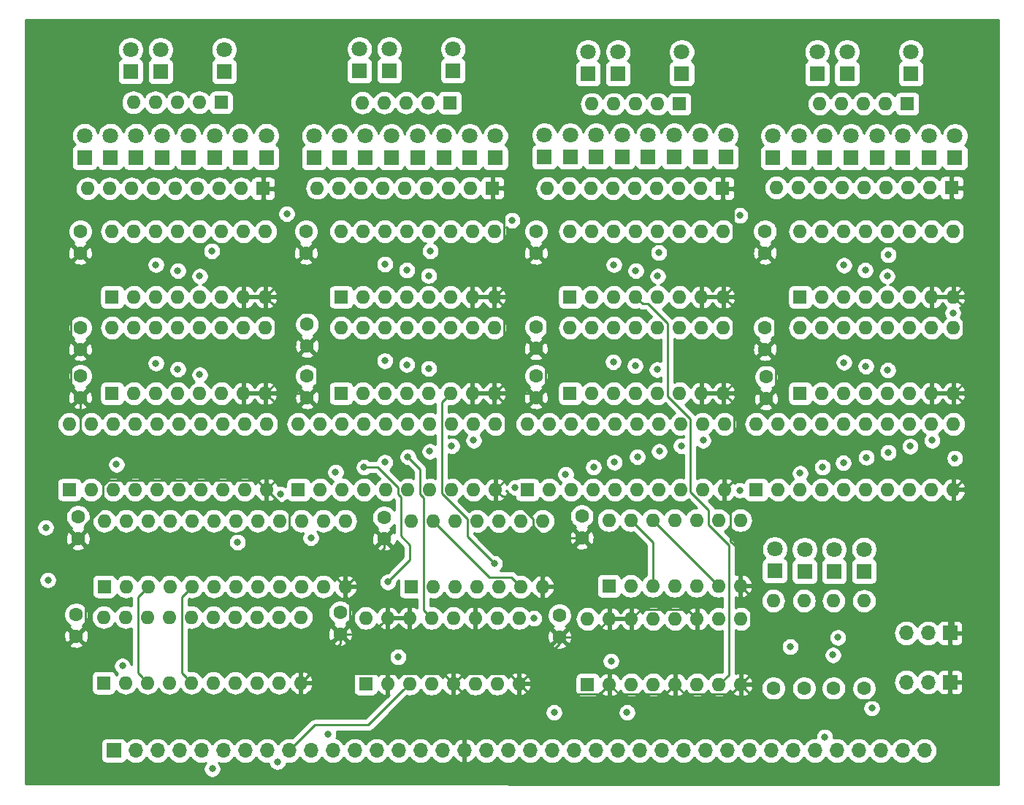
<source format=gbr>
G04 #@! TF.GenerationSoftware,KiCad,Pcbnew,(5.1.4-0-10_14)*
G04 #@! TF.CreationDate,2020-02-04T19:49:50-08:00*
G04 #@! TF.ProjectId,address-register-bank,61646472-6573-4732-9d72-656769737465,rev?*
G04 #@! TF.SameCoordinates,Original*
G04 #@! TF.FileFunction,Copper,L3,Inr*
G04 #@! TF.FilePolarity,Positive*
%FSLAX46Y46*%
G04 Gerber Fmt 4.6, Leading zero omitted, Abs format (unit mm)*
G04 Created by KiCad (PCBNEW (5.1.4-0-10_14)) date 2020-02-04 19:49:50*
%MOMM*%
%LPD*%
G04 APERTURE LIST*
%ADD10R,1.600000X1.600000*%
%ADD11O,1.600000X1.600000*%
%ADD12C,1.800000*%
%ADD13R,1.800000X1.800000*%
%ADD14C,1.600000*%
%ADD15R,1.700000X1.700000*%
%ADD16O,1.700000X1.700000*%
%ADD17C,0.800000*%
%ADD18C,0.250000*%
%ADD19C,0.254000*%
G04 APERTURE END LIST*
D10*
X-148859240Y-84256880D03*
D11*
X-120919240Y-76636880D03*
X-146319240Y-84256880D03*
X-123459240Y-76636880D03*
X-143779240Y-84256880D03*
X-125999240Y-76636880D03*
X-141239240Y-84256880D03*
X-128539240Y-76636880D03*
X-138699240Y-84256880D03*
X-131079240Y-76636880D03*
X-136159240Y-84256880D03*
X-133619240Y-76636880D03*
X-133619240Y-84256880D03*
X-136159240Y-76636880D03*
X-131079240Y-84256880D03*
X-138699240Y-76636880D03*
X-128539240Y-84256880D03*
X-141239240Y-76636880D03*
X-125999240Y-84256880D03*
X-143779240Y-76636880D03*
X-123459240Y-84256880D03*
X-146319240Y-76636880D03*
X-120919240Y-84256880D03*
X-148859240Y-76636880D03*
X-145486120Y-28102560D03*
X-142946120Y-28102560D03*
X-140406120Y-28102560D03*
X-137866120Y-28102560D03*
D10*
X-135326120Y-28102560D03*
D11*
X-68199000Y-54229000D03*
X-50419000Y-61849000D03*
X-65659000Y-54229000D03*
X-52959000Y-61849000D03*
X-63119000Y-54229000D03*
X-55499000Y-61849000D03*
X-60579000Y-54229000D03*
X-58039000Y-61849000D03*
X-58039000Y-54229000D03*
X-60579000Y-61849000D03*
X-55499000Y-54229000D03*
X-63119000Y-61849000D03*
X-52959000Y-54229000D03*
X-65659000Y-61849000D03*
X-50419000Y-54229000D03*
D10*
X-68199000Y-61849000D03*
D11*
X-73279000Y-65405000D03*
X-50419000Y-73025000D03*
X-70739000Y-65405000D03*
X-52959000Y-73025000D03*
X-68199000Y-65405000D03*
X-55499000Y-73025000D03*
X-65659000Y-65405000D03*
X-58039000Y-73025000D03*
X-63119000Y-65405000D03*
X-60579000Y-73025000D03*
X-60579000Y-65405000D03*
X-63119000Y-73025000D03*
X-58039000Y-65405000D03*
X-65659000Y-73025000D03*
X-55499000Y-65405000D03*
X-68199000Y-73025000D03*
X-52959000Y-65405000D03*
X-70739000Y-73025000D03*
X-50419000Y-65405000D03*
D10*
X-73279000Y-73025000D03*
X-68199000Y-50673000D03*
D11*
X-50419000Y-43053000D03*
X-65659000Y-50673000D03*
X-52959000Y-43053000D03*
X-63119000Y-50673000D03*
X-55499000Y-43053000D03*
X-60579000Y-50673000D03*
X-58039000Y-43053000D03*
X-58039000Y-50673000D03*
X-60579000Y-43053000D03*
X-55499000Y-50673000D03*
X-63119000Y-43053000D03*
X-52959000Y-50673000D03*
X-65659000Y-43053000D03*
X-50419000Y-50673000D03*
X-68199000Y-43053000D03*
D12*
X-71323200Y-31978600D03*
D13*
X-71323200Y-34518600D03*
D11*
X-64312800Y-85907880D03*
D14*
X-64312800Y-96067880D03*
D12*
X-64277240Y-79974440D03*
D13*
X-64277240Y-82514440D03*
D12*
X-67675760Y-79974440D03*
D13*
X-67675760Y-82514440D03*
D12*
X-71140320Y-79908400D03*
D13*
X-71140320Y-82448400D03*
D12*
X-60792360Y-79938880D03*
D13*
X-60792360Y-82478880D03*
D12*
X-50241200Y-31978600D03*
D13*
X-50241200Y-34518600D03*
D12*
X-53263800Y-31978600D03*
D13*
X-53263800Y-34518600D03*
D12*
X-56261000Y-31978600D03*
D13*
X-56261000Y-34518600D03*
D12*
X-59283600Y-31978600D03*
D13*
X-59283600Y-34518600D03*
D12*
X-62306200Y-31978600D03*
D13*
X-62306200Y-34518600D03*
D12*
X-65328800Y-31978600D03*
D13*
X-65328800Y-34518600D03*
D12*
X-68326000Y-31978600D03*
D13*
X-68326000Y-34518600D03*
D12*
X-55346600Y-22225000D03*
D13*
X-55346600Y-24765000D03*
D12*
X-62763400Y-22225000D03*
D13*
X-62763400Y-24765000D03*
D12*
X-66217800Y-22225000D03*
D13*
X-66217800Y-24765000D03*
D12*
X-76784200Y-31902400D03*
D13*
X-76784200Y-34442400D03*
D12*
X-79781400Y-31902400D03*
D13*
X-79781400Y-34442400D03*
D12*
X-82778600Y-31902400D03*
D13*
X-82778600Y-34442400D03*
D12*
X-85801200Y-31902400D03*
D13*
X-85801200Y-34442400D03*
D12*
X-88823800Y-31902400D03*
D13*
X-88823800Y-34442400D03*
D12*
X-91846400Y-31902400D03*
D13*
X-91846400Y-34442400D03*
D12*
X-94843600Y-31902400D03*
D13*
X-94843600Y-34442400D03*
D12*
X-97840800Y-31902400D03*
D13*
X-97840800Y-34442400D03*
D12*
X-81915000Y-22225000D03*
D13*
X-81915000Y-24765000D03*
D12*
X-89306400Y-22225000D03*
D13*
X-89306400Y-24765000D03*
D12*
X-92786200Y-22225000D03*
D13*
X-92786200Y-24765000D03*
D12*
X-103505000Y-31978600D03*
D13*
X-103505000Y-34518600D03*
D12*
X-106502200Y-31978600D03*
D13*
X-106502200Y-34518600D03*
D12*
X-109499400Y-31978600D03*
D13*
X-109499400Y-34518600D03*
D12*
X-112522000Y-31978600D03*
D13*
X-112522000Y-34518600D03*
D12*
X-115570000Y-31978600D03*
D13*
X-115570000Y-34518600D03*
D12*
X-118592600Y-31978600D03*
D13*
X-118592600Y-34518600D03*
D12*
X-121564400Y-31978600D03*
D13*
X-121564400Y-34518600D03*
D12*
X-124561600Y-31978600D03*
D13*
X-124561600Y-34518600D03*
D12*
X-108432600Y-21894800D03*
D13*
X-108432600Y-24434800D03*
D12*
X-115824000Y-21894800D03*
D13*
X-115824000Y-24434800D03*
D12*
X-119278400Y-21894800D03*
D13*
X-119278400Y-24434800D03*
D12*
X-130073400Y-31953200D03*
D13*
X-130073400Y-34493200D03*
D12*
X-133070600Y-31953200D03*
D13*
X-133070600Y-34493200D03*
D12*
X-136067800Y-31953200D03*
D13*
X-136067800Y-34493200D03*
D12*
X-139090400Y-31953200D03*
D13*
X-139090400Y-34493200D03*
D12*
X-142138400Y-31953200D03*
D13*
X-142138400Y-34493200D03*
D12*
X-145161000Y-31953200D03*
D13*
X-145161000Y-34493200D03*
D12*
X-148132800Y-31953200D03*
D13*
X-148132800Y-34493200D03*
D12*
X-151130000Y-31953200D03*
D13*
X-151130000Y-34493200D03*
D12*
X-134975600Y-21971000D03*
D13*
X-134975600Y-24511000D03*
D12*
X-142341600Y-21971000D03*
D13*
X-142341600Y-24511000D03*
D12*
X-145796000Y-21971000D03*
D13*
X-145796000Y-24511000D03*
D14*
X-72263000Y-45553000D03*
X-72263000Y-43053000D03*
X-72263000Y-56729000D03*
X-72263000Y-54229000D03*
X-72136000Y-62444000D03*
X-72136000Y-59944000D03*
X-98806000Y-45553000D03*
X-98806000Y-43053000D03*
X-125476000Y-45553000D03*
X-125476000Y-43053000D03*
X-151638000Y-45553000D03*
X-151638000Y-43053000D03*
X-98806000Y-56642000D03*
X-98806000Y-54142000D03*
X-125349000Y-56348000D03*
X-125349000Y-53848000D03*
X-151638000Y-62317000D03*
X-151638000Y-59817000D03*
X-98806000Y-62317000D03*
X-98806000Y-59817000D03*
X-125349000Y-62317000D03*
X-125349000Y-59817000D03*
X-151638000Y-56729000D03*
X-151638000Y-54229000D03*
X-93502480Y-78603480D03*
X-93502480Y-76103480D03*
X-116428520Y-78740640D03*
X-116428520Y-76240640D03*
X-96083120Y-90104600D03*
X-96083120Y-87604600D03*
X-151902160Y-78689840D03*
X-151902160Y-76189840D03*
X-121513600Y-89774400D03*
X-121513600Y-87274400D03*
X-152120600Y-90003000D03*
X-152120600Y-87503000D03*
D15*
X-147751800Y-103286560D03*
D16*
X-145211800Y-103286560D03*
X-142671800Y-103286560D03*
X-140131800Y-103286560D03*
X-137591800Y-103286560D03*
X-135051800Y-103286560D03*
X-132511800Y-103286560D03*
X-129971800Y-103286560D03*
X-127431800Y-103286560D03*
X-124891800Y-103286560D03*
X-122351800Y-103286560D03*
X-119811800Y-103286560D03*
X-117271800Y-103286560D03*
X-114731800Y-103286560D03*
X-112191800Y-103286560D03*
X-109651800Y-103286560D03*
X-107111800Y-103286560D03*
X-104571800Y-103286560D03*
X-102031800Y-103286560D03*
X-99491800Y-103286560D03*
X-96951800Y-103286560D03*
X-94411800Y-103286560D03*
X-91871800Y-103286560D03*
X-89331800Y-103286560D03*
X-86791800Y-103286560D03*
X-84251800Y-103286560D03*
X-81711800Y-103286560D03*
X-79171800Y-103286560D03*
X-76631800Y-103286560D03*
X-74091800Y-103286560D03*
X-71551800Y-103286560D03*
X-69011800Y-103286560D03*
X-66471800Y-103286560D03*
X-63931800Y-103286560D03*
X-61391800Y-103286560D03*
X-58851800Y-103286560D03*
X-56311800Y-103286560D03*
X-53771800Y-103286560D03*
D15*
X-50800000Y-95351600D03*
D16*
X-53340000Y-95351600D03*
X-55880000Y-95351600D03*
X-55880000Y-89662000D03*
X-53340000Y-89662000D03*
D15*
X-50800000Y-89662000D03*
D14*
X-60792360Y-96078040D03*
D11*
X-60792360Y-85918040D03*
X-71302880Y-85907880D03*
D14*
X-71302880Y-96067880D03*
X-67741800Y-96067880D03*
D11*
X-67741800Y-85907880D03*
X-150769320Y-38079680D03*
X-148229320Y-38079680D03*
X-145689320Y-38079680D03*
X-143149320Y-38079680D03*
X-140609320Y-38079680D03*
X-138069320Y-38079680D03*
X-135529320Y-38079680D03*
X-132989320Y-38079680D03*
D10*
X-130449320Y-38079680D03*
X-108783120Y-28127960D03*
D11*
X-111323120Y-28127960D03*
X-113863120Y-28127960D03*
X-116403120Y-28127960D03*
X-118943120Y-28127960D03*
D10*
X-103840280Y-38018720D03*
D11*
X-106380280Y-38018720D03*
X-108920280Y-38018720D03*
X-111460280Y-38018720D03*
X-114000280Y-38018720D03*
X-116540280Y-38018720D03*
X-119080280Y-38018720D03*
X-121620280Y-38018720D03*
X-124160280Y-38018720D03*
X-92329000Y-28280360D03*
X-89789000Y-28280360D03*
X-87249000Y-28280360D03*
X-84709000Y-28280360D03*
D10*
X-82169000Y-28280360D03*
D11*
X-97500440Y-38074600D03*
X-94960440Y-38074600D03*
X-92420440Y-38074600D03*
X-89880440Y-38074600D03*
X-87340440Y-38074600D03*
X-84800440Y-38074600D03*
X-82260440Y-38074600D03*
X-79720440Y-38074600D03*
D10*
X-77180440Y-38074600D03*
X-55768240Y-28249880D03*
D11*
X-58308240Y-28249880D03*
X-60848240Y-28249880D03*
X-63388240Y-28249880D03*
X-65928240Y-28249880D03*
D10*
X-50627280Y-37988240D03*
D11*
X-53167280Y-37988240D03*
X-55707280Y-37988240D03*
X-58247280Y-37988240D03*
X-60787280Y-37988240D03*
X-63327280Y-37988240D03*
X-65867280Y-37988240D03*
X-68407280Y-37988240D03*
X-70947280Y-37988240D03*
D10*
X-148920200Y-95427800D03*
D11*
X-126060200Y-87807800D03*
X-146380200Y-95427800D03*
X-128600200Y-87807800D03*
X-143840200Y-95427800D03*
X-131140200Y-87807800D03*
X-141300200Y-95427800D03*
X-133680200Y-87807800D03*
X-138760200Y-95427800D03*
X-136220200Y-87807800D03*
X-136220200Y-95427800D03*
X-138760200Y-87807800D03*
X-133680200Y-95427800D03*
X-141300200Y-87807800D03*
X-131140200Y-95427800D03*
X-143840200Y-87807800D03*
X-128600200Y-95427800D03*
X-146380200Y-87807800D03*
X-126060200Y-95427800D03*
X-148920200Y-87807800D03*
D10*
X-113284000Y-84282280D03*
D11*
X-98044000Y-76662280D03*
X-110744000Y-84282280D03*
X-100584000Y-76662280D03*
X-108204000Y-84282280D03*
X-103124000Y-76662280D03*
X-105664000Y-84282280D03*
X-105664000Y-76662280D03*
X-103124000Y-84282280D03*
X-108204000Y-76662280D03*
X-100584000Y-84282280D03*
X-110744000Y-76662280D03*
X-98044000Y-84282280D03*
X-113284000Y-76662280D03*
X-90368120Y-76565760D03*
X-75128120Y-84185760D03*
X-87828120Y-76565760D03*
X-77668120Y-84185760D03*
X-85288120Y-76565760D03*
X-80208120Y-84185760D03*
X-82748120Y-76565760D03*
X-82748120Y-84185760D03*
X-80208120Y-76565760D03*
X-85288120Y-84185760D03*
X-77668120Y-76565760D03*
X-87828120Y-84185760D03*
X-75128120Y-76565760D03*
D10*
X-90368120Y-84185760D03*
D11*
X-118541800Y-87909400D03*
X-100761800Y-95529400D03*
X-116001800Y-87909400D03*
X-103301800Y-95529400D03*
X-113461800Y-87909400D03*
X-105841800Y-95529400D03*
X-110921800Y-87909400D03*
X-108381800Y-95529400D03*
X-108381800Y-87909400D03*
X-110921800Y-95529400D03*
X-105841800Y-87909400D03*
X-113461800Y-95529400D03*
X-103301800Y-87909400D03*
X-116001800Y-95529400D03*
X-100761800Y-87909400D03*
D10*
X-118541800Y-95529400D03*
X-92837000Y-95631000D03*
D11*
X-75057000Y-88011000D03*
X-90297000Y-95631000D03*
X-77597000Y-88011000D03*
X-87757000Y-95631000D03*
X-80137000Y-88011000D03*
X-85217000Y-95631000D03*
X-82677000Y-88011000D03*
X-82677000Y-95631000D03*
X-85217000Y-88011000D03*
X-80137000Y-95631000D03*
X-87757000Y-88011000D03*
X-77597000Y-95631000D03*
X-90297000Y-88011000D03*
X-75057000Y-95631000D03*
X-92837000Y-88011000D03*
X-147955000Y-54229000D03*
X-130175000Y-61849000D03*
X-145415000Y-54229000D03*
X-132715000Y-61849000D03*
X-142875000Y-54229000D03*
X-135255000Y-61849000D03*
X-140335000Y-54229000D03*
X-137795000Y-61849000D03*
X-137795000Y-54229000D03*
X-140335000Y-61849000D03*
X-135255000Y-54229000D03*
X-142875000Y-61849000D03*
X-132715000Y-54229000D03*
X-145415000Y-61849000D03*
X-130175000Y-54229000D03*
D10*
X-147955000Y-61849000D03*
D11*
X-147955000Y-43053000D03*
X-130175000Y-50673000D03*
X-145415000Y-43053000D03*
X-132715000Y-50673000D03*
X-142875000Y-43053000D03*
X-135255000Y-50673000D03*
X-140335000Y-43053000D03*
X-137795000Y-50673000D03*
X-137795000Y-43053000D03*
X-140335000Y-50673000D03*
X-135255000Y-43053000D03*
X-142875000Y-50673000D03*
X-132715000Y-43053000D03*
X-145415000Y-50673000D03*
X-130175000Y-43053000D03*
D10*
X-147955000Y-50673000D03*
X-152908000Y-73025000D03*
D11*
X-130048000Y-65405000D03*
X-150368000Y-73025000D03*
X-132588000Y-65405000D03*
X-147828000Y-73025000D03*
X-135128000Y-65405000D03*
X-145288000Y-73025000D03*
X-137668000Y-65405000D03*
X-142748000Y-73025000D03*
X-140208000Y-65405000D03*
X-140208000Y-73025000D03*
X-142748000Y-65405000D03*
X-137668000Y-73025000D03*
X-145288000Y-65405000D03*
X-135128000Y-73025000D03*
X-147828000Y-65405000D03*
X-132588000Y-73025000D03*
X-150368000Y-65405000D03*
X-130048000Y-73025000D03*
X-152908000Y-65405000D03*
D10*
X-121412000Y-61849000D03*
D11*
X-103632000Y-54229000D03*
X-118872000Y-61849000D03*
X-106172000Y-54229000D03*
X-116332000Y-61849000D03*
X-108712000Y-54229000D03*
X-113792000Y-61849000D03*
X-111252000Y-54229000D03*
X-111252000Y-61849000D03*
X-113792000Y-54229000D03*
X-108712000Y-61849000D03*
X-116332000Y-54229000D03*
X-106172000Y-61849000D03*
X-118872000Y-54229000D03*
X-103632000Y-61849000D03*
X-121412000Y-54229000D03*
D10*
X-121412000Y-50673000D03*
D11*
X-103632000Y-43053000D03*
X-118872000Y-50673000D03*
X-106172000Y-43053000D03*
X-116332000Y-50673000D03*
X-108712000Y-43053000D03*
X-113792000Y-50673000D03*
X-111252000Y-43053000D03*
X-111252000Y-50673000D03*
X-113792000Y-43053000D03*
X-108712000Y-50673000D03*
X-116332000Y-43053000D03*
X-106172000Y-50673000D03*
X-118872000Y-43053000D03*
X-103632000Y-50673000D03*
X-121412000Y-43053000D03*
X-126365000Y-65405000D03*
X-103505000Y-73025000D03*
X-123825000Y-65405000D03*
X-106045000Y-73025000D03*
X-121285000Y-65405000D03*
X-108585000Y-73025000D03*
X-118745000Y-65405000D03*
X-111125000Y-73025000D03*
X-116205000Y-65405000D03*
X-113665000Y-73025000D03*
X-113665000Y-65405000D03*
X-116205000Y-73025000D03*
X-111125000Y-65405000D03*
X-118745000Y-73025000D03*
X-108585000Y-65405000D03*
X-121285000Y-73025000D03*
X-106045000Y-65405000D03*
X-123825000Y-73025000D03*
X-103505000Y-65405000D03*
D10*
X-126365000Y-73025000D03*
D11*
X-94869000Y-54229000D03*
X-77089000Y-61849000D03*
X-92329000Y-54229000D03*
X-79629000Y-61849000D03*
X-89789000Y-54229000D03*
X-82169000Y-61849000D03*
X-87249000Y-54229000D03*
X-84709000Y-61849000D03*
X-84709000Y-54229000D03*
X-87249000Y-61849000D03*
X-82169000Y-54229000D03*
X-89789000Y-61849000D03*
X-79629000Y-54229000D03*
X-92329000Y-61849000D03*
X-77089000Y-54229000D03*
D10*
X-94869000Y-61849000D03*
X-94869000Y-50673000D03*
D11*
X-77089000Y-43053000D03*
X-92329000Y-50673000D03*
X-79629000Y-43053000D03*
X-89789000Y-50673000D03*
X-82169000Y-43053000D03*
X-87249000Y-50673000D03*
X-84709000Y-43053000D03*
X-84709000Y-50673000D03*
X-87249000Y-43053000D03*
X-82169000Y-50673000D03*
X-89789000Y-43053000D03*
X-79629000Y-50673000D03*
X-92329000Y-43053000D03*
X-77089000Y-50673000D03*
X-94869000Y-43053000D03*
D10*
X-99822000Y-73025000D03*
D11*
X-76962000Y-65405000D03*
X-97282000Y-73025000D03*
X-79502000Y-65405000D03*
X-94742000Y-73025000D03*
X-82042000Y-65405000D03*
X-92202000Y-73025000D03*
X-84582000Y-65405000D03*
X-89662000Y-73025000D03*
X-87122000Y-65405000D03*
X-87122000Y-73025000D03*
X-89662000Y-65405000D03*
X-84582000Y-73025000D03*
X-92202000Y-65405000D03*
X-82042000Y-73025000D03*
X-94742000Y-65405000D03*
X-79502000Y-73025000D03*
X-97282000Y-65405000D03*
X-76962000Y-73025000D03*
X-99822000Y-65405000D03*
D17*
X-110871000Y-106870500D03*
X-105791000Y-106870500D03*
X-100711000Y-106807000D03*
X-95567500Y-106807000D03*
X-90551000Y-106807000D03*
X-85471000Y-106743500D03*
X-80327500Y-106743500D03*
X-75374500Y-106870500D03*
X-70421500Y-106743500D03*
X-65278000Y-106807000D03*
X-60198000Y-106807000D03*
X-55245000Y-106743500D03*
X-51308000Y-105981500D03*
X-49276000Y-102743000D03*
X-46418500Y-98171000D03*
X-121094500Y-106743500D03*
X-127508000Y-106870500D03*
X-132651500Y-106934000D03*
X-137604500Y-106870500D03*
X-142748000Y-106934000D03*
X-147764500Y-106934000D03*
X-153098500Y-104013000D03*
X-157416500Y-97917000D03*
X-65341500Y-101727000D03*
X-128460500Y-73533000D03*
X-127698499Y-41021000D03*
X-101600000Y-41783000D03*
X-133413500Y-79121000D03*
X-124904500Y-78613000D03*
X-101222003Y-72758677D03*
X-75184000Y-73088500D03*
X-99060000Y-87947500D03*
X-75184000Y-41202989D03*
X-69342000Y-91249500D03*
X-68199000Y-71120000D03*
X-122047000Y-70993000D03*
X-95377000Y-71247000D03*
X-118745000Y-70421500D03*
X-92138500Y-70421500D03*
X-65595500Y-70421500D03*
X-115982750Y-83724750D03*
X-114808000Y-92419010D03*
X-116332000Y-69850000D03*
X-89725500Y-69850000D03*
X-63182500Y-69913500D03*
X-113665000Y-69215000D03*
X-87058500Y-69215000D03*
X-60515500Y-69278500D03*
X-111125000Y-68580000D03*
X-84518500Y-68580000D03*
X-57975500Y-68707000D03*
X-96710500Y-98869500D03*
X-88265000Y-98869500D03*
X-59880500Y-98361500D03*
X-50260250Y-69373750D03*
X-108585000Y-67945000D03*
X-81978500Y-67945000D03*
X-90106500Y-92900500D03*
X-55435500Y-67981990D03*
X-106045000Y-67310000D03*
X-79438500Y-67310000D03*
X-52895500Y-67310000D03*
X-154876500Y-40957500D03*
X-115824000Y-106807000D03*
X-46291500Y-92202000D03*
X-46291500Y-87439500D03*
X-46228000Y-82105500D03*
X-49847500Y-76263500D03*
X-45974000Y-70294500D03*
X-45910500Y-64325500D03*
X-45910500Y-58610500D03*
X-46228000Y-52451000D03*
X-46291500Y-46672500D03*
X-46228000Y-40322500D03*
X-46164500Y-34099500D03*
X-46164500Y-28321000D03*
X-47180500Y-24257000D03*
X-51117500Y-20574000D03*
X-56959500Y-19113500D03*
X-64516000Y-19240500D03*
X-70929500Y-19113500D03*
X-77216000Y-20637500D03*
X-71501000Y-25209500D03*
X-100139500Y-24130000D03*
X-100393500Y-29908500D03*
X-100647500Y-36449000D03*
X-125730000Y-28511500D03*
X-112395000Y-24828500D03*
X-105092500Y-28956000D03*
X-125666500Y-50863500D03*
X-132080000Y-45339000D03*
X-128714500Y-23558500D03*
X-131381500Y-29591000D03*
X-141732000Y-29908500D03*
X-151765000Y-28892500D03*
X-155067000Y-34163000D03*
X-155003500Y-48450500D03*
X-155003500Y-54991000D03*
X-155130500Y-60960000D03*
X-152082500Y-95059500D03*
X-155892500Y-88265000D03*
X-145923000Y-79184500D03*
X-59182000Y-91630500D03*
X-122936651Y-101386848D03*
X-128778000Y-104584500D03*
X-136334500Y-105410000D03*
X-140335000Y-59055000D03*
X-60579000Y-58705479D03*
X-87312500Y-58641979D03*
X-113792000Y-58514979D03*
X-155638500Y-77406500D03*
X-155384500Y-83502500D03*
X-103632000Y-81597500D03*
X-142875000Y-58356500D03*
X-63119000Y-58255468D03*
X-89852500Y-58191968D03*
X-116332000Y-58064968D03*
X-146748500Y-93472000D03*
X-147447000Y-70104000D03*
X-137795000Y-59690000D03*
X-58039000Y-59155490D03*
X-84772500Y-59091990D03*
X-111252000Y-58964990D03*
X-58102500Y-48260000D03*
X-84709000Y-48260000D03*
X-111252000Y-48196500D03*
X-137795000Y-48260000D03*
X-63817500Y-90170000D03*
X-63817500Y-90170000D03*
X-63119000Y-46990000D03*
X-89789000Y-46926500D03*
X-116332000Y-46863000D03*
X-142875000Y-46926500D03*
X-50482500Y-52514500D03*
X-64389000Y-92202000D03*
X-60642500Y-47561500D03*
X-87249000Y-47625000D03*
X-113792000Y-47561500D03*
X-140335000Y-47625000D03*
X-136398000Y-45339000D03*
X-111061500Y-45339000D03*
X-84582000Y-45529500D03*
X-57975498Y-45783500D03*
D18*
X-114261799Y-96329399D02*
X-113461800Y-95529400D01*
X-118262400Y-100330000D02*
X-114261799Y-96329399D01*
X-124475240Y-100330000D02*
X-118262400Y-100330000D01*
X-127431800Y-103286560D02*
X-124475240Y-100330000D01*
X-118179315Y-70421500D02*
X-118745000Y-70421500D01*
X-114790001Y-73565001D02*
X-114790001Y-72774997D01*
X-114490500Y-73864502D02*
X-114790001Y-73565001D01*
X-117143498Y-70421500D02*
X-118179315Y-70421500D01*
X-114490500Y-78359000D02*
X-114490500Y-73864502D01*
X-113411000Y-79438500D02*
X-114490500Y-78359000D01*
X-114790001Y-72774997D02*
X-117143498Y-70421500D01*
X-113411000Y-81153000D02*
X-113411000Y-79438500D01*
X-115982750Y-83724750D02*
X-113411000Y-81153000D01*
X-112250001Y-70629999D02*
X-113265001Y-69614999D01*
X-112250001Y-73565001D02*
X-112250001Y-70629999D01*
X-113265001Y-69614999D02*
X-113665000Y-69215000D01*
X-111869001Y-73946001D02*
X-112250001Y-73565001D01*
X-111869001Y-86962199D02*
X-111869001Y-73946001D01*
X-110921800Y-87909400D02*
X-111869001Y-86962199D01*
X-107111800Y-96799400D02*
X-108381800Y-95529400D01*
X-107111800Y-103286560D02*
X-107111800Y-96799400D01*
X-125260201Y-94627801D02*
X-126060200Y-95427800D01*
X-125036799Y-94404399D02*
X-125260201Y-94627801D01*
X-108381800Y-95529400D02*
X-109506801Y-94404399D01*
X-121513600Y-90881200D02*
X-121513600Y-89774400D01*
X-126060200Y-95427800D02*
X-121513600Y-90881200D01*
X-116801799Y-88709399D02*
X-116001800Y-87909400D01*
X-117866800Y-89774400D02*
X-116801799Y-88709399D01*
X-121513600Y-89774400D02*
X-117866800Y-89774400D01*
X-116001800Y-87909400D02*
X-113461800Y-87909400D01*
X-105841800Y-92989400D02*
X-108381800Y-95529400D01*
X-105841800Y-87909400D02*
X-105841800Y-92989400D01*
X-101561799Y-94729401D02*
X-100761800Y-95529400D01*
X-101886801Y-94404399D02*
X-101561799Y-94729401D01*
X-107256799Y-94404399D02*
X-101886801Y-94404399D01*
X-108381800Y-95529400D02*
X-107256799Y-94404399D01*
X-96083120Y-90850720D02*
X-96083120Y-90104600D01*
X-100761800Y-95529400D02*
X-96083120Y-90850720D01*
X-98044000Y-88143720D02*
X-98044000Y-84282280D01*
X-96083120Y-90104600D02*
X-98044000Y-88143720D01*
X-120919240Y-85388250D02*
X-120919240Y-84256880D01*
X-120388599Y-85918891D02*
X-120919240Y-85388250D01*
X-120388599Y-88649399D02*
X-120388599Y-85918891D01*
X-121513600Y-89774400D02*
X-120388599Y-88649399D01*
X-148971000Y-75083638D02*
X-151102161Y-77214799D01*
X-151102161Y-77889841D02*
X-151902160Y-78689840D01*
X-148971000Y-72502998D02*
X-148971000Y-75083638D01*
X-151102161Y-77214799D02*
X-151102161Y-77889841D01*
X-148368001Y-71899999D02*
X-148971000Y-72502998D01*
X-130048000Y-73025000D02*
X-131173001Y-71899999D01*
X-150995599Y-88877999D02*
X-151320601Y-89203001D01*
X-150995599Y-79596401D02*
X-150995599Y-88877999D01*
X-151320601Y-89203001D02*
X-152120600Y-90003000D01*
X-151902160Y-78689840D02*
X-150995599Y-79596401D01*
X-99517200Y-96774000D02*
X-91440000Y-96774000D01*
X-91096999Y-96430999D02*
X-90297000Y-95631000D01*
X-91440000Y-96774000D02*
X-91096999Y-96430999D01*
X-100761800Y-95529400D02*
X-99517200Y-96774000D01*
X-83476999Y-96430999D02*
X-82677000Y-95631000D01*
X-89171999Y-96756001D02*
X-83802001Y-96756001D01*
X-83802001Y-96756001D02*
X-83476999Y-96430999D01*
X-90297000Y-95631000D02*
X-89171999Y-96756001D01*
X-75856999Y-96430999D02*
X-75057000Y-95631000D01*
X-76182001Y-96756001D02*
X-75856999Y-96430999D01*
X-81551999Y-96756001D02*
X-76182001Y-96756001D01*
X-82677000Y-95631000D02*
X-81551999Y-96756001D01*
X-50800000Y-96451600D02*
X-50800000Y-95351600D01*
X-51757400Y-97409000D02*
X-50800000Y-96451600D01*
X-73279000Y-97409000D02*
X-51757400Y-97409000D01*
X-75057000Y-95631000D02*
X-73279000Y-97409000D01*
X-50800000Y-89662000D02*
X-50800000Y-95351600D01*
X-50419000Y-89281000D02*
X-50800000Y-89662000D01*
X-50419000Y-73025000D02*
X-50419000Y-89281000D01*
X-49619001Y-62648999D02*
X-50419000Y-61849000D01*
X-49022000Y-71628000D02*
X-49022000Y-63246000D01*
X-49022000Y-63246000D02*
X-49619001Y-62648999D01*
X-50419000Y-73025000D02*
X-49022000Y-71628000D01*
X-50419000Y-61849000D02*
X-52959000Y-61849000D01*
X-49619001Y-51472999D02*
X-50419000Y-50673000D01*
X-49293999Y-51798001D02*
X-49619001Y-51472999D01*
X-49293999Y-60723999D02*
X-49293999Y-51798001D01*
X-50419000Y-61849000D02*
X-49293999Y-60723999D01*
X-50627280Y-39038240D02*
X-50627280Y-37988240D01*
X-49149000Y-40516520D02*
X-50627280Y-39038240D01*
X-49149000Y-49403000D02*
X-49149000Y-40516520D01*
X-50419000Y-50673000D02*
X-49149000Y-49403000D01*
X-52959000Y-50673000D02*
X-50419000Y-50673000D01*
X-74328121Y-84985759D02*
X-75128120Y-84185760D01*
X-73914000Y-85399880D02*
X-74328121Y-84985759D01*
X-73914000Y-94488000D02*
X-73914000Y-85399880D01*
X-75057000Y-95631000D02*
X-73914000Y-94488000D01*
X-98044000Y-83145000D02*
X-93502480Y-78603480D01*
X-98044000Y-84282280D02*
X-98044000Y-83145000D01*
X-96083120Y-90104600D02*
X-92390600Y-90104600D01*
X-90297000Y-88011000D02*
X-87757000Y-88011000D01*
X-92390600Y-90104600D02*
X-90297000Y-88011000D01*
X-81262001Y-86885999D02*
X-80936999Y-87211001D01*
X-86631999Y-86885999D02*
X-81262001Y-86885999D01*
X-80936999Y-87211001D02*
X-80137000Y-88011000D01*
X-87757000Y-88011000D02*
X-86631999Y-86885999D01*
X-75836999Y-63101001D02*
X-76289001Y-62648999D01*
X-75836999Y-71899999D02*
X-75836999Y-63101001D01*
X-76289001Y-62648999D02*
X-77089000Y-61849000D01*
X-76962000Y-73025000D02*
X-75836999Y-71899999D01*
X-78497630Y-61849000D02*
X-77089000Y-61849000D01*
X-79629000Y-61849000D02*
X-78497630Y-61849000D01*
X-72731000Y-61849000D02*
X-72136000Y-62444000D01*
X-77089000Y-61849000D02*
X-72731000Y-61849000D01*
X-71463001Y-57528999D02*
X-72263000Y-56729000D01*
X-71010999Y-57981001D02*
X-71463001Y-57528999D01*
X-71010999Y-61318999D02*
X-71010999Y-57981001D01*
X-72136000Y-62444000D02*
X-71010999Y-61318999D01*
X-71463001Y-46352999D02*
X-72263000Y-45553000D01*
X-71137999Y-46678001D02*
X-71463001Y-46352999D01*
X-71137999Y-55603999D02*
X-71137999Y-46678001D01*
X-72263000Y-56729000D02*
X-71137999Y-55603999D01*
X-76289001Y-51472999D02*
X-77089000Y-50673000D01*
X-75963999Y-51798001D02*
X-76289001Y-51472999D01*
X-75963999Y-60723999D02*
X-75963999Y-51798001D01*
X-77089000Y-61849000D02*
X-75963999Y-60723999D01*
X-79629000Y-50673000D02*
X-77089000Y-50673000D01*
X-77180440Y-39124600D02*
X-77180440Y-38074600D01*
X-75946000Y-49530000D02*
X-75946000Y-40359040D01*
X-75946000Y-40359040D02*
X-77180440Y-39124600D01*
X-77089000Y-50673000D02*
X-75946000Y-49530000D01*
X-102705001Y-73824999D02*
X-103505000Y-73025000D01*
X-101756279Y-73824999D02*
X-102705001Y-73824999D01*
X-99169001Y-76412277D02*
X-101756279Y-73824999D01*
X-99169001Y-77202281D02*
X-99169001Y-76412277D01*
X-97767802Y-78603480D02*
X-99169001Y-77202281D01*
X-93502480Y-78603480D02*
X-97767802Y-78603480D01*
X-102379999Y-63101001D02*
X-102832001Y-62648999D01*
X-102379999Y-71899999D02*
X-102379999Y-63101001D01*
X-102832001Y-62648999D02*
X-103632000Y-61849000D01*
X-103505000Y-73025000D02*
X-102379999Y-71899999D01*
X-104763370Y-61849000D02*
X-106172000Y-61849000D01*
X-103632000Y-61849000D02*
X-104763370Y-61849000D01*
X-99274000Y-61849000D02*
X-98806000Y-62317000D01*
X-103632000Y-61849000D02*
X-99274000Y-61849000D01*
X-98006001Y-57441999D02*
X-98806000Y-56642000D01*
X-97680999Y-57767001D02*
X-98006001Y-57441999D01*
X-97680999Y-61191999D02*
X-97680999Y-57767001D01*
X-98806000Y-62317000D02*
X-97680999Y-61191999D01*
X-102506999Y-60723999D02*
X-102506999Y-51798001D01*
X-102832001Y-51472999D02*
X-103632000Y-50673000D01*
X-102506999Y-51798001D02*
X-102832001Y-51472999D01*
X-103632000Y-61849000D02*
X-102506999Y-60723999D01*
X-103632000Y-50673000D02*
X-106172000Y-50673000D01*
X-103840280Y-39068720D02*
X-103840280Y-38018720D01*
X-102506999Y-40402001D02*
X-103840280Y-39068720D01*
X-102506999Y-49547999D02*
X-102506999Y-40402001D01*
X-103632000Y-50673000D02*
X-102506999Y-49547999D01*
X-98806000Y-45847000D02*
X-98806000Y-45553000D01*
X-116428520Y-79766160D02*
X-116428520Y-78740640D01*
X-120919240Y-84256880D02*
X-116428520Y-79766160D01*
X-129375001Y-62648999D02*
X-130175000Y-61849000D01*
X-128651000Y-63373000D02*
X-129375001Y-62648999D01*
X-128651000Y-71628000D02*
X-128651000Y-63373000D01*
X-130048000Y-73025000D02*
X-128651000Y-71628000D01*
X-130175000Y-61849000D02*
X-132715000Y-61849000D01*
X-125817000Y-61849000D02*
X-125349000Y-62317000D01*
X-130175000Y-61849000D02*
X-125817000Y-61849000D01*
X-124549001Y-57147999D02*
X-125349000Y-56348000D01*
X-124223999Y-57473001D02*
X-124549001Y-57147999D01*
X-124223999Y-61191999D02*
X-124223999Y-57473001D01*
X-125349000Y-62317000D02*
X-124223999Y-61191999D01*
X-129375001Y-51472999D02*
X-130175000Y-50673000D01*
X-129049999Y-51798001D02*
X-129375001Y-51472999D01*
X-129049999Y-60723999D02*
X-129049999Y-51798001D01*
X-130175000Y-61849000D02*
X-129049999Y-60723999D01*
X-130175000Y-50673000D02*
X-132715000Y-50673000D01*
X-125476000Y-45974000D02*
X-125476000Y-45553000D01*
X-97536000Y-55372000D02*
X-97536000Y-46823000D01*
X-98006001Y-46352999D02*
X-98806000Y-45553000D01*
X-97536000Y-46823000D02*
X-98006001Y-46352999D01*
X-98806000Y-56642000D02*
X-97536000Y-55372000D01*
X-124676001Y-46352999D02*
X-125476000Y-45553000D01*
X-123825000Y-47204000D02*
X-124676001Y-46352999D01*
X-123825000Y-54824000D02*
X-123825000Y-47204000D01*
X-125349000Y-56348000D02*
X-123825000Y-54824000D01*
X-130449320Y-39129680D02*
X-130449320Y-38079680D01*
X-128778000Y-40801000D02*
X-130449320Y-39129680D01*
X-128778000Y-49276000D02*
X-128778000Y-40801000D01*
X-130175000Y-50673000D02*
X-128778000Y-49276000D01*
X-129248001Y-73824999D02*
X-130048000Y-73025000D01*
X-120919240Y-84256880D02*
X-127414239Y-77761881D01*
X-127414239Y-75658761D02*
X-129248001Y-73824999D01*
X-127414239Y-77761881D02*
X-127414239Y-75658761D01*
X-116001800Y-94435098D02*
X-115971101Y-94404399D01*
X-116001800Y-95529400D02*
X-116001800Y-94435098D01*
X-115971101Y-94404399D02*
X-125036799Y-94404399D01*
X-109506801Y-94404399D02*
X-115971101Y-94404399D01*
X-152763001Y-55603999D02*
X-152437999Y-55929001D01*
X-152763001Y-46678001D02*
X-152763001Y-55603999D01*
X-152437999Y-55929001D02*
X-151638000Y-56729000D01*
X-151638000Y-45553000D02*
X-152763001Y-46678001D01*
X-152437999Y-61517001D02*
X-151638000Y-62317000D01*
X-152763001Y-57854001D02*
X-152763001Y-61191999D01*
X-152763001Y-61191999D02*
X-152437999Y-61517001D01*
X-151638000Y-56729000D02*
X-152763001Y-57854001D01*
X-151638000Y-62317000D02*
X-151638000Y-68516500D01*
X-148254501Y-71899999D02*
X-148226999Y-71899999D01*
X-151638000Y-68516500D02*
X-148254501Y-71899999D01*
X-148226999Y-71899999D02*
X-148368001Y-71899999D01*
X-131173001Y-71899999D02*
X-148226999Y-71899999D01*
X-76962000Y-74156370D02*
X-76962000Y-73025000D01*
X-75128120Y-80134351D02*
X-76253121Y-79009350D01*
X-75128120Y-84185760D02*
X-75128120Y-80134351D01*
X-76253121Y-79009350D02*
X-76253121Y-74865249D01*
X-76253121Y-74865249D02*
X-76962000Y-74156370D01*
X-139885201Y-94302799D02*
X-139560199Y-94627801D01*
X-139560199Y-94627801D02*
X-138760200Y-95427800D01*
X-139885201Y-85442841D02*
X-139885201Y-94302799D01*
X-138699240Y-84256880D02*
X-139885201Y-85442841D01*
X-144640199Y-94627801D02*
X-143840200Y-95427800D01*
X-144965201Y-85442841D02*
X-144965201Y-94302799D01*
X-144965201Y-94302799D02*
X-144640199Y-94627801D01*
X-143779240Y-84256880D02*
X-144965201Y-85442841D01*
X-85288120Y-79105760D02*
X-87828120Y-76565760D01*
X-85288120Y-84185760D02*
X-85288120Y-79105760D01*
X-85288120Y-76565760D02*
X-77668120Y-84185760D01*
X-109710001Y-73491277D02*
X-106789001Y-76412277D01*
X-109710001Y-62847001D02*
X-109710001Y-73491277D01*
X-106789001Y-76412277D02*
X-106789001Y-78440499D01*
X-108712000Y-61849000D02*
X-109710001Y-62847001D01*
X-106789001Y-78440499D02*
X-103632000Y-81597500D01*
X-103632000Y-81597500D02*
X-103632000Y-81597500D01*
X-80916999Y-73275003D02*
X-80916999Y-64815501D01*
X-76471999Y-94505999D02*
X-76471999Y-79426883D01*
X-78793121Y-75398881D02*
X-80916999Y-73275003D01*
X-77597000Y-95631000D02*
X-76471999Y-94505999D01*
X-76471999Y-79426883D02*
X-78793121Y-77105761D01*
X-78793121Y-77105761D02*
X-78793121Y-75398881D01*
X-80916999Y-64815501D02*
X-83566000Y-62166500D01*
X-85799999Y-51472999D02*
X-86449001Y-51472999D01*
X-86449001Y-51472999D02*
X-87249000Y-50673000D01*
X-83566000Y-53706998D02*
X-85799999Y-51472999D01*
X-83566000Y-62166500D02*
X-83566000Y-53706998D01*
X-109944001Y-77462279D02*
X-110744000Y-76662280D01*
X-104249001Y-83157279D02*
X-109944001Y-77462279D01*
X-101709001Y-83157279D02*
X-104249001Y-83157279D01*
X-100584000Y-84282280D02*
X-101709001Y-83157279D01*
D19*
G36*
X-45212000Y-107251429D02*
G01*
X-157988000Y-107188071D01*
X-157988000Y-102436560D01*
X-149239872Y-102436560D01*
X-149239872Y-104136560D01*
X-149227612Y-104261042D01*
X-149191302Y-104380740D01*
X-149132337Y-104491054D01*
X-149052985Y-104587745D01*
X-148956294Y-104667097D01*
X-148845980Y-104726062D01*
X-148726282Y-104762372D01*
X-148601800Y-104774632D01*
X-146901800Y-104774632D01*
X-146777318Y-104762372D01*
X-146657620Y-104726062D01*
X-146547306Y-104667097D01*
X-146450615Y-104587745D01*
X-146371263Y-104491054D01*
X-146312298Y-104380740D01*
X-146291407Y-104311873D01*
X-146266934Y-104341694D01*
X-146040814Y-104527266D01*
X-145782834Y-104665159D01*
X-145502911Y-104750073D01*
X-145284750Y-104771560D01*
X-145138850Y-104771560D01*
X-144920689Y-104750073D01*
X-144640766Y-104665159D01*
X-144382786Y-104527266D01*
X-144156666Y-104341694D01*
X-143971094Y-104115574D01*
X-143941800Y-104060769D01*
X-143912506Y-104115574D01*
X-143726934Y-104341694D01*
X-143500814Y-104527266D01*
X-143242834Y-104665159D01*
X-142962911Y-104750073D01*
X-142744750Y-104771560D01*
X-142598850Y-104771560D01*
X-142380689Y-104750073D01*
X-142100766Y-104665159D01*
X-141842786Y-104527266D01*
X-141616666Y-104341694D01*
X-141431094Y-104115574D01*
X-141401800Y-104060769D01*
X-141372506Y-104115574D01*
X-141186934Y-104341694D01*
X-140960814Y-104527266D01*
X-140702834Y-104665159D01*
X-140422911Y-104750073D01*
X-140204750Y-104771560D01*
X-140058850Y-104771560D01*
X-139840689Y-104750073D01*
X-139560766Y-104665159D01*
X-139302786Y-104527266D01*
X-139076666Y-104341694D01*
X-138891094Y-104115574D01*
X-138861800Y-104060769D01*
X-138832506Y-104115574D01*
X-138646934Y-104341694D01*
X-138420814Y-104527266D01*
X-138162834Y-104665159D01*
X-137882911Y-104750073D01*
X-137664750Y-104771560D01*
X-137518850Y-104771560D01*
X-137300689Y-104750073D01*
X-137067567Y-104679356D01*
X-137138437Y-104750226D01*
X-137251705Y-104919744D01*
X-137329726Y-105108102D01*
X-137369500Y-105308061D01*
X-137369500Y-105511939D01*
X-137329726Y-105711898D01*
X-137251705Y-105900256D01*
X-137138437Y-106069774D01*
X-136994274Y-106213937D01*
X-136824756Y-106327205D01*
X-136636398Y-106405226D01*
X-136436439Y-106445000D01*
X-136232561Y-106445000D01*
X-136032602Y-106405226D01*
X-135844244Y-106327205D01*
X-135674726Y-106213937D01*
X-135530563Y-106069774D01*
X-135417295Y-105900256D01*
X-135339274Y-105711898D01*
X-135299500Y-105511939D01*
X-135299500Y-105308061D01*
X-135339274Y-105108102D01*
X-135417295Y-104919744D01*
X-135530563Y-104750226D01*
X-135612493Y-104668296D01*
X-135342911Y-104750073D01*
X-135124750Y-104771560D01*
X-134978850Y-104771560D01*
X-134760689Y-104750073D01*
X-134480766Y-104665159D01*
X-134222786Y-104527266D01*
X-133996666Y-104341694D01*
X-133811094Y-104115574D01*
X-133781800Y-104060769D01*
X-133752506Y-104115574D01*
X-133566934Y-104341694D01*
X-133340814Y-104527266D01*
X-133082834Y-104665159D01*
X-132802911Y-104750073D01*
X-132584750Y-104771560D01*
X-132438850Y-104771560D01*
X-132220689Y-104750073D01*
X-131940766Y-104665159D01*
X-131682786Y-104527266D01*
X-131456666Y-104341694D01*
X-131271094Y-104115574D01*
X-131241800Y-104060769D01*
X-131212506Y-104115574D01*
X-131026934Y-104341694D01*
X-130800814Y-104527266D01*
X-130542834Y-104665159D01*
X-130262911Y-104750073D01*
X-130044750Y-104771560D01*
X-129898850Y-104771560D01*
X-129798043Y-104761631D01*
X-129773226Y-104886398D01*
X-129695205Y-105074756D01*
X-129581937Y-105244274D01*
X-129437774Y-105388437D01*
X-129268256Y-105501705D01*
X-129079898Y-105579726D01*
X-128879939Y-105619500D01*
X-128676061Y-105619500D01*
X-128476102Y-105579726D01*
X-128287744Y-105501705D01*
X-128118226Y-105388437D01*
X-127974063Y-105244274D01*
X-127860795Y-105074756D01*
X-127782774Y-104886398D01*
X-127753794Y-104740705D01*
X-127722911Y-104750073D01*
X-127504750Y-104771560D01*
X-127358850Y-104771560D01*
X-127140689Y-104750073D01*
X-126860766Y-104665159D01*
X-126602786Y-104527266D01*
X-126376666Y-104341694D01*
X-126191094Y-104115574D01*
X-126161800Y-104060769D01*
X-126132506Y-104115574D01*
X-125946934Y-104341694D01*
X-125720814Y-104527266D01*
X-125462834Y-104665159D01*
X-125182911Y-104750073D01*
X-124964750Y-104771560D01*
X-124818850Y-104771560D01*
X-124600689Y-104750073D01*
X-124320766Y-104665159D01*
X-124062786Y-104527266D01*
X-123836666Y-104341694D01*
X-123651094Y-104115574D01*
X-123621800Y-104060769D01*
X-123592506Y-104115574D01*
X-123406934Y-104341694D01*
X-123180814Y-104527266D01*
X-122922834Y-104665159D01*
X-122642911Y-104750073D01*
X-122424750Y-104771560D01*
X-122278850Y-104771560D01*
X-122060689Y-104750073D01*
X-121780766Y-104665159D01*
X-121522786Y-104527266D01*
X-121296666Y-104341694D01*
X-121111094Y-104115574D01*
X-121081800Y-104060769D01*
X-121052506Y-104115574D01*
X-120866934Y-104341694D01*
X-120640814Y-104527266D01*
X-120382834Y-104665159D01*
X-120102911Y-104750073D01*
X-119884750Y-104771560D01*
X-119738850Y-104771560D01*
X-119520689Y-104750073D01*
X-119240766Y-104665159D01*
X-118982786Y-104527266D01*
X-118756666Y-104341694D01*
X-118571094Y-104115574D01*
X-118541800Y-104060769D01*
X-118512506Y-104115574D01*
X-118326934Y-104341694D01*
X-118100814Y-104527266D01*
X-117842834Y-104665159D01*
X-117562911Y-104750073D01*
X-117344750Y-104771560D01*
X-117198850Y-104771560D01*
X-116980689Y-104750073D01*
X-116700766Y-104665159D01*
X-116442786Y-104527266D01*
X-116216666Y-104341694D01*
X-116031094Y-104115574D01*
X-116001800Y-104060769D01*
X-115972506Y-104115574D01*
X-115786934Y-104341694D01*
X-115560814Y-104527266D01*
X-115302834Y-104665159D01*
X-115022911Y-104750073D01*
X-114804750Y-104771560D01*
X-114658850Y-104771560D01*
X-114440689Y-104750073D01*
X-114160766Y-104665159D01*
X-113902786Y-104527266D01*
X-113676666Y-104341694D01*
X-113491094Y-104115574D01*
X-113461800Y-104060769D01*
X-113432506Y-104115574D01*
X-113246934Y-104341694D01*
X-113020814Y-104527266D01*
X-112762834Y-104665159D01*
X-112482911Y-104750073D01*
X-112264750Y-104771560D01*
X-112118850Y-104771560D01*
X-111900689Y-104750073D01*
X-111620766Y-104665159D01*
X-111362786Y-104527266D01*
X-111136666Y-104341694D01*
X-110951094Y-104115574D01*
X-110921800Y-104060769D01*
X-110892506Y-104115574D01*
X-110706934Y-104341694D01*
X-110480814Y-104527266D01*
X-110222834Y-104665159D01*
X-109942911Y-104750073D01*
X-109724750Y-104771560D01*
X-109578850Y-104771560D01*
X-109360689Y-104750073D01*
X-109080766Y-104665159D01*
X-108822786Y-104527266D01*
X-108596666Y-104341694D01*
X-108411094Y-104115574D01*
X-108376599Y-104051037D01*
X-108306978Y-104167915D01*
X-108112069Y-104384148D01*
X-107878720Y-104558201D01*
X-107615899Y-104683385D01*
X-107468690Y-104728036D01*
X-107238800Y-104606715D01*
X-107238800Y-103413560D01*
X-107258800Y-103413560D01*
X-107258800Y-103159560D01*
X-107238800Y-103159560D01*
X-107238800Y-101966405D01*
X-106984800Y-101966405D01*
X-106984800Y-103159560D01*
X-106964800Y-103159560D01*
X-106964800Y-103413560D01*
X-106984800Y-103413560D01*
X-106984800Y-104606715D01*
X-106754910Y-104728036D01*
X-106607701Y-104683385D01*
X-106344880Y-104558201D01*
X-106111531Y-104384148D01*
X-105916622Y-104167915D01*
X-105847001Y-104051037D01*
X-105812506Y-104115574D01*
X-105626934Y-104341694D01*
X-105400814Y-104527266D01*
X-105142834Y-104665159D01*
X-104862911Y-104750073D01*
X-104644750Y-104771560D01*
X-104498850Y-104771560D01*
X-104280689Y-104750073D01*
X-104000766Y-104665159D01*
X-103742786Y-104527266D01*
X-103516666Y-104341694D01*
X-103331094Y-104115574D01*
X-103301800Y-104060769D01*
X-103272506Y-104115574D01*
X-103086934Y-104341694D01*
X-102860814Y-104527266D01*
X-102602834Y-104665159D01*
X-102322911Y-104750073D01*
X-102104750Y-104771560D01*
X-101958850Y-104771560D01*
X-101740689Y-104750073D01*
X-101460766Y-104665159D01*
X-101202786Y-104527266D01*
X-100976666Y-104341694D01*
X-100791094Y-104115574D01*
X-100761800Y-104060769D01*
X-100732506Y-104115574D01*
X-100546934Y-104341694D01*
X-100320814Y-104527266D01*
X-100062834Y-104665159D01*
X-99782911Y-104750073D01*
X-99564750Y-104771560D01*
X-99418850Y-104771560D01*
X-99200689Y-104750073D01*
X-98920766Y-104665159D01*
X-98662786Y-104527266D01*
X-98436666Y-104341694D01*
X-98251094Y-104115574D01*
X-98221800Y-104060769D01*
X-98192506Y-104115574D01*
X-98006934Y-104341694D01*
X-97780814Y-104527266D01*
X-97522834Y-104665159D01*
X-97242911Y-104750073D01*
X-97024750Y-104771560D01*
X-96878850Y-104771560D01*
X-96660689Y-104750073D01*
X-96380766Y-104665159D01*
X-96122786Y-104527266D01*
X-95896666Y-104341694D01*
X-95711094Y-104115574D01*
X-95681800Y-104060769D01*
X-95652506Y-104115574D01*
X-95466934Y-104341694D01*
X-95240814Y-104527266D01*
X-94982834Y-104665159D01*
X-94702911Y-104750073D01*
X-94484750Y-104771560D01*
X-94338850Y-104771560D01*
X-94120689Y-104750073D01*
X-93840766Y-104665159D01*
X-93582786Y-104527266D01*
X-93356666Y-104341694D01*
X-93171094Y-104115574D01*
X-93141800Y-104060769D01*
X-93112506Y-104115574D01*
X-92926934Y-104341694D01*
X-92700814Y-104527266D01*
X-92442834Y-104665159D01*
X-92162911Y-104750073D01*
X-91944750Y-104771560D01*
X-91798850Y-104771560D01*
X-91580689Y-104750073D01*
X-91300766Y-104665159D01*
X-91042786Y-104527266D01*
X-90816666Y-104341694D01*
X-90631094Y-104115574D01*
X-90601800Y-104060769D01*
X-90572506Y-104115574D01*
X-90386934Y-104341694D01*
X-90160814Y-104527266D01*
X-89902834Y-104665159D01*
X-89622911Y-104750073D01*
X-89404750Y-104771560D01*
X-89258850Y-104771560D01*
X-89040689Y-104750073D01*
X-88760766Y-104665159D01*
X-88502786Y-104527266D01*
X-88276666Y-104341694D01*
X-88091094Y-104115574D01*
X-88061800Y-104060769D01*
X-88032506Y-104115574D01*
X-87846934Y-104341694D01*
X-87620814Y-104527266D01*
X-87362834Y-104665159D01*
X-87082911Y-104750073D01*
X-86864750Y-104771560D01*
X-86718850Y-104771560D01*
X-86500689Y-104750073D01*
X-86220766Y-104665159D01*
X-85962786Y-104527266D01*
X-85736666Y-104341694D01*
X-85551094Y-104115574D01*
X-85521800Y-104060769D01*
X-85492506Y-104115574D01*
X-85306934Y-104341694D01*
X-85080814Y-104527266D01*
X-84822834Y-104665159D01*
X-84542911Y-104750073D01*
X-84324750Y-104771560D01*
X-84178850Y-104771560D01*
X-83960689Y-104750073D01*
X-83680766Y-104665159D01*
X-83422786Y-104527266D01*
X-83196666Y-104341694D01*
X-83011094Y-104115574D01*
X-82981800Y-104060769D01*
X-82952506Y-104115574D01*
X-82766934Y-104341694D01*
X-82540814Y-104527266D01*
X-82282834Y-104665159D01*
X-82002911Y-104750073D01*
X-81784750Y-104771560D01*
X-81638850Y-104771560D01*
X-81420689Y-104750073D01*
X-81140766Y-104665159D01*
X-80882786Y-104527266D01*
X-80656666Y-104341694D01*
X-80471094Y-104115574D01*
X-80441800Y-104060769D01*
X-80412506Y-104115574D01*
X-80226934Y-104341694D01*
X-80000814Y-104527266D01*
X-79742834Y-104665159D01*
X-79462911Y-104750073D01*
X-79244750Y-104771560D01*
X-79098850Y-104771560D01*
X-78880689Y-104750073D01*
X-78600766Y-104665159D01*
X-78342786Y-104527266D01*
X-78116666Y-104341694D01*
X-77931094Y-104115574D01*
X-77901800Y-104060769D01*
X-77872506Y-104115574D01*
X-77686934Y-104341694D01*
X-77460814Y-104527266D01*
X-77202834Y-104665159D01*
X-76922911Y-104750073D01*
X-76704750Y-104771560D01*
X-76558850Y-104771560D01*
X-76340689Y-104750073D01*
X-76060766Y-104665159D01*
X-75802786Y-104527266D01*
X-75576666Y-104341694D01*
X-75391094Y-104115574D01*
X-75361800Y-104060769D01*
X-75332506Y-104115574D01*
X-75146934Y-104341694D01*
X-74920814Y-104527266D01*
X-74662834Y-104665159D01*
X-74382911Y-104750073D01*
X-74164750Y-104771560D01*
X-74018850Y-104771560D01*
X-73800689Y-104750073D01*
X-73520766Y-104665159D01*
X-73262786Y-104527266D01*
X-73036666Y-104341694D01*
X-72851094Y-104115574D01*
X-72821800Y-104060769D01*
X-72792506Y-104115574D01*
X-72606934Y-104341694D01*
X-72380814Y-104527266D01*
X-72122834Y-104665159D01*
X-71842911Y-104750073D01*
X-71624750Y-104771560D01*
X-71478850Y-104771560D01*
X-71260689Y-104750073D01*
X-70980766Y-104665159D01*
X-70722786Y-104527266D01*
X-70496666Y-104341694D01*
X-70311094Y-104115574D01*
X-70281800Y-104060769D01*
X-70252506Y-104115574D01*
X-70066934Y-104341694D01*
X-69840814Y-104527266D01*
X-69582834Y-104665159D01*
X-69302911Y-104750073D01*
X-69084750Y-104771560D01*
X-68938850Y-104771560D01*
X-68720689Y-104750073D01*
X-68440766Y-104665159D01*
X-68182786Y-104527266D01*
X-67956666Y-104341694D01*
X-67771094Y-104115574D01*
X-67741800Y-104060769D01*
X-67712506Y-104115574D01*
X-67526934Y-104341694D01*
X-67300814Y-104527266D01*
X-67042834Y-104665159D01*
X-66762911Y-104750073D01*
X-66544750Y-104771560D01*
X-66398850Y-104771560D01*
X-66180689Y-104750073D01*
X-65900766Y-104665159D01*
X-65642786Y-104527266D01*
X-65416666Y-104341694D01*
X-65231094Y-104115574D01*
X-65201800Y-104060769D01*
X-65172506Y-104115574D01*
X-64986934Y-104341694D01*
X-64760814Y-104527266D01*
X-64502834Y-104665159D01*
X-64222911Y-104750073D01*
X-64004750Y-104771560D01*
X-63858850Y-104771560D01*
X-63640689Y-104750073D01*
X-63360766Y-104665159D01*
X-63102786Y-104527266D01*
X-62876666Y-104341694D01*
X-62691094Y-104115574D01*
X-62661800Y-104060769D01*
X-62632506Y-104115574D01*
X-62446934Y-104341694D01*
X-62220814Y-104527266D01*
X-61962834Y-104665159D01*
X-61682911Y-104750073D01*
X-61464750Y-104771560D01*
X-61318850Y-104771560D01*
X-61100689Y-104750073D01*
X-60820766Y-104665159D01*
X-60562786Y-104527266D01*
X-60336666Y-104341694D01*
X-60151094Y-104115574D01*
X-60121800Y-104060769D01*
X-60092506Y-104115574D01*
X-59906934Y-104341694D01*
X-59680814Y-104527266D01*
X-59422834Y-104665159D01*
X-59142911Y-104750073D01*
X-58924750Y-104771560D01*
X-58778850Y-104771560D01*
X-58560689Y-104750073D01*
X-58280766Y-104665159D01*
X-58022786Y-104527266D01*
X-57796666Y-104341694D01*
X-57611094Y-104115574D01*
X-57581800Y-104060769D01*
X-57552506Y-104115574D01*
X-57366934Y-104341694D01*
X-57140814Y-104527266D01*
X-56882834Y-104665159D01*
X-56602911Y-104750073D01*
X-56384750Y-104771560D01*
X-56238850Y-104771560D01*
X-56020689Y-104750073D01*
X-55740766Y-104665159D01*
X-55482786Y-104527266D01*
X-55256666Y-104341694D01*
X-55071094Y-104115574D01*
X-55041800Y-104060769D01*
X-55012506Y-104115574D01*
X-54826934Y-104341694D01*
X-54600814Y-104527266D01*
X-54342834Y-104665159D01*
X-54062911Y-104750073D01*
X-53844750Y-104771560D01*
X-53698850Y-104771560D01*
X-53480689Y-104750073D01*
X-53200766Y-104665159D01*
X-52942786Y-104527266D01*
X-52716666Y-104341694D01*
X-52531094Y-104115574D01*
X-52393201Y-103857594D01*
X-52308287Y-103577671D01*
X-52279615Y-103286560D01*
X-52308287Y-102995449D01*
X-52393201Y-102715526D01*
X-52531094Y-102457546D01*
X-52716666Y-102231426D01*
X-52942786Y-102045854D01*
X-53200766Y-101907961D01*
X-53480689Y-101823047D01*
X-53698850Y-101801560D01*
X-53844750Y-101801560D01*
X-54062911Y-101823047D01*
X-54342834Y-101907961D01*
X-54600814Y-102045854D01*
X-54826934Y-102231426D01*
X-55012506Y-102457546D01*
X-55041800Y-102512351D01*
X-55071094Y-102457546D01*
X-55256666Y-102231426D01*
X-55482786Y-102045854D01*
X-55740766Y-101907961D01*
X-56020689Y-101823047D01*
X-56238850Y-101801560D01*
X-56384750Y-101801560D01*
X-56602911Y-101823047D01*
X-56882834Y-101907961D01*
X-57140814Y-102045854D01*
X-57366934Y-102231426D01*
X-57552506Y-102457546D01*
X-57581800Y-102512351D01*
X-57611094Y-102457546D01*
X-57796666Y-102231426D01*
X-58022786Y-102045854D01*
X-58280766Y-101907961D01*
X-58560689Y-101823047D01*
X-58778850Y-101801560D01*
X-58924750Y-101801560D01*
X-59142911Y-101823047D01*
X-59422834Y-101907961D01*
X-59680814Y-102045854D01*
X-59906934Y-102231426D01*
X-60092506Y-102457546D01*
X-60121800Y-102512351D01*
X-60151094Y-102457546D01*
X-60336666Y-102231426D01*
X-60562786Y-102045854D01*
X-60820766Y-101907961D01*
X-61100689Y-101823047D01*
X-61318850Y-101801560D01*
X-61464750Y-101801560D01*
X-61682911Y-101823047D01*
X-61962834Y-101907961D01*
X-62220814Y-102045854D01*
X-62446934Y-102231426D01*
X-62632506Y-102457546D01*
X-62661800Y-102512351D01*
X-62691094Y-102457546D01*
X-62876666Y-102231426D01*
X-63102786Y-102045854D01*
X-63360766Y-101907961D01*
X-63640689Y-101823047D01*
X-63858850Y-101801560D01*
X-64004750Y-101801560D01*
X-64222911Y-101823047D01*
X-64310620Y-101849653D01*
X-64306500Y-101828939D01*
X-64306500Y-101625061D01*
X-64346274Y-101425102D01*
X-64424295Y-101236744D01*
X-64537563Y-101067226D01*
X-64681726Y-100923063D01*
X-64851244Y-100809795D01*
X-65039602Y-100731774D01*
X-65239561Y-100692000D01*
X-65443439Y-100692000D01*
X-65643398Y-100731774D01*
X-65831756Y-100809795D01*
X-66001274Y-100923063D01*
X-66145437Y-101067226D01*
X-66258705Y-101236744D01*
X-66336726Y-101425102D01*
X-66376500Y-101625061D01*
X-66376500Y-101803761D01*
X-66398850Y-101801560D01*
X-66544750Y-101801560D01*
X-66762911Y-101823047D01*
X-67042834Y-101907961D01*
X-67300814Y-102045854D01*
X-67526934Y-102231426D01*
X-67712506Y-102457546D01*
X-67741800Y-102512351D01*
X-67771094Y-102457546D01*
X-67956666Y-102231426D01*
X-68182786Y-102045854D01*
X-68440766Y-101907961D01*
X-68720689Y-101823047D01*
X-68938850Y-101801560D01*
X-69084750Y-101801560D01*
X-69302911Y-101823047D01*
X-69582834Y-101907961D01*
X-69840814Y-102045854D01*
X-70066934Y-102231426D01*
X-70252506Y-102457546D01*
X-70281800Y-102512351D01*
X-70311094Y-102457546D01*
X-70496666Y-102231426D01*
X-70722786Y-102045854D01*
X-70980766Y-101907961D01*
X-71260689Y-101823047D01*
X-71478850Y-101801560D01*
X-71624750Y-101801560D01*
X-71842911Y-101823047D01*
X-72122834Y-101907961D01*
X-72380814Y-102045854D01*
X-72606934Y-102231426D01*
X-72792506Y-102457546D01*
X-72821800Y-102512351D01*
X-72851094Y-102457546D01*
X-73036666Y-102231426D01*
X-73262786Y-102045854D01*
X-73520766Y-101907961D01*
X-73800689Y-101823047D01*
X-74018850Y-101801560D01*
X-74164750Y-101801560D01*
X-74382911Y-101823047D01*
X-74662834Y-101907961D01*
X-74920814Y-102045854D01*
X-75146934Y-102231426D01*
X-75332506Y-102457546D01*
X-75361800Y-102512351D01*
X-75391094Y-102457546D01*
X-75576666Y-102231426D01*
X-75802786Y-102045854D01*
X-76060766Y-101907961D01*
X-76340689Y-101823047D01*
X-76558850Y-101801560D01*
X-76704750Y-101801560D01*
X-76922911Y-101823047D01*
X-77202834Y-101907961D01*
X-77460814Y-102045854D01*
X-77686934Y-102231426D01*
X-77872506Y-102457546D01*
X-77901800Y-102512351D01*
X-77931094Y-102457546D01*
X-78116666Y-102231426D01*
X-78342786Y-102045854D01*
X-78600766Y-101907961D01*
X-78880689Y-101823047D01*
X-79098850Y-101801560D01*
X-79244750Y-101801560D01*
X-79462911Y-101823047D01*
X-79742834Y-101907961D01*
X-80000814Y-102045854D01*
X-80226934Y-102231426D01*
X-80412506Y-102457546D01*
X-80441800Y-102512351D01*
X-80471094Y-102457546D01*
X-80656666Y-102231426D01*
X-80882786Y-102045854D01*
X-81140766Y-101907961D01*
X-81420689Y-101823047D01*
X-81638850Y-101801560D01*
X-81784750Y-101801560D01*
X-82002911Y-101823047D01*
X-82282834Y-101907961D01*
X-82540814Y-102045854D01*
X-82766934Y-102231426D01*
X-82952506Y-102457546D01*
X-82981800Y-102512351D01*
X-83011094Y-102457546D01*
X-83196666Y-102231426D01*
X-83422786Y-102045854D01*
X-83680766Y-101907961D01*
X-83960689Y-101823047D01*
X-84178850Y-101801560D01*
X-84324750Y-101801560D01*
X-84542911Y-101823047D01*
X-84822834Y-101907961D01*
X-85080814Y-102045854D01*
X-85306934Y-102231426D01*
X-85492506Y-102457546D01*
X-85521800Y-102512351D01*
X-85551094Y-102457546D01*
X-85736666Y-102231426D01*
X-85962786Y-102045854D01*
X-86220766Y-101907961D01*
X-86500689Y-101823047D01*
X-86718850Y-101801560D01*
X-86864750Y-101801560D01*
X-87082911Y-101823047D01*
X-87362834Y-101907961D01*
X-87620814Y-102045854D01*
X-87846934Y-102231426D01*
X-88032506Y-102457546D01*
X-88061800Y-102512351D01*
X-88091094Y-102457546D01*
X-88276666Y-102231426D01*
X-88502786Y-102045854D01*
X-88760766Y-101907961D01*
X-89040689Y-101823047D01*
X-89258850Y-101801560D01*
X-89404750Y-101801560D01*
X-89622911Y-101823047D01*
X-89902834Y-101907961D01*
X-90160814Y-102045854D01*
X-90386934Y-102231426D01*
X-90572506Y-102457546D01*
X-90601800Y-102512351D01*
X-90631094Y-102457546D01*
X-90816666Y-102231426D01*
X-91042786Y-102045854D01*
X-91300766Y-101907961D01*
X-91580689Y-101823047D01*
X-91798850Y-101801560D01*
X-91944750Y-101801560D01*
X-92162911Y-101823047D01*
X-92442834Y-101907961D01*
X-92700814Y-102045854D01*
X-92926934Y-102231426D01*
X-93112506Y-102457546D01*
X-93141800Y-102512351D01*
X-93171094Y-102457546D01*
X-93356666Y-102231426D01*
X-93582786Y-102045854D01*
X-93840766Y-101907961D01*
X-94120689Y-101823047D01*
X-94338850Y-101801560D01*
X-94484750Y-101801560D01*
X-94702911Y-101823047D01*
X-94982834Y-101907961D01*
X-95240814Y-102045854D01*
X-95466934Y-102231426D01*
X-95652506Y-102457546D01*
X-95681800Y-102512351D01*
X-95711094Y-102457546D01*
X-95896666Y-102231426D01*
X-96122786Y-102045854D01*
X-96380766Y-101907961D01*
X-96660689Y-101823047D01*
X-96878850Y-101801560D01*
X-97024750Y-101801560D01*
X-97242911Y-101823047D01*
X-97522834Y-101907961D01*
X-97780814Y-102045854D01*
X-98006934Y-102231426D01*
X-98192506Y-102457546D01*
X-98221800Y-102512351D01*
X-98251094Y-102457546D01*
X-98436666Y-102231426D01*
X-98662786Y-102045854D01*
X-98920766Y-101907961D01*
X-99200689Y-101823047D01*
X-99418850Y-101801560D01*
X-99564750Y-101801560D01*
X-99782911Y-101823047D01*
X-100062834Y-101907961D01*
X-100320814Y-102045854D01*
X-100546934Y-102231426D01*
X-100732506Y-102457546D01*
X-100761800Y-102512351D01*
X-100791094Y-102457546D01*
X-100976666Y-102231426D01*
X-101202786Y-102045854D01*
X-101460766Y-101907961D01*
X-101740689Y-101823047D01*
X-101958850Y-101801560D01*
X-102104750Y-101801560D01*
X-102322911Y-101823047D01*
X-102602834Y-101907961D01*
X-102860814Y-102045854D01*
X-103086934Y-102231426D01*
X-103272506Y-102457546D01*
X-103301800Y-102512351D01*
X-103331094Y-102457546D01*
X-103516666Y-102231426D01*
X-103742786Y-102045854D01*
X-104000766Y-101907961D01*
X-104280689Y-101823047D01*
X-104498850Y-101801560D01*
X-104644750Y-101801560D01*
X-104862911Y-101823047D01*
X-105142834Y-101907961D01*
X-105400814Y-102045854D01*
X-105626934Y-102231426D01*
X-105812506Y-102457546D01*
X-105847001Y-102522083D01*
X-105916622Y-102405205D01*
X-106111531Y-102188972D01*
X-106344880Y-102014919D01*
X-106607701Y-101889735D01*
X-106754910Y-101845084D01*
X-106984800Y-101966405D01*
X-107238800Y-101966405D01*
X-107468690Y-101845084D01*
X-107615899Y-101889735D01*
X-107878720Y-102014919D01*
X-108112069Y-102188972D01*
X-108306978Y-102405205D01*
X-108376599Y-102522083D01*
X-108411094Y-102457546D01*
X-108596666Y-102231426D01*
X-108822786Y-102045854D01*
X-109080766Y-101907961D01*
X-109360689Y-101823047D01*
X-109578850Y-101801560D01*
X-109724750Y-101801560D01*
X-109942911Y-101823047D01*
X-110222834Y-101907961D01*
X-110480814Y-102045854D01*
X-110706934Y-102231426D01*
X-110892506Y-102457546D01*
X-110921800Y-102512351D01*
X-110951094Y-102457546D01*
X-111136666Y-102231426D01*
X-111362786Y-102045854D01*
X-111620766Y-101907961D01*
X-111900689Y-101823047D01*
X-112118850Y-101801560D01*
X-112264750Y-101801560D01*
X-112482911Y-101823047D01*
X-112762834Y-101907961D01*
X-113020814Y-102045854D01*
X-113246934Y-102231426D01*
X-113432506Y-102457546D01*
X-113461800Y-102512351D01*
X-113491094Y-102457546D01*
X-113676666Y-102231426D01*
X-113902786Y-102045854D01*
X-114160766Y-101907961D01*
X-114440689Y-101823047D01*
X-114658850Y-101801560D01*
X-114804750Y-101801560D01*
X-115022911Y-101823047D01*
X-115302834Y-101907961D01*
X-115560814Y-102045854D01*
X-115786934Y-102231426D01*
X-115972506Y-102457546D01*
X-116001800Y-102512351D01*
X-116031094Y-102457546D01*
X-116216666Y-102231426D01*
X-116442786Y-102045854D01*
X-116700766Y-101907961D01*
X-116980689Y-101823047D01*
X-117198850Y-101801560D01*
X-117344750Y-101801560D01*
X-117562911Y-101823047D01*
X-117842834Y-101907961D01*
X-118100814Y-102045854D01*
X-118326934Y-102231426D01*
X-118512506Y-102457546D01*
X-118541800Y-102512351D01*
X-118571094Y-102457546D01*
X-118756666Y-102231426D01*
X-118982786Y-102045854D01*
X-119240766Y-101907961D01*
X-119520689Y-101823047D01*
X-119738850Y-101801560D01*
X-119884750Y-101801560D01*
X-120102911Y-101823047D01*
X-120382834Y-101907961D01*
X-120640814Y-102045854D01*
X-120866934Y-102231426D01*
X-121052506Y-102457546D01*
X-121081800Y-102512351D01*
X-121111094Y-102457546D01*
X-121296666Y-102231426D01*
X-121522786Y-102045854D01*
X-121780766Y-101907961D01*
X-122004158Y-101840196D01*
X-121941425Y-101688746D01*
X-121901651Y-101488787D01*
X-121901651Y-101284909D01*
X-121940421Y-101090000D01*
X-118299722Y-101090000D01*
X-118262400Y-101093676D01*
X-118225078Y-101090000D01*
X-118225067Y-101090000D01*
X-118113414Y-101079003D01*
X-117970153Y-101035546D01*
X-117838124Y-100964974D01*
X-117722399Y-100870001D01*
X-117698596Y-100840997D01*
X-115625160Y-98767561D01*
X-97745500Y-98767561D01*
X-97745500Y-98971439D01*
X-97705726Y-99171398D01*
X-97627705Y-99359756D01*
X-97514437Y-99529274D01*
X-97370274Y-99673437D01*
X-97200756Y-99786705D01*
X-97012398Y-99864726D01*
X-96812439Y-99904500D01*
X-96608561Y-99904500D01*
X-96408602Y-99864726D01*
X-96220244Y-99786705D01*
X-96050726Y-99673437D01*
X-95906563Y-99529274D01*
X-95793295Y-99359756D01*
X-95715274Y-99171398D01*
X-95675500Y-98971439D01*
X-95675500Y-98767561D01*
X-89300000Y-98767561D01*
X-89300000Y-98971439D01*
X-89260226Y-99171398D01*
X-89182205Y-99359756D01*
X-89068937Y-99529274D01*
X-88924774Y-99673437D01*
X-88755256Y-99786705D01*
X-88566898Y-99864726D01*
X-88366939Y-99904500D01*
X-88163061Y-99904500D01*
X-87963102Y-99864726D01*
X-87774744Y-99786705D01*
X-87605226Y-99673437D01*
X-87461063Y-99529274D01*
X-87347795Y-99359756D01*
X-87269774Y-99171398D01*
X-87230000Y-98971439D01*
X-87230000Y-98767561D01*
X-87269774Y-98567602D01*
X-87347795Y-98379244D01*
X-87461063Y-98209726D01*
X-87605226Y-98065563D01*
X-87774744Y-97952295D01*
X-87963102Y-97874274D01*
X-88163061Y-97834500D01*
X-88366939Y-97834500D01*
X-88566898Y-97874274D01*
X-88755256Y-97952295D01*
X-88924774Y-98065563D01*
X-89068937Y-98209726D01*
X-89182205Y-98379244D01*
X-89260226Y-98567602D01*
X-89300000Y-98767561D01*
X-95675500Y-98767561D01*
X-95715274Y-98567602D01*
X-95793295Y-98379244D01*
X-95906563Y-98209726D01*
X-96050726Y-98065563D01*
X-96220244Y-97952295D01*
X-96408602Y-97874274D01*
X-96608561Y-97834500D01*
X-96812439Y-97834500D01*
X-97012398Y-97874274D01*
X-97200756Y-97952295D01*
X-97370274Y-98065563D01*
X-97514437Y-98209726D01*
X-97627705Y-98379244D01*
X-97705726Y-98567602D01*
X-97745500Y-98767561D01*
X-115625160Y-98767561D01*
X-113787706Y-96930108D01*
X-113743109Y-96943636D01*
X-113532292Y-96964400D01*
X-113391308Y-96964400D01*
X-113180491Y-96943636D01*
X-112909992Y-96861582D01*
X-112660699Y-96728332D01*
X-112442192Y-96549008D01*
X-112262868Y-96330501D01*
X-112191800Y-96197542D01*
X-112120732Y-96330501D01*
X-111941408Y-96549008D01*
X-111722901Y-96728332D01*
X-111473608Y-96861582D01*
X-111203109Y-96943636D01*
X-110992292Y-96964400D01*
X-110851308Y-96964400D01*
X-110640491Y-96943636D01*
X-110369992Y-96861582D01*
X-110120699Y-96728332D01*
X-109902192Y-96549008D01*
X-109722868Y-96330501D01*
X-109649221Y-96192718D01*
X-109534185Y-96384531D01*
X-109345214Y-96592919D01*
X-109119220Y-96760437D01*
X-108864887Y-96880646D01*
X-108730839Y-96921304D01*
X-108508800Y-96799315D01*
X-108508800Y-95656400D01*
X-108528800Y-95656400D01*
X-108528800Y-95402400D01*
X-108508800Y-95402400D01*
X-108508800Y-94259485D01*
X-108254800Y-94259485D01*
X-108254800Y-95402400D01*
X-108234800Y-95402400D01*
X-108234800Y-95656400D01*
X-108254800Y-95656400D01*
X-108254800Y-96799315D01*
X-108032761Y-96921304D01*
X-107898713Y-96880646D01*
X-107644380Y-96760437D01*
X-107418386Y-96592919D01*
X-107229415Y-96384531D01*
X-107114379Y-96192718D01*
X-107040732Y-96330501D01*
X-106861408Y-96549008D01*
X-106642901Y-96728332D01*
X-106393608Y-96861582D01*
X-106123109Y-96943636D01*
X-105912292Y-96964400D01*
X-105771308Y-96964400D01*
X-105560491Y-96943636D01*
X-105289992Y-96861582D01*
X-105040699Y-96728332D01*
X-104822192Y-96549008D01*
X-104642868Y-96330501D01*
X-104571800Y-96197542D01*
X-104500732Y-96330501D01*
X-104321408Y-96549008D01*
X-104102901Y-96728332D01*
X-103853608Y-96861582D01*
X-103583109Y-96943636D01*
X-103372292Y-96964400D01*
X-103231308Y-96964400D01*
X-103020491Y-96943636D01*
X-102749992Y-96861582D01*
X-102500699Y-96728332D01*
X-102282192Y-96549008D01*
X-102102868Y-96330501D01*
X-102029221Y-96192718D01*
X-101914185Y-96384531D01*
X-101725214Y-96592919D01*
X-101499220Y-96760437D01*
X-101244887Y-96880646D01*
X-101110839Y-96921304D01*
X-100888800Y-96799315D01*
X-100888800Y-95656400D01*
X-100634800Y-95656400D01*
X-100634800Y-96799315D01*
X-100412761Y-96921304D01*
X-100278713Y-96880646D01*
X-100024380Y-96760437D01*
X-99798386Y-96592919D01*
X-99609415Y-96384531D01*
X-99464730Y-96143281D01*
X-99369891Y-95878440D01*
X-99491176Y-95656400D01*
X-100634800Y-95656400D01*
X-100888800Y-95656400D01*
X-100908800Y-95656400D01*
X-100908800Y-95402400D01*
X-100888800Y-95402400D01*
X-100888800Y-94259485D01*
X-100634800Y-94259485D01*
X-100634800Y-95402400D01*
X-99491176Y-95402400D01*
X-99369891Y-95180360D01*
X-99464730Y-94915519D01*
X-99515418Y-94831000D01*
X-94275072Y-94831000D01*
X-94275072Y-96431000D01*
X-94262812Y-96555482D01*
X-94226502Y-96675180D01*
X-94167537Y-96785494D01*
X-94088185Y-96882185D01*
X-93991494Y-96961537D01*
X-93881180Y-97020502D01*
X-93761482Y-97056812D01*
X-93637000Y-97069072D01*
X-92037000Y-97069072D01*
X-91912518Y-97056812D01*
X-91792820Y-97020502D01*
X-91682506Y-96961537D01*
X-91585815Y-96882185D01*
X-91506463Y-96785494D01*
X-91447498Y-96675180D01*
X-91411188Y-96555482D01*
X-91408769Y-96530920D01*
X-91260414Y-96694519D01*
X-91034420Y-96862037D01*
X-90780087Y-96982246D01*
X-90646039Y-97022904D01*
X-90424000Y-96900915D01*
X-90424000Y-95758000D01*
X-90444000Y-95758000D01*
X-90444000Y-95504000D01*
X-90424000Y-95504000D01*
X-90424000Y-94361085D01*
X-90170000Y-94361085D01*
X-90170000Y-95504000D01*
X-90150000Y-95504000D01*
X-90150000Y-95758000D01*
X-90170000Y-95758000D01*
X-90170000Y-96900915D01*
X-89947961Y-97022904D01*
X-89813913Y-96982246D01*
X-89559580Y-96862037D01*
X-89333586Y-96694519D01*
X-89144615Y-96486131D01*
X-89029579Y-96294318D01*
X-88955932Y-96432101D01*
X-88776608Y-96650608D01*
X-88558101Y-96829932D01*
X-88308808Y-96963182D01*
X-88038309Y-97045236D01*
X-87827492Y-97066000D01*
X-87686508Y-97066000D01*
X-87475691Y-97045236D01*
X-87205192Y-96963182D01*
X-86955899Y-96829932D01*
X-86737392Y-96650608D01*
X-86558068Y-96432101D01*
X-86487000Y-96299142D01*
X-86415932Y-96432101D01*
X-86236608Y-96650608D01*
X-86018101Y-96829932D01*
X-85768808Y-96963182D01*
X-85498309Y-97045236D01*
X-85287492Y-97066000D01*
X-85146508Y-97066000D01*
X-84935691Y-97045236D01*
X-84665192Y-96963182D01*
X-84415899Y-96829932D01*
X-84197392Y-96650608D01*
X-84018068Y-96432101D01*
X-83944421Y-96294318D01*
X-83829385Y-96486131D01*
X-83640414Y-96694519D01*
X-83414420Y-96862037D01*
X-83160087Y-96982246D01*
X-83026039Y-97022904D01*
X-82804000Y-96900915D01*
X-82804000Y-95758000D01*
X-82824000Y-95758000D01*
X-82824000Y-95504000D01*
X-82804000Y-95504000D01*
X-82804000Y-94361085D01*
X-83026039Y-94239096D01*
X-83160087Y-94279754D01*
X-83414420Y-94399963D01*
X-83640414Y-94567481D01*
X-83829385Y-94775869D01*
X-83944421Y-94967682D01*
X-84018068Y-94829899D01*
X-84197392Y-94611392D01*
X-84415899Y-94432068D01*
X-84665192Y-94298818D01*
X-84935691Y-94216764D01*
X-85146508Y-94196000D01*
X-85287492Y-94196000D01*
X-85498309Y-94216764D01*
X-85768808Y-94298818D01*
X-86018101Y-94432068D01*
X-86236608Y-94611392D01*
X-86415932Y-94829899D01*
X-86487000Y-94962858D01*
X-86558068Y-94829899D01*
X-86737392Y-94611392D01*
X-86955899Y-94432068D01*
X-87205192Y-94298818D01*
X-87475691Y-94216764D01*
X-87686508Y-94196000D01*
X-87827492Y-94196000D01*
X-88038309Y-94216764D01*
X-88308808Y-94298818D01*
X-88558101Y-94432068D01*
X-88776608Y-94611392D01*
X-88955932Y-94829899D01*
X-89029579Y-94967682D01*
X-89144615Y-94775869D01*
X-89333586Y-94567481D01*
X-89559580Y-94399963D01*
X-89813913Y-94279754D01*
X-89947961Y-94239096D01*
X-90170000Y-94361085D01*
X-90424000Y-94361085D01*
X-90646039Y-94239096D01*
X-90780087Y-94279754D01*
X-91034420Y-94399963D01*
X-91260414Y-94567481D01*
X-91408769Y-94731080D01*
X-91411188Y-94706518D01*
X-91447498Y-94586820D01*
X-91506463Y-94476506D01*
X-91585815Y-94379815D01*
X-91682506Y-94300463D01*
X-91792820Y-94241498D01*
X-91912518Y-94205188D01*
X-92037000Y-94192928D01*
X-93637000Y-94192928D01*
X-93761482Y-94205188D01*
X-93881180Y-94241498D01*
X-93991494Y-94300463D01*
X-94088185Y-94379815D01*
X-94167537Y-94476506D01*
X-94226502Y-94586820D01*
X-94262812Y-94706518D01*
X-94275072Y-94831000D01*
X-99515418Y-94831000D01*
X-99609415Y-94674269D01*
X-99798386Y-94465881D01*
X-100024380Y-94298363D01*
X-100278713Y-94178154D01*
X-100412761Y-94137496D01*
X-100634800Y-94259485D01*
X-100888800Y-94259485D01*
X-101110839Y-94137496D01*
X-101244887Y-94178154D01*
X-101499220Y-94298363D01*
X-101725214Y-94465881D01*
X-101914185Y-94674269D01*
X-102029221Y-94866082D01*
X-102102868Y-94728299D01*
X-102282192Y-94509792D01*
X-102500699Y-94330468D01*
X-102749992Y-94197218D01*
X-103020491Y-94115164D01*
X-103231308Y-94094400D01*
X-103372292Y-94094400D01*
X-103583109Y-94115164D01*
X-103853608Y-94197218D01*
X-104102901Y-94330468D01*
X-104321408Y-94509792D01*
X-104500732Y-94728299D01*
X-104571800Y-94861258D01*
X-104642868Y-94728299D01*
X-104822192Y-94509792D01*
X-105040699Y-94330468D01*
X-105289992Y-94197218D01*
X-105560491Y-94115164D01*
X-105771308Y-94094400D01*
X-105912292Y-94094400D01*
X-106123109Y-94115164D01*
X-106393608Y-94197218D01*
X-106642901Y-94330468D01*
X-106861408Y-94509792D01*
X-107040732Y-94728299D01*
X-107114379Y-94866082D01*
X-107229415Y-94674269D01*
X-107418386Y-94465881D01*
X-107644380Y-94298363D01*
X-107898713Y-94178154D01*
X-108032761Y-94137496D01*
X-108254800Y-94259485D01*
X-108508800Y-94259485D01*
X-108730839Y-94137496D01*
X-108864887Y-94178154D01*
X-109119220Y-94298363D01*
X-109345214Y-94465881D01*
X-109534185Y-94674269D01*
X-109649221Y-94866082D01*
X-109722868Y-94728299D01*
X-109902192Y-94509792D01*
X-110120699Y-94330468D01*
X-110369992Y-94197218D01*
X-110640491Y-94115164D01*
X-110851308Y-94094400D01*
X-110992292Y-94094400D01*
X-111203109Y-94115164D01*
X-111473608Y-94197218D01*
X-111722901Y-94330468D01*
X-111941408Y-94509792D01*
X-112120732Y-94728299D01*
X-112191800Y-94861258D01*
X-112262868Y-94728299D01*
X-112442192Y-94509792D01*
X-112660699Y-94330468D01*
X-112909992Y-94197218D01*
X-113180491Y-94115164D01*
X-113391308Y-94094400D01*
X-113532292Y-94094400D01*
X-113743109Y-94115164D01*
X-114013608Y-94197218D01*
X-114262901Y-94330468D01*
X-114481408Y-94509792D01*
X-114660732Y-94728299D01*
X-114734379Y-94866082D01*
X-114849415Y-94674269D01*
X-115038386Y-94465881D01*
X-115264380Y-94298363D01*
X-115518713Y-94178154D01*
X-115652761Y-94137496D01*
X-115874800Y-94259485D01*
X-115874800Y-95402400D01*
X-115854800Y-95402400D01*
X-115854800Y-95656400D01*
X-115874800Y-95656400D01*
X-115874800Y-96799315D01*
X-115830729Y-96823528D01*
X-118577201Y-99570000D01*
X-124437918Y-99570000D01*
X-124475241Y-99566324D01*
X-124512564Y-99570000D01*
X-124512573Y-99570000D01*
X-124624226Y-99580997D01*
X-124767487Y-99624454D01*
X-124899516Y-99695026D01*
X-125015241Y-99789999D01*
X-125039039Y-99818997D01*
X-127065804Y-101845763D01*
X-127140689Y-101823047D01*
X-127358850Y-101801560D01*
X-127504750Y-101801560D01*
X-127722911Y-101823047D01*
X-128002834Y-101907961D01*
X-128260814Y-102045854D01*
X-128486934Y-102231426D01*
X-128672506Y-102457546D01*
X-128701800Y-102512351D01*
X-128731094Y-102457546D01*
X-128916666Y-102231426D01*
X-129142786Y-102045854D01*
X-129400766Y-101907961D01*
X-129680689Y-101823047D01*
X-129898850Y-101801560D01*
X-130044750Y-101801560D01*
X-130262911Y-101823047D01*
X-130542834Y-101907961D01*
X-130800814Y-102045854D01*
X-131026934Y-102231426D01*
X-131212506Y-102457546D01*
X-131241800Y-102512351D01*
X-131271094Y-102457546D01*
X-131456666Y-102231426D01*
X-131682786Y-102045854D01*
X-131940766Y-101907961D01*
X-132220689Y-101823047D01*
X-132438850Y-101801560D01*
X-132584750Y-101801560D01*
X-132802911Y-101823047D01*
X-133082834Y-101907961D01*
X-133340814Y-102045854D01*
X-133566934Y-102231426D01*
X-133752506Y-102457546D01*
X-133781800Y-102512351D01*
X-133811094Y-102457546D01*
X-133996666Y-102231426D01*
X-134222786Y-102045854D01*
X-134480766Y-101907961D01*
X-134760689Y-101823047D01*
X-134978850Y-101801560D01*
X-135124750Y-101801560D01*
X-135342911Y-101823047D01*
X-135622834Y-101907961D01*
X-135880814Y-102045854D01*
X-136106934Y-102231426D01*
X-136292506Y-102457546D01*
X-136321800Y-102512351D01*
X-136351094Y-102457546D01*
X-136536666Y-102231426D01*
X-136762786Y-102045854D01*
X-137020766Y-101907961D01*
X-137300689Y-101823047D01*
X-137518850Y-101801560D01*
X-137664750Y-101801560D01*
X-137882911Y-101823047D01*
X-138162834Y-101907961D01*
X-138420814Y-102045854D01*
X-138646934Y-102231426D01*
X-138832506Y-102457546D01*
X-138861800Y-102512351D01*
X-138891094Y-102457546D01*
X-139076666Y-102231426D01*
X-139302786Y-102045854D01*
X-139560766Y-101907961D01*
X-139840689Y-101823047D01*
X-140058850Y-101801560D01*
X-140204750Y-101801560D01*
X-140422911Y-101823047D01*
X-140702834Y-101907961D01*
X-140960814Y-102045854D01*
X-141186934Y-102231426D01*
X-141372506Y-102457546D01*
X-141401800Y-102512351D01*
X-141431094Y-102457546D01*
X-141616666Y-102231426D01*
X-141842786Y-102045854D01*
X-142100766Y-101907961D01*
X-142380689Y-101823047D01*
X-142598850Y-101801560D01*
X-142744750Y-101801560D01*
X-142962911Y-101823047D01*
X-143242834Y-101907961D01*
X-143500814Y-102045854D01*
X-143726934Y-102231426D01*
X-143912506Y-102457546D01*
X-143941800Y-102512351D01*
X-143971094Y-102457546D01*
X-144156666Y-102231426D01*
X-144382786Y-102045854D01*
X-144640766Y-101907961D01*
X-144920689Y-101823047D01*
X-145138850Y-101801560D01*
X-145284750Y-101801560D01*
X-145502911Y-101823047D01*
X-145782834Y-101907961D01*
X-146040814Y-102045854D01*
X-146266934Y-102231426D01*
X-146291407Y-102261247D01*
X-146312298Y-102192380D01*
X-146371263Y-102082066D01*
X-146450615Y-101985375D01*
X-146547306Y-101906023D01*
X-146657620Y-101847058D01*
X-146777318Y-101810748D01*
X-146901800Y-101798488D01*
X-148601800Y-101798488D01*
X-148726282Y-101810748D01*
X-148845980Y-101847058D01*
X-148956294Y-101906023D01*
X-149052985Y-101985375D01*
X-149132337Y-102082066D01*
X-149191302Y-102192380D01*
X-149227612Y-102312078D01*
X-149239872Y-102436560D01*
X-157988000Y-102436560D01*
X-157988000Y-90995702D01*
X-152933697Y-90995702D01*
X-152862114Y-91239671D01*
X-152606604Y-91360571D01*
X-152332416Y-91429300D01*
X-152050088Y-91443217D01*
X-151770470Y-91401787D01*
X-151504308Y-91306603D01*
X-151379086Y-91239671D01*
X-151307503Y-90995702D01*
X-152120600Y-90182605D01*
X-152933697Y-90995702D01*
X-157988000Y-90995702D01*
X-157988000Y-90073512D01*
X-153560817Y-90073512D01*
X-153519387Y-90353130D01*
X-153424203Y-90619292D01*
X-153357271Y-90744514D01*
X-153113302Y-90816097D01*
X-152300205Y-90003000D01*
X-151940995Y-90003000D01*
X-151127898Y-90816097D01*
X-150883929Y-90744514D01*
X-150763029Y-90489004D01*
X-150694300Y-90214816D01*
X-150680383Y-89932488D01*
X-150721813Y-89652870D01*
X-150816997Y-89386708D01*
X-150883929Y-89261486D01*
X-151127898Y-89189903D01*
X-151940995Y-90003000D01*
X-152300205Y-90003000D01*
X-153113302Y-89189903D01*
X-153357271Y-89261486D01*
X-153478171Y-89516996D01*
X-153546900Y-89791184D01*
X-153560817Y-90073512D01*
X-157988000Y-90073512D01*
X-157988000Y-87361665D01*
X-153555600Y-87361665D01*
X-153555600Y-87644335D01*
X-153500453Y-87921574D01*
X-153392280Y-88182727D01*
X-153235237Y-88417759D01*
X-153035359Y-88617637D01*
X-152834731Y-88751692D01*
X-152862114Y-88766329D01*
X-152933697Y-89010298D01*
X-152120600Y-89823395D01*
X-151307503Y-89010298D01*
X-151379086Y-88766329D01*
X-151407941Y-88752676D01*
X-151205841Y-88617637D01*
X-151005963Y-88417759D01*
X-150848920Y-88182727D01*
X-150740747Y-87921574D01*
X-150718116Y-87807800D01*
X-150362143Y-87807800D01*
X-150334436Y-88089109D01*
X-150252382Y-88359608D01*
X-150119132Y-88608901D01*
X-149939808Y-88827408D01*
X-149721301Y-89006732D01*
X-149472008Y-89139982D01*
X-149201509Y-89222036D01*
X-148990692Y-89242800D01*
X-148849708Y-89242800D01*
X-148638891Y-89222036D01*
X-148368392Y-89139982D01*
X-148119099Y-89006732D01*
X-147900592Y-88827408D01*
X-147721268Y-88608901D01*
X-147650200Y-88475942D01*
X-147579132Y-88608901D01*
X-147399808Y-88827408D01*
X-147181301Y-89006732D01*
X-146932008Y-89139982D01*
X-146661509Y-89222036D01*
X-146450692Y-89242800D01*
X-146309708Y-89242800D01*
X-146098891Y-89222036D01*
X-145828392Y-89139982D01*
X-145725201Y-89084825D01*
X-145725200Y-93311240D01*
X-145753274Y-93170102D01*
X-145831295Y-92981744D01*
X-145944563Y-92812226D01*
X-146088726Y-92668063D01*
X-146258244Y-92554795D01*
X-146446602Y-92476774D01*
X-146646561Y-92437000D01*
X-146850439Y-92437000D01*
X-147050398Y-92476774D01*
X-147238756Y-92554795D01*
X-147408274Y-92668063D01*
X-147552437Y-92812226D01*
X-147665705Y-92981744D01*
X-147743726Y-93170102D01*
X-147783500Y-93370061D01*
X-147783500Y-93573939D01*
X-147743726Y-93773898D01*
X-147665705Y-93962256D01*
X-147552437Y-94131774D01*
X-147408274Y-94275937D01*
X-147314777Y-94338409D01*
X-147399808Y-94408192D01*
X-147492619Y-94521282D01*
X-147494388Y-94503318D01*
X-147530698Y-94383620D01*
X-147589663Y-94273306D01*
X-147669015Y-94176615D01*
X-147765706Y-94097263D01*
X-147876020Y-94038298D01*
X-147995718Y-94001988D01*
X-148120200Y-93989728D01*
X-149720200Y-93989728D01*
X-149844682Y-94001988D01*
X-149964380Y-94038298D01*
X-150074694Y-94097263D01*
X-150171385Y-94176615D01*
X-150250737Y-94273306D01*
X-150309702Y-94383620D01*
X-150346012Y-94503318D01*
X-150358272Y-94627800D01*
X-150358272Y-96227800D01*
X-150346012Y-96352282D01*
X-150309702Y-96471980D01*
X-150250737Y-96582294D01*
X-150171385Y-96678985D01*
X-150074694Y-96758337D01*
X-149964380Y-96817302D01*
X-149844682Y-96853612D01*
X-149720200Y-96865872D01*
X-148120200Y-96865872D01*
X-147995718Y-96853612D01*
X-147876020Y-96817302D01*
X-147765706Y-96758337D01*
X-147669015Y-96678985D01*
X-147589663Y-96582294D01*
X-147530698Y-96471980D01*
X-147494388Y-96352282D01*
X-147492619Y-96334318D01*
X-147399808Y-96447408D01*
X-147181301Y-96626732D01*
X-146932008Y-96759982D01*
X-146661509Y-96842036D01*
X-146450692Y-96862800D01*
X-146309708Y-96862800D01*
X-146098891Y-96842036D01*
X-145828392Y-96759982D01*
X-145579099Y-96626732D01*
X-145360592Y-96447408D01*
X-145181268Y-96228901D01*
X-145110200Y-96095942D01*
X-145039132Y-96228901D01*
X-144859808Y-96447408D01*
X-144641301Y-96626732D01*
X-144392008Y-96759982D01*
X-144121509Y-96842036D01*
X-143910692Y-96862800D01*
X-143769708Y-96862800D01*
X-143558891Y-96842036D01*
X-143288392Y-96759982D01*
X-143039099Y-96626732D01*
X-142820592Y-96447408D01*
X-142641268Y-96228901D01*
X-142570200Y-96095942D01*
X-142499132Y-96228901D01*
X-142319808Y-96447408D01*
X-142101301Y-96626732D01*
X-141852008Y-96759982D01*
X-141581509Y-96842036D01*
X-141370692Y-96862800D01*
X-141229708Y-96862800D01*
X-141018891Y-96842036D01*
X-140748392Y-96759982D01*
X-140499099Y-96626732D01*
X-140280592Y-96447408D01*
X-140101268Y-96228901D01*
X-140030200Y-96095942D01*
X-139959132Y-96228901D01*
X-139779808Y-96447408D01*
X-139561301Y-96626732D01*
X-139312008Y-96759982D01*
X-139041509Y-96842036D01*
X-138830692Y-96862800D01*
X-138689708Y-96862800D01*
X-138478891Y-96842036D01*
X-138208392Y-96759982D01*
X-137959099Y-96626732D01*
X-137740592Y-96447408D01*
X-137561268Y-96228901D01*
X-137490200Y-96095942D01*
X-137419132Y-96228901D01*
X-137239808Y-96447408D01*
X-137021301Y-96626732D01*
X-136772008Y-96759982D01*
X-136501509Y-96842036D01*
X-136290692Y-96862800D01*
X-136149708Y-96862800D01*
X-135938891Y-96842036D01*
X-135668392Y-96759982D01*
X-135419099Y-96626732D01*
X-135200592Y-96447408D01*
X-135021268Y-96228901D01*
X-134950200Y-96095942D01*
X-134879132Y-96228901D01*
X-134699808Y-96447408D01*
X-134481301Y-96626732D01*
X-134232008Y-96759982D01*
X-133961509Y-96842036D01*
X-133750692Y-96862800D01*
X-133609708Y-96862800D01*
X-133398891Y-96842036D01*
X-133128392Y-96759982D01*
X-132879099Y-96626732D01*
X-132660592Y-96447408D01*
X-132481268Y-96228901D01*
X-132410200Y-96095942D01*
X-132339132Y-96228901D01*
X-132159808Y-96447408D01*
X-131941301Y-96626732D01*
X-131692008Y-96759982D01*
X-131421509Y-96842036D01*
X-131210692Y-96862800D01*
X-131069708Y-96862800D01*
X-130858891Y-96842036D01*
X-130588392Y-96759982D01*
X-130339099Y-96626732D01*
X-130120592Y-96447408D01*
X-129941268Y-96228901D01*
X-129870200Y-96095942D01*
X-129799132Y-96228901D01*
X-129619808Y-96447408D01*
X-129401301Y-96626732D01*
X-129152008Y-96759982D01*
X-128881509Y-96842036D01*
X-128670692Y-96862800D01*
X-128529708Y-96862800D01*
X-128318891Y-96842036D01*
X-128048392Y-96759982D01*
X-127799099Y-96626732D01*
X-127580592Y-96447408D01*
X-127401268Y-96228901D01*
X-127327621Y-96091118D01*
X-127212585Y-96282931D01*
X-127023614Y-96491319D01*
X-126797620Y-96658837D01*
X-126543287Y-96779046D01*
X-126409239Y-96819704D01*
X-126187200Y-96697715D01*
X-126187200Y-95554800D01*
X-125933200Y-95554800D01*
X-125933200Y-96697715D01*
X-125711161Y-96819704D01*
X-125577113Y-96779046D01*
X-125322780Y-96658837D01*
X-125096786Y-96491319D01*
X-124907815Y-96282931D01*
X-124763130Y-96041681D01*
X-124668291Y-95776840D01*
X-124789576Y-95554800D01*
X-125933200Y-95554800D01*
X-126187200Y-95554800D01*
X-126207200Y-95554800D01*
X-126207200Y-95300800D01*
X-126187200Y-95300800D01*
X-126187200Y-94157885D01*
X-125933200Y-94157885D01*
X-125933200Y-95300800D01*
X-124789576Y-95300800D01*
X-124668291Y-95078760D01*
X-124763130Y-94813919D01*
X-124813818Y-94729400D01*
X-119979872Y-94729400D01*
X-119979872Y-96329400D01*
X-119967612Y-96453882D01*
X-119931302Y-96573580D01*
X-119872337Y-96683894D01*
X-119792985Y-96780585D01*
X-119696294Y-96859937D01*
X-119585980Y-96918902D01*
X-119466282Y-96955212D01*
X-119341800Y-96967472D01*
X-117741800Y-96967472D01*
X-117617318Y-96955212D01*
X-117497620Y-96918902D01*
X-117387306Y-96859937D01*
X-117290615Y-96780585D01*
X-117211263Y-96683894D01*
X-117152298Y-96573580D01*
X-117115988Y-96453882D01*
X-117113569Y-96429320D01*
X-116965214Y-96592919D01*
X-116739220Y-96760437D01*
X-116484887Y-96880646D01*
X-116350839Y-96921304D01*
X-116128800Y-96799315D01*
X-116128800Y-95656400D01*
X-116148800Y-95656400D01*
X-116148800Y-95402400D01*
X-116128800Y-95402400D01*
X-116128800Y-94259485D01*
X-116350839Y-94137496D01*
X-116484887Y-94178154D01*
X-116739220Y-94298363D01*
X-116965214Y-94465881D01*
X-117113569Y-94629480D01*
X-117115988Y-94604918D01*
X-117152298Y-94485220D01*
X-117211263Y-94374906D01*
X-117290615Y-94278215D01*
X-117387306Y-94198863D01*
X-117497620Y-94139898D01*
X-117617318Y-94103588D01*
X-117741800Y-94091328D01*
X-119341800Y-94091328D01*
X-119466282Y-94103588D01*
X-119585980Y-94139898D01*
X-119696294Y-94198863D01*
X-119792985Y-94278215D01*
X-119872337Y-94374906D01*
X-119931302Y-94485220D01*
X-119967612Y-94604918D01*
X-119979872Y-94729400D01*
X-124813818Y-94729400D01*
X-124907815Y-94572669D01*
X-125096786Y-94364281D01*
X-125322780Y-94196763D01*
X-125577113Y-94076554D01*
X-125711161Y-94035896D01*
X-125933200Y-94157885D01*
X-126187200Y-94157885D01*
X-126409239Y-94035896D01*
X-126543287Y-94076554D01*
X-126797620Y-94196763D01*
X-127023614Y-94364281D01*
X-127212585Y-94572669D01*
X-127327621Y-94764482D01*
X-127401268Y-94626699D01*
X-127580592Y-94408192D01*
X-127799099Y-94228868D01*
X-128048392Y-94095618D01*
X-128318891Y-94013564D01*
X-128529708Y-93992800D01*
X-128670692Y-93992800D01*
X-128881509Y-94013564D01*
X-129152008Y-94095618D01*
X-129401301Y-94228868D01*
X-129619808Y-94408192D01*
X-129799132Y-94626699D01*
X-129870200Y-94759658D01*
X-129941268Y-94626699D01*
X-130120592Y-94408192D01*
X-130339099Y-94228868D01*
X-130588392Y-94095618D01*
X-130858891Y-94013564D01*
X-131069708Y-93992800D01*
X-131210692Y-93992800D01*
X-131421509Y-94013564D01*
X-131692008Y-94095618D01*
X-131941301Y-94228868D01*
X-132159808Y-94408192D01*
X-132339132Y-94626699D01*
X-132410200Y-94759658D01*
X-132481268Y-94626699D01*
X-132660592Y-94408192D01*
X-132879099Y-94228868D01*
X-133128392Y-94095618D01*
X-133398891Y-94013564D01*
X-133609708Y-93992800D01*
X-133750692Y-93992800D01*
X-133961509Y-94013564D01*
X-134232008Y-94095618D01*
X-134481301Y-94228868D01*
X-134699808Y-94408192D01*
X-134879132Y-94626699D01*
X-134950200Y-94759658D01*
X-135021268Y-94626699D01*
X-135200592Y-94408192D01*
X-135419099Y-94228868D01*
X-135668392Y-94095618D01*
X-135938891Y-94013564D01*
X-136149708Y-93992800D01*
X-136290692Y-93992800D01*
X-136501509Y-94013564D01*
X-136772008Y-94095618D01*
X-137021301Y-94228868D01*
X-137239808Y-94408192D01*
X-137419132Y-94626699D01*
X-137490200Y-94759658D01*
X-137561268Y-94626699D01*
X-137740592Y-94408192D01*
X-137959099Y-94228868D01*
X-138208392Y-94095618D01*
X-138478891Y-94013564D01*
X-138689708Y-93992800D01*
X-138830692Y-93992800D01*
X-139041509Y-94013564D01*
X-139086107Y-94027092D01*
X-139125201Y-93987998D01*
X-139125201Y-92317071D01*
X-115843000Y-92317071D01*
X-115843000Y-92520949D01*
X-115803226Y-92720908D01*
X-115725205Y-92909266D01*
X-115611937Y-93078784D01*
X-115467774Y-93222947D01*
X-115298256Y-93336215D01*
X-115109898Y-93414236D01*
X-114909939Y-93454010D01*
X-114706061Y-93454010D01*
X-114506102Y-93414236D01*
X-114317744Y-93336215D01*
X-114148226Y-93222947D01*
X-114004063Y-93078784D01*
X-113890795Y-92909266D01*
X-113844940Y-92798561D01*
X-91141500Y-92798561D01*
X-91141500Y-93002439D01*
X-91101726Y-93202398D01*
X-91023705Y-93390756D01*
X-90910437Y-93560274D01*
X-90766274Y-93704437D01*
X-90596756Y-93817705D01*
X-90408398Y-93895726D01*
X-90208439Y-93935500D01*
X-90004561Y-93935500D01*
X-89804602Y-93895726D01*
X-89616244Y-93817705D01*
X-89446726Y-93704437D01*
X-89302563Y-93560274D01*
X-89189295Y-93390756D01*
X-89111274Y-93202398D01*
X-89071500Y-93002439D01*
X-89071500Y-92798561D01*
X-89111274Y-92598602D01*
X-89189295Y-92410244D01*
X-89302563Y-92240726D01*
X-89446726Y-92096563D01*
X-89616244Y-91983295D01*
X-89804602Y-91905274D01*
X-90004561Y-91865500D01*
X-90208439Y-91865500D01*
X-90408398Y-91905274D01*
X-90596756Y-91983295D01*
X-90766274Y-92096563D01*
X-90910437Y-92240726D01*
X-91023705Y-92410244D01*
X-91101726Y-92598602D01*
X-91141500Y-92798561D01*
X-113844940Y-92798561D01*
X-113812774Y-92720908D01*
X-113773000Y-92520949D01*
X-113773000Y-92317071D01*
X-113812774Y-92117112D01*
X-113890795Y-91928754D01*
X-114004063Y-91759236D01*
X-114148226Y-91615073D01*
X-114317744Y-91501805D01*
X-114506102Y-91423784D01*
X-114706061Y-91384010D01*
X-114909939Y-91384010D01*
X-115109898Y-91423784D01*
X-115298256Y-91501805D01*
X-115467774Y-91615073D01*
X-115611937Y-91759236D01*
X-115725205Y-91928754D01*
X-115803226Y-92117112D01*
X-115843000Y-92317071D01*
X-139125201Y-92317071D01*
X-139125201Y-90767102D01*
X-122326697Y-90767102D01*
X-122255114Y-91011071D01*
X-121999604Y-91131971D01*
X-121725416Y-91200700D01*
X-121443088Y-91214617D01*
X-121163470Y-91173187D01*
X-120951274Y-91097302D01*
X-96896217Y-91097302D01*
X-96824634Y-91341271D01*
X-96569124Y-91462171D01*
X-96294936Y-91530900D01*
X-96012608Y-91544817D01*
X-95732990Y-91503387D01*
X-95466828Y-91408203D01*
X-95341606Y-91341271D01*
X-95270023Y-91097302D01*
X-96083120Y-90284205D01*
X-96896217Y-91097302D01*
X-120951274Y-91097302D01*
X-120897308Y-91078003D01*
X-120772086Y-91011071D01*
X-120700503Y-90767102D01*
X-121513600Y-89954005D01*
X-122326697Y-90767102D01*
X-139125201Y-90767102D01*
X-139125201Y-89844912D01*
X-122953817Y-89844912D01*
X-122912387Y-90124530D01*
X-122817203Y-90390692D01*
X-122750271Y-90515914D01*
X-122506302Y-90587497D01*
X-121693205Y-89774400D01*
X-121333995Y-89774400D01*
X-120520898Y-90587497D01*
X-120276929Y-90515914D01*
X-120156029Y-90260404D01*
X-120134650Y-90175112D01*
X-97523337Y-90175112D01*
X-97481907Y-90454730D01*
X-97386723Y-90720892D01*
X-97319791Y-90846114D01*
X-97075822Y-90917697D01*
X-96262725Y-90104600D01*
X-95903515Y-90104600D01*
X-95090418Y-90917697D01*
X-94846449Y-90846114D01*
X-94725549Y-90590604D01*
X-94656820Y-90316416D01*
X-94642903Y-90034088D01*
X-94684333Y-89754470D01*
X-94779517Y-89488308D01*
X-94846449Y-89363086D01*
X-95090418Y-89291503D01*
X-95903515Y-90104600D01*
X-96262725Y-90104600D01*
X-97075822Y-89291503D01*
X-97319791Y-89363086D01*
X-97440691Y-89618596D01*
X-97509420Y-89892784D01*
X-97523337Y-90175112D01*
X-120134650Y-90175112D01*
X-120087300Y-89986216D01*
X-120073383Y-89703888D01*
X-120114813Y-89424270D01*
X-120209997Y-89158108D01*
X-120276929Y-89032886D01*
X-120520898Y-88961303D01*
X-121333995Y-89774400D01*
X-121693205Y-89774400D01*
X-122506302Y-88961303D01*
X-122750271Y-89032886D01*
X-122871171Y-89288396D01*
X-122939900Y-89562584D01*
X-122953817Y-89844912D01*
X-139125201Y-89844912D01*
X-139125201Y-89196649D01*
X-139041509Y-89222036D01*
X-138830692Y-89242800D01*
X-138689708Y-89242800D01*
X-138478891Y-89222036D01*
X-138208392Y-89139982D01*
X-137959099Y-89006732D01*
X-137740592Y-88827408D01*
X-137561268Y-88608901D01*
X-137490200Y-88475942D01*
X-137419132Y-88608901D01*
X-137239808Y-88827408D01*
X-137021301Y-89006732D01*
X-136772008Y-89139982D01*
X-136501509Y-89222036D01*
X-136290692Y-89242800D01*
X-136149708Y-89242800D01*
X-135938891Y-89222036D01*
X-135668392Y-89139982D01*
X-135419099Y-89006732D01*
X-135200592Y-88827408D01*
X-135021268Y-88608901D01*
X-134950200Y-88475942D01*
X-134879132Y-88608901D01*
X-134699808Y-88827408D01*
X-134481301Y-89006732D01*
X-134232008Y-89139982D01*
X-133961509Y-89222036D01*
X-133750692Y-89242800D01*
X-133609708Y-89242800D01*
X-133398891Y-89222036D01*
X-133128392Y-89139982D01*
X-132879099Y-89006732D01*
X-132660592Y-88827408D01*
X-132481268Y-88608901D01*
X-132410200Y-88475942D01*
X-132339132Y-88608901D01*
X-132159808Y-88827408D01*
X-131941301Y-89006732D01*
X-131692008Y-89139982D01*
X-131421509Y-89222036D01*
X-131210692Y-89242800D01*
X-131069708Y-89242800D01*
X-130858891Y-89222036D01*
X-130588392Y-89139982D01*
X-130339099Y-89006732D01*
X-130120592Y-88827408D01*
X-129941268Y-88608901D01*
X-129870200Y-88475942D01*
X-129799132Y-88608901D01*
X-129619808Y-88827408D01*
X-129401301Y-89006732D01*
X-129152008Y-89139982D01*
X-128881509Y-89222036D01*
X-128670692Y-89242800D01*
X-128529708Y-89242800D01*
X-128318891Y-89222036D01*
X-128048392Y-89139982D01*
X-127799099Y-89006732D01*
X-127580592Y-88827408D01*
X-127401268Y-88608901D01*
X-127330200Y-88475942D01*
X-127259132Y-88608901D01*
X-127079808Y-88827408D01*
X-126861301Y-89006732D01*
X-126612008Y-89139982D01*
X-126341509Y-89222036D01*
X-126130692Y-89242800D01*
X-125989708Y-89242800D01*
X-125778891Y-89222036D01*
X-125508392Y-89139982D01*
X-125259099Y-89006732D01*
X-125040592Y-88827408D01*
X-124861268Y-88608901D01*
X-124728018Y-88359608D01*
X-124645964Y-88089109D01*
X-124618257Y-87807800D01*
X-124645964Y-87526491D01*
X-124728018Y-87255992D01*
X-124793723Y-87133065D01*
X-122948600Y-87133065D01*
X-122948600Y-87415735D01*
X-122893453Y-87692974D01*
X-122785280Y-87954127D01*
X-122628237Y-88189159D01*
X-122428359Y-88389037D01*
X-122227731Y-88523092D01*
X-122255114Y-88537729D01*
X-122326697Y-88781698D01*
X-121513600Y-89594795D01*
X-120700503Y-88781698D01*
X-120772086Y-88537729D01*
X-120800941Y-88524076D01*
X-120598841Y-88389037D01*
X-120398963Y-88189159D01*
X-120241920Y-87954127D01*
X-120223394Y-87909400D01*
X-119983743Y-87909400D01*
X-119956036Y-88190709D01*
X-119873982Y-88461208D01*
X-119740732Y-88710501D01*
X-119561408Y-88929008D01*
X-119342901Y-89108332D01*
X-119093608Y-89241582D01*
X-118823109Y-89323636D01*
X-118612292Y-89344400D01*
X-118471308Y-89344400D01*
X-118260491Y-89323636D01*
X-117989992Y-89241582D01*
X-117740699Y-89108332D01*
X-117522192Y-88929008D01*
X-117342868Y-88710501D01*
X-117269221Y-88572718D01*
X-117154185Y-88764531D01*
X-116965214Y-88972919D01*
X-116739220Y-89140437D01*
X-116484887Y-89260646D01*
X-116350839Y-89301304D01*
X-116128800Y-89179315D01*
X-116128800Y-88036400D01*
X-115874800Y-88036400D01*
X-115874800Y-89179315D01*
X-115652761Y-89301304D01*
X-115518713Y-89260646D01*
X-115264380Y-89140437D01*
X-115038386Y-88972919D01*
X-114849415Y-88764531D01*
X-114731800Y-88568418D01*
X-114614185Y-88764531D01*
X-114425214Y-88972919D01*
X-114199220Y-89140437D01*
X-113944887Y-89260646D01*
X-113810839Y-89301304D01*
X-113588800Y-89179315D01*
X-113588800Y-88036400D01*
X-115874800Y-88036400D01*
X-116128800Y-88036400D01*
X-116148800Y-88036400D01*
X-116148800Y-87782400D01*
X-116128800Y-87782400D01*
X-116128800Y-86639485D01*
X-115874800Y-86639485D01*
X-115874800Y-87782400D01*
X-113588800Y-87782400D01*
X-113588800Y-86639485D01*
X-113810839Y-86517496D01*
X-113944887Y-86558154D01*
X-114199220Y-86678363D01*
X-114425214Y-86845881D01*
X-114614185Y-87054269D01*
X-114731800Y-87250382D01*
X-114849415Y-87054269D01*
X-115038386Y-86845881D01*
X-115264380Y-86678363D01*
X-115518713Y-86558154D01*
X-115652761Y-86517496D01*
X-115874800Y-86639485D01*
X-116128800Y-86639485D01*
X-116350839Y-86517496D01*
X-116484887Y-86558154D01*
X-116739220Y-86678363D01*
X-116965214Y-86845881D01*
X-117154185Y-87054269D01*
X-117269221Y-87246082D01*
X-117342868Y-87108299D01*
X-117522192Y-86889792D01*
X-117740699Y-86710468D01*
X-117989992Y-86577218D01*
X-118260491Y-86495164D01*
X-118471308Y-86474400D01*
X-118612292Y-86474400D01*
X-118823109Y-86495164D01*
X-119093608Y-86577218D01*
X-119342901Y-86710468D01*
X-119561408Y-86889792D01*
X-119740732Y-87108299D01*
X-119873982Y-87357592D01*
X-119956036Y-87628091D01*
X-119983743Y-87909400D01*
X-120223394Y-87909400D01*
X-120133747Y-87692974D01*
X-120078600Y-87415735D01*
X-120078600Y-87133065D01*
X-120133747Y-86855826D01*
X-120241920Y-86594673D01*
X-120398963Y-86359641D01*
X-120598841Y-86159763D01*
X-120833873Y-86002720D01*
X-121095026Y-85894547D01*
X-121372265Y-85839400D01*
X-121654935Y-85839400D01*
X-121932174Y-85894547D01*
X-122193327Y-86002720D01*
X-122428359Y-86159763D01*
X-122628237Y-86359641D01*
X-122785280Y-86594673D01*
X-122893453Y-86855826D01*
X-122948600Y-87133065D01*
X-124793723Y-87133065D01*
X-124861268Y-87006699D01*
X-125040592Y-86788192D01*
X-125259099Y-86608868D01*
X-125508392Y-86475618D01*
X-125778891Y-86393564D01*
X-125989708Y-86372800D01*
X-126130692Y-86372800D01*
X-126341509Y-86393564D01*
X-126612008Y-86475618D01*
X-126861301Y-86608868D01*
X-127079808Y-86788192D01*
X-127259132Y-87006699D01*
X-127330200Y-87139658D01*
X-127401268Y-87006699D01*
X-127580592Y-86788192D01*
X-127799099Y-86608868D01*
X-128048392Y-86475618D01*
X-128318891Y-86393564D01*
X-128529708Y-86372800D01*
X-128670692Y-86372800D01*
X-128881509Y-86393564D01*
X-129152008Y-86475618D01*
X-129401301Y-86608868D01*
X-129619808Y-86788192D01*
X-129799132Y-87006699D01*
X-129870200Y-87139658D01*
X-129941268Y-87006699D01*
X-130120592Y-86788192D01*
X-130339099Y-86608868D01*
X-130588392Y-86475618D01*
X-130858891Y-86393564D01*
X-131069708Y-86372800D01*
X-131210692Y-86372800D01*
X-131421509Y-86393564D01*
X-131692008Y-86475618D01*
X-131941301Y-86608868D01*
X-132159808Y-86788192D01*
X-132339132Y-87006699D01*
X-132410200Y-87139658D01*
X-132481268Y-87006699D01*
X-132660592Y-86788192D01*
X-132879099Y-86608868D01*
X-133128392Y-86475618D01*
X-133398891Y-86393564D01*
X-133609708Y-86372800D01*
X-133750692Y-86372800D01*
X-133961509Y-86393564D01*
X-134232008Y-86475618D01*
X-134481301Y-86608868D01*
X-134699808Y-86788192D01*
X-134879132Y-87006699D01*
X-134950200Y-87139658D01*
X-135021268Y-87006699D01*
X-135200592Y-86788192D01*
X-135419099Y-86608868D01*
X-135668392Y-86475618D01*
X-135938891Y-86393564D01*
X-136149708Y-86372800D01*
X-136290692Y-86372800D01*
X-136501509Y-86393564D01*
X-136772008Y-86475618D01*
X-137021301Y-86608868D01*
X-137239808Y-86788192D01*
X-137419132Y-87006699D01*
X-137490200Y-87139658D01*
X-137561268Y-87006699D01*
X-137740592Y-86788192D01*
X-137959099Y-86608868D01*
X-138208392Y-86475618D01*
X-138478891Y-86393564D01*
X-138689708Y-86372800D01*
X-138830692Y-86372800D01*
X-139041509Y-86393564D01*
X-139125201Y-86418951D01*
X-139125201Y-85757642D01*
X-139025146Y-85657588D01*
X-138980549Y-85671116D01*
X-138769732Y-85691880D01*
X-138628748Y-85691880D01*
X-138417931Y-85671116D01*
X-138147432Y-85589062D01*
X-137898139Y-85455812D01*
X-137679632Y-85276488D01*
X-137500308Y-85057981D01*
X-137429240Y-84925022D01*
X-137358172Y-85057981D01*
X-137178848Y-85276488D01*
X-136960341Y-85455812D01*
X-136711048Y-85589062D01*
X-136440549Y-85671116D01*
X-136229732Y-85691880D01*
X-136088748Y-85691880D01*
X-135877931Y-85671116D01*
X-135607432Y-85589062D01*
X-135358139Y-85455812D01*
X-135139632Y-85276488D01*
X-134960308Y-85057981D01*
X-134889240Y-84925022D01*
X-134818172Y-85057981D01*
X-134638848Y-85276488D01*
X-134420341Y-85455812D01*
X-134171048Y-85589062D01*
X-133900549Y-85671116D01*
X-133689732Y-85691880D01*
X-133548748Y-85691880D01*
X-133337931Y-85671116D01*
X-133067432Y-85589062D01*
X-132818139Y-85455812D01*
X-132599632Y-85276488D01*
X-132420308Y-85057981D01*
X-132349240Y-84925022D01*
X-132278172Y-85057981D01*
X-132098848Y-85276488D01*
X-131880341Y-85455812D01*
X-131631048Y-85589062D01*
X-131360549Y-85671116D01*
X-131149732Y-85691880D01*
X-131008748Y-85691880D01*
X-130797931Y-85671116D01*
X-130527432Y-85589062D01*
X-130278139Y-85455812D01*
X-130059632Y-85276488D01*
X-129880308Y-85057981D01*
X-129809240Y-84925022D01*
X-129738172Y-85057981D01*
X-129558848Y-85276488D01*
X-129340341Y-85455812D01*
X-129091048Y-85589062D01*
X-128820549Y-85671116D01*
X-128609732Y-85691880D01*
X-128468748Y-85691880D01*
X-128257931Y-85671116D01*
X-127987432Y-85589062D01*
X-127738139Y-85455812D01*
X-127519632Y-85276488D01*
X-127340308Y-85057981D01*
X-127269240Y-84925022D01*
X-127198172Y-85057981D01*
X-127018848Y-85276488D01*
X-126800341Y-85455812D01*
X-126551048Y-85589062D01*
X-126280549Y-85671116D01*
X-126069732Y-85691880D01*
X-125928748Y-85691880D01*
X-125717931Y-85671116D01*
X-125447432Y-85589062D01*
X-125198139Y-85455812D01*
X-124979632Y-85276488D01*
X-124800308Y-85057981D01*
X-124729240Y-84925022D01*
X-124658172Y-85057981D01*
X-124478848Y-85276488D01*
X-124260341Y-85455812D01*
X-124011048Y-85589062D01*
X-123740549Y-85671116D01*
X-123529732Y-85691880D01*
X-123388748Y-85691880D01*
X-123177931Y-85671116D01*
X-122907432Y-85589062D01*
X-122658139Y-85455812D01*
X-122439632Y-85276488D01*
X-122260308Y-85057981D01*
X-122186661Y-84920198D01*
X-122071625Y-85112011D01*
X-121882654Y-85320399D01*
X-121656660Y-85487917D01*
X-121402327Y-85608126D01*
X-121268279Y-85648784D01*
X-121046240Y-85526795D01*
X-121046240Y-84383880D01*
X-120792240Y-84383880D01*
X-120792240Y-85526795D01*
X-120570201Y-85648784D01*
X-120436153Y-85608126D01*
X-120181820Y-85487917D01*
X-119955826Y-85320399D01*
X-119766855Y-85112011D01*
X-119622170Y-84870761D01*
X-119527331Y-84605920D01*
X-119648616Y-84383880D01*
X-120792240Y-84383880D01*
X-121046240Y-84383880D01*
X-121066240Y-84383880D01*
X-121066240Y-84129880D01*
X-121046240Y-84129880D01*
X-121046240Y-82986965D01*
X-120792240Y-82986965D01*
X-120792240Y-84129880D01*
X-119648616Y-84129880D01*
X-119527331Y-83907840D01*
X-119622170Y-83642999D01*
X-119766855Y-83401749D01*
X-119955826Y-83193361D01*
X-120181820Y-83025843D01*
X-120436153Y-82905634D01*
X-120570201Y-82864976D01*
X-120792240Y-82986965D01*
X-121046240Y-82986965D01*
X-121268279Y-82864976D01*
X-121402327Y-82905634D01*
X-121656660Y-83025843D01*
X-121882654Y-83193361D01*
X-122071625Y-83401749D01*
X-122186661Y-83593562D01*
X-122260308Y-83455779D01*
X-122439632Y-83237272D01*
X-122658139Y-83057948D01*
X-122907432Y-82924698D01*
X-123177931Y-82842644D01*
X-123388748Y-82821880D01*
X-123529732Y-82821880D01*
X-123740549Y-82842644D01*
X-124011048Y-82924698D01*
X-124260341Y-83057948D01*
X-124478848Y-83237272D01*
X-124658172Y-83455779D01*
X-124729240Y-83588738D01*
X-124800308Y-83455779D01*
X-124979632Y-83237272D01*
X-125198139Y-83057948D01*
X-125447432Y-82924698D01*
X-125717931Y-82842644D01*
X-125928748Y-82821880D01*
X-126069732Y-82821880D01*
X-126280549Y-82842644D01*
X-126551048Y-82924698D01*
X-126800341Y-83057948D01*
X-127018848Y-83237272D01*
X-127198172Y-83455779D01*
X-127269240Y-83588738D01*
X-127340308Y-83455779D01*
X-127519632Y-83237272D01*
X-127738139Y-83057948D01*
X-127987432Y-82924698D01*
X-128257931Y-82842644D01*
X-128468748Y-82821880D01*
X-128609732Y-82821880D01*
X-128820549Y-82842644D01*
X-129091048Y-82924698D01*
X-129340341Y-83057948D01*
X-129558848Y-83237272D01*
X-129738172Y-83455779D01*
X-129809240Y-83588738D01*
X-129880308Y-83455779D01*
X-130059632Y-83237272D01*
X-130278139Y-83057948D01*
X-130527432Y-82924698D01*
X-130797931Y-82842644D01*
X-131008748Y-82821880D01*
X-131149732Y-82821880D01*
X-131360549Y-82842644D01*
X-131631048Y-82924698D01*
X-131880341Y-83057948D01*
X-132098848Y-83237272D01*
X-132278172Y-83455779D01*
X-132349240Y-83588738D01*
X-132420308Y-83455779D01*
X-132599632Y-83237272D01*
X-132818139Y-83057948D01*
X-133067432Y-82924698D01*
X-133337931Y-82842644D01*
X-133548748Y-82821880D01*
X-133689732Y-82821880D01*
X-133900549Y-82842644D01*
X-134171048Y-82924698D01*
X-134420341Y-83057948D01*
X-134638848Y-83237272D01*
X-134818172Y-83455779D01*
X-134889240Y-83588738D01*
X-134960308Y-83455779D01*
X-135139632Y-83237272D01*
X-135358139Y-83057948D01*
X-135607432Y-82924698D01*
X-135877931Y-82842644D01*
X-136088748Y-82821880D01*
X-136229732Y-82821880D01*
X-136440549Y-82842644D01*
X-136711048Y-82924698D01*
X-136960341Y-83057948D01*
X-137178848Y-83237272D01*
X-137358172Y-83455779D01*
X-137429240Y-83588738D01*
X-137500308Y-83455779D01*
X-137679632Y-83237272D01*
X-137898139Y-83057948D01*
X-138147432Y-82924698D01*
X-138417931Y-82842644D01*
X-138628748Y-82821880D01*
X-138769732Y-82821880D01*
X-138980549Y-82842644D01*
X-139251048Y-82924698D01*
X-139500341Y-83057948D01*
X-139718848Y-83237272D01*
X-139898172Y-83455779D01*
X-139969240Y-83588738D01*
X-140040308Y-83455779D01*
X-140219632Y-83237272D01*
X-140438139Y-83057948D01*
X-140687432Y-82924698D01*
X-140957931Y-82842644D01*
X-141168748Y-82821880D01*
X-141309732Y-82821880D01*
X-141520549Y-82842644D01*
X-141791048Y-82924698D01*
X-142040341Y-83057948D01*
X-142258848Y-83237272D01*
X-142438172Y-83455779D01*
X-142509240Y-83588738D01*
X-142580308Y-83455779D01*
X-142759632Y-83237272D01*
X-142978139Y-83057948D01*
X-143227432Y-82924698D01*
X-143497931Y-82842644D01*
X-143708748Y-82821880D01*
X-143849732Y-82821880D01*
X-144060549Y-82842644D01*
X-144331048Y-82924698D01*
X-144580341Y-83057948D01*
X-144798848Y-83237272D01*
X-144978172Y-83455779D01*
X-145049240Y-83588738D01*
X-145120308Y-83455779D01*
X-145299632Y-83237272D01*
X-145518139Y-83057948D01*
X-145767432Y-82924698D01*
X-146037931Y-82842644D01*
X-146248748Y-82821880D01*
X-146389732Y-82821880D01*
X-146600549Y-82842644D01*
X-146871048Y-82924698D01*
X-147120341Y-83057948D01*
X-147338848Y-83237272D01*
X-147431659Y-83350362D01*
X-147433428Y-83332398D01*
X-147469738Y-83212700D01*
X-147528703Y-83102386D01*
X-147608055Y-83005695D01*
X-147704746Y-82926343D01*
X-147815060Y-82867378D01*
X-147934758Y-82831068D01*
X-148059240Y-82818808D01*
X-149659240Y-82818808D01*
X-149783722Y-82831068D01*
X-149903420Y-82867378D01*
X-150013734Y-82926343D01*
X-150110425Y-83005695D01*
X-150189777Y-83102386D01*
X-150248742Y-83212700D01*
X-150285052Y-83332398D01*
X-150297312Y-83456880D01*
X-150297312Y-85056880D01*
X-150285052Y-85181362D01*
X-150248742Y-85301060D01*
X-150189777Y-85411374D01*
X-150110425Y-85508065D01*
X-150013734Y-85587417D01*
X-149903420Y-85646382D01*
X-149783722Y-85682692D01*
X-149659240Y-85694952D01*
X-148059240Y-85694952D01*
X-147934758Y-85682692D01*
X-147815060Y-85646382D01*
X-147704746Y-85587417D01*
X-147608055Y-85508065D01*
X-147528703Y-85411374D01*
X-147469738Y-85301060D01*
X-147433428Y-85181362D01*
X-147431659Y-85163398D01*
X-147338848Y-85276488D01*
X-147120341Y-85455812D01*
X-146871048Y-85589062D01*
X-146600549Y-85671116D01*
X-146389732Y-85691880D01*
X-146248748Y-85691880D01*
X-146037931Y-85671116D01*
X-145767432Y-85589062D01*
X-145725201Y-85566489D01*
X-145725201Y-86530775D01*
X-145828392Y-86475618D01*
X-146098891Y-86393564D01*
X-146309708Y-86372800D01*
X-146450692Y-86372800D01*
X-146661509Y-86393564D01*
X-146932008Y-86475618D01*
X-147181301Y-86608868D01*
X-147399808Y-86788192D01*
X-147579132Y-87006699D01*
X-147650200Y-87139658D01*
X-147721268Y-87006699D01*
X-147900592Y-86788192D01*
X-148119099Y-86608868D01*
X-148368392Y-86475618D01*
X-148638891Y-86393564D01*
X-148849708Y-86372800D01*
X-148990692Y-86372800D01*
X-149201509Y-86393564D01*
X-149472008Y-86475618D01*
X-149721301Y-86608868D01*
X-149939808Y-86788192D01*
X-150119132Y-87006699D01*
X-150252382Y-87255992D01*
X-150334436Y-87526491D01*
X-150362143Y-87807800D01*
X-150718116Y-87807800D01*
X-150685600Y-87644335D01*
X-150685600Y-87361665D01*
X-150740747Y-87084426D01*
X-150848920Y-86823273D01*
X-151005963Y-86588241D01*
X-151205841Y-86388363D01*
X-151440873Y-86231320D01*
X-151702026Y-86123147D01*
X-151979265Y-86068000D01*
X-152261935Y-86068000D01*
X-152539174Y-86123147D01*
X-152800327Y-86231320D01*
X-153035359Y-86388363D01*
X-153235237Y-86588241D01*
X-153392280Y-86823273D01*
X-153500453Y-87084426D01*
X-153555600Y-87361665D01*
X-157988000Y-87361665D01*
X-157988000Y-83400561D01*
X-156419500Y-83400561D01*
X-156419500Y-83604439D01*
X-156379726Y-83804398D01*
X-156301705Y-83992756D01*
X-156188437Y-84162274D01*
X-156044274Y-84306437D01*
X-155874756Y-84419705D01*
X-155686398Y-84497726D01*
X-155486439Y-84537500D01*
X-155282561Y-84537500D01*
X-155082602Y-84497726D01*
X-154894244Y-84419705D01*
X-154724726Y-84306437D01*
X-154580563Y-84162274D01*
X-154467295Y-83992756D01*
X-154389274Y-83804398D01*
X-154349500Y-83604439D01*
X-154349500Y-83400561D01*
X-154389274Y-83200602D01*
X-154467295Y-83012244D01*
X-154580563Y-82842726D01*
X-154724726Y-82698563D01*
X-154894244Y-82585295D01*
X-155082602Y-82507274D01*
X-155282561Y-82467500D01*
X-155486439Y-82467500D01*
X-155686398Y-82507274D01*
X-155874756Y-82585295D01*
X-156044274Y-82698563D01*
X-156188437Y-82842726D01*
X-156301705Y-83012244D01*
X-156379726Y-83200602D01*
X-156419500Y-83400561D01*
X-157988000Y-83400561D01*
X-157988000Y-79682542D01*
X-152715257Y-79682542D01*
X-152643674Y-79926511D01*
X-152388164Y-80047411D01*
X-152113976Y-80116140D01*
X-151831648Y-80130057D01*
X-151552030Y-80088627D01*
X-151285868Y-79993443D01*
X-151160646Y-79926511D01*
X-151089063Y-79682542D01*
X-151902160Y-78869445D01*
X-152715257Y-79682542D01*
X-157988000Y-79682542D01*
X-157988000Y-78760352D01*
X-153342377Y-78760352D01*
X-153300947Y-79039970D01*
X-153205763Y-79306132D01*
X-153138831Y-79431354D01*
X-152894862Y-79502937D01*
X-152081765Y-78689840D01*
X-151722555Y-78689840D01*
X-150909458Y-79502937D01*
X-150665489Y-79431354D01*
X-150544589Y-79175844D01*
X-150505290Y-79019061D01*
X-134448500Y-79019061D01*
X-134448500Y-79222939D01*
X-134408726Y-79422898D01*
X-134330705Y-79611256D01*
X-134217437Y-79780774D01*
X-134073274Y-79924937D01*
X-133903756Y-80038205D01*
X-133715398Y-80116226D01*
X-133515439Y-80156000D01*
X-133311561Y-80156000D01*
X-133111602Y-80116226D01*
X-132923244Y-80038205D01*
X-132753726Y-79924937D01*
X-132609563Y-79780774D01*
X-132577871Y-79733342D01*
X-117241617Y-79733342D01*
X-117170034Y-79977311D01*
X-116914524Y-80098211D01*
X-116640336Y-80166940D01*
X-116358008Y-80180857D01*
X-116078390Y-80139427D01*
X-115812228Y-80044243D01*
X-115687006Y-79977311D01*
X-115615423Y-79733342D01*
X-116428520Y-78920245D01*
X-117241617Y-79733342D01*
X-132577871Y-79733342D01*
X-132496295Y-79611256D01*
X-132418274Y-79422898D01*
X-132378500Y-79222939D01*
X-132378500Y-79019061D01*
X-132418274Y-78819102D01*
X-132496295Y-78630744D01*
X-132609563Y-78461226D01*
X-132753726Y-78317063D01*
X-132923244Y-78203795D01*
X-133111602Y-78125774D01*
X-133311561Y-78086000D01*
X-133515439Y-78086000D01*
X-133715398Y-78125774D01*
X-133903756Y-78203795D01*
X-134073274Y-78317063D01*
X-134217437Y-78461226D01*
X-134330705Y-78630744D01*
X-134408726Y-78819102D01*
X-134448500Y-79019061D01*
X-150505290Y-79019061D01*
X-150475860Y-78901656D01*
X-150461943Y-78619328D01*
X-150503373Y-78339710D01*
X-150598557Y-78073548D01*
X-150665489Y-77948326D01*
X-150909458Y-77876743D01*
X-151722555Y-78689840D01*
X-152081765Y-78689840D01*
X-152894862Y-77876743D01*
X-153138831Y-77948326D01*
X-153259731Y-78203836D01*
X-153328460Y-78478024D01*
X-153342377Y-78760352D01*
X-157988000Y-78760352D01*
X-157988000Y-77304561D01*
X-156673500Y-77304561D01*
X-156673500Y-77508439D01*
X-156633726Y-77708398D01*
X-156555705Y-77896756D01*
X-156442437Y-78066274D01*
X-156298274Y-78210437D01*
X-156128756Y-78323705D01*
X-155940398Y-78401726D01*
X-155740439Y-78441500D01*
X-155536561Y-78441500D01*
X-155336602Y-78401726D01*
X-155148244Y-78323705D01*
X-154978726Y-78210437D01*
X-154834563Y-78066274D01*
X-154721295Y-77896756D01*
X-154643274Y-77708398D01*
X-154603500Y-77508439D01*
X-154603500Y-77304561D01*
X-154643274Y-77104602D01*
X-154721295Y-76916244D01*
X-154834563Y-76746726D01*
X-154978726Y-76602563D01*
X-155148244Y-76489295D01*
X-155336602Y-76411274D01*
X-155536561Y-76371500D01*
X-155740439Y-76371500D01*
X-155940398Y-76411274D01*
X-156128756Y-76489295D01*
X-156298274Y-76602563D01*
X-156442437Y-76746726D01*
X-156555705Y-76916244D01*
X-156633726Y-77104602D01*
X-156673500Y-77304561D01*
X-157988000Y-77304561D01*
X-157988000Y-76048505D01*
X-153337160Y-76048505D01*
X-153337160Y-76331175D01*
X-153282013Y-76608414D01*
X-153173840Y-76869567D01*
X-153016797Y-77104599D01*
X-152816919Y-77304477D01*
X-152616291Y-77438532D01*
X-152643674Y-77453169D01*
X-152715257Y-77697138D01*
X-151902160Y-78510235D01*
X-151089063Y-77697138D01*
X-151160646Y-77453169D01*
X-151189501Y-77439516D01*
X-150987401Y-77304477D01*
X-150787523Y-77104599D01*
X-150630480Y-76869567D01*
X-150534098Y-76636880D01*
X-150301183Y-76636880D01*
X-150273476Y-76918189D01*
X-150191422Y-77188688D01*
X-150058172Y-77437981D01*
X-149878848Y-77656488D01*
X-149660341Y-77835812D01*
X-149411048Y-77969062D01*
X-149140549Y-78051116D01*
X-148929732Y-78071880D01*
X-148788748Y-78071880D01*
X-148577931Y-78051116D01*
X-148307432Y-77969062D01*
X-148058139Y-77835812D01*
X-147839632Y-77656488D01*
X-147660308Y-77437981D01*
X-147589240Y-77305022D01*
X-147518172Y-77437981D01*
X-147338848Y-77656488D01*
X-147120341Y-77835812D01*
X-146871048Y-77969062D01*
X-146600549Y-78051116D01*
X-146389732Y-78071880D01*
X-146248748Y-78071880D01*
X-146037931Y-78051116D01*
X-145767432Y-77969062D01*
X-145518139Y-77835812D01*
X-145299632Y-77656488D01*
X-145120308Y-77437981D01*
X-145049240Y-77305022D01*
X-144978172Y-77437981D01*
X-144798848Y-77656488D01*
X-144580341Y-77835812D01*
X-144331048Y-77969062D01*
X-144060549Y-78051116D01*
X-143849732Y-78071880D01*
X-143708748Y-78071880D01*
X-143497931Y-78051116D01*
X-143227432Y-77969062D01*
X-142978139Y-77835812D01*
X-142759632Y-77656488D01*
X-142580308Y-77437981D01*
X-142509240Y-77305022D01*
X-142438172Y-77437981D01*
X-142258848Y-77656488D01*
X-142040341Y-77835812D01*
X-141791048Y-77969062D01*
X-141520549Y-78051116D01*
X-141309732Y-78071880D01*
X-141168748Y-78071880D01*
X-140957931Y-78051116D01*
X-140687432Y-77969062D01*
X-140438139Y-77835812D01*
X-140219632Y-77656488D01*
X-140040308Y-77437981D01*
X-139969240Y-77305022D01*
X-139898172Y-77437981D01*
X-139718848Y-77656488D01*
X-139500341Y-77835812D01*
X-139251048Y-77969062D01*
X-138980549Y-78051116D01*
X-138769732Y-78071880D01*
X-138628748Y-78071880D01*
X-138417931Y-78051116D01*
X-138147432Y-77969062D01*
X-137898139Y-77835812D01*
X-137679632Y-77656488D01*
X-137500308Y-77437981D01*
X-137429240Y-77305022D01*
X-137358172Y-77437981D01*
X-137178848Y-77656488D01*
X-136960341Y-77835812D01*
X-136711048Y-77969062D01*
X-136440549Y-78051116D01*
X-136229732Y-78071880D01*
X-136088748Y-78071880D01*
X-135877931Y-78051116D01*
X-135607432Y-77969062D01*
X-135358139Y-77835812D01*
X-135139632Y-77656488D01*
X-134960308Y-77437981D01*
X-134889240Y-77305022D01*
X-134818172Y-77437981D01*
X-134638848Y-77656488D01*
X-134420341Y-77835812D01*
X-134171048Y-77969062D01*
X-133900549Y-78051116D01*
X-133689732Y-78071880D01*
X-133548748Y-78071880D01*
X-133337931Y-78051116D01*
X-133067432Y-77969062D01*
X-132818139Y-77835812D01*
X-132599632Y-77656488D01*
X-132420308Y-77437981D01*
X-132349240Y-77305022D01*
X-132278172Y-77437981D01*
X-132098848Y-77656488D01*
X-131880341Y-77835812D01*
X-131631048Y-77969062D01*
X-131360549Y-78051116D01*
X-131149732Y-78071880D01*
X-131008748Y-78071880D01*
X-130797931Y-78051116D01*
X-130527432Y-77969062D01*
X-130278139Y-77835812D01*
X-130059632Y-77656488D01*
X-129880308Y-77437981D01*
X-129809240Y-77305022D01*
X-129738172Y-77437981D01*
X-129558848Y-77656488D01*
X-129340341Y-77835812D01*
X-129091048Y-77969062D01*
X-128820549Y-78051116D01*
X-128609732Y-78071880D01*
X-128468748Y-78071880D01*
X-128257931Y-78051116D01*
X-127987432Y-77969062D01*
X-127738139Y-77835812D01*
X-127519632Y-77656488D01*
X-127340308Y-77437981D01*
X-127269240Y-77305022D01*
X-127198172Y-77437981D01*
X-127018848Y-77656488D01*
X-126800341Y-77835812D01*
X-126551048Y-77969062D01*
X-126280549Y-78051116D01*
X-126069732Y-78071880D01*
X-125928748Y-78071880D01*
X-125777784Y-78057011D01*
X-125821705Y-78122744D01*
X-125899726Y-78311102D01*
X-125939500Y-78511061D01*
X-125939500Y-78714939D01*
X-125899726Y-78914898D01*
X-125821705Y-79103256D01*
X-125708437Y-79272774D01*
X-125564274Y-79416937D01*
X-125394756Y-79530205D01*
X-125206398Y-79608226D01*
X-125006439Y-79648000D01*
X-124802561Y-79648000D01*
X-124602602Y-79608226D01*
X-124414244Y-79530205D01*
X-124244726Y-79416937D01*
X-124100563Y-79272774D01*
X-123987295Y-79103256D01*
X-123909274Y-78914898D01*
X-123888638Y-78811152D01*
X-117868737Y-78811152D01*
X-117827307Y-79090770D01*
X-117732123Y-79356932D01*
X-117665191Y-79482154D01*
X-117421222Y-79553737D01*
X-116608125Y-78740640D01*
X-117421222Y-77927543D01*
X-117665191Y-77999126D01*
X-117786091Y-78254636D01*
X-117854820Y-78528824D01*
X-117868737Y-78811152D01*
X-123888638Y-78811152D01*
X-123869500Y-78714939D01*
X-123869500Y-78511061D01*
X-123909274Y-78311102D01*
X-123987295Y-78122744D01*
X-124100563Y-77953226D01*
X-124169331Y-77884458D01*
X-124011048Y-77969062D01*
X-123740549Y-78051116D01*
X-123529732Y-78071880D01*
X-123388748Y-78071880D01*
X-123177931Y-78051116D01*
X-122907432Y-77969062D01*
X-122658139Y-77835812D01*
X-122439632Y-77656488D01*
X-122260308Y-77437981D01*
X-122189240Y-77305022D01*
X-122118172Y-77437981D01*
X-121938848Y-77656488D01*
X-121720341Y-77835812D01*
X-121471048Y-77969062D01*
X-121200549Y-78051116D01*
X-120989732Y-78071880D01*
X-120848748Y-78071880D01*
X-120637931Y-78051116D01*
X-120367432Y-77969062D01*
X-120118139Y-77835812D01*
X-119899632Y-77656488D01*
X-119720308Y-77437981D01*
X-119587058Y-77188688D01*
X-119505004Y-76918189D01*
X-119477297Y-76636880D01*
X-119505004Y-76355571D01*
X-119587058Y-76085072D01*
X-119720308Y-75835779D01*
X-119899632Y-75617272D01*
X-120118139Y-75437948D01*
X-120367432Y-75304698D01*
X-120637931Y-75222644D01*
X-120848748Y-75201880D01*
X-120989732Y-75201880D01*
X-121200549Y-75222644D01*
X-121471048Y-75304698D01*
X-121720341Y-75437948D01*
X-121938848Y-75617272D01*
X-122118172Y-75835779D01*
X-122189240Y-75968738D01*
X-122260308Y-75835779D01*
X-122439632Y-75617272D01*
X-122658139Y-75437948D01*
X-122907432Y-75304698D01*
X-123177931Y-75222644D01*
X-123388748Y-75201880D01*
X-123529732Y-75201880D01*
X-123740549Y-75222644D01*
X-124011048Y-75304698D01*
X-124260341Y-75437948D01*
X-124478848Y-75617272D01*
X-124658172Y-75835779D01*
X-124729240Y-75968738D01*
X-124800308Y-75835779D01*
X-124979632Y-75617272D01*
X-125198139Y-75437948D01*
X-125447432Y-75304698D01*
X-125717931Y-75222644D01*
X-125928748Y-75201880D01*
X-126069732Y-75201880D01*
X-126280549Y-75222644D01*
X-126551048Y-75304698D01*
X-126800341Y-75437948D01*
X-127018848Y-75617272D01*
X-127198172Y-75835779D01*
X-127269240Y-75968738D01*
X-127340308Y-75835779D01*
X-127519632Y-75617272D01*
X-127738139Y-75437948D01*
X-127987432Y-75304698D01*
X-128257931Y-75222644D01*
X-128468748Y-75201880D01*
X-128609732Y-75201880D01*
X-128820549Y-75222644D01*
X-129091048Y-75304698D01*
X-129340341Y-75437948D01*
X-129558848Y-75617272D01*
X-129738172Y-75835779D01*
X-129809240Y-75968738D01*
X-129880308Y-75835779D01*
X-130059632Y-75617272D01*
X-130278139Y-75437948D01*
X-130527432Y-75304698D01*
X-130797931Y-75222644D01*
X-131008748Y-75201880D01*
X-131149732Y-75201880D01*
X-131360549Y-75222644D01*
X-131631048Y-75304698D01*
X-131880341Y-75437948D01*
X-132098848Y-75617272D01*
X-132278172Y-75835779D01*
X-132349240Y-75968738D01*
X-132420308Y-75835779D01*
X-132599632Y-75617272D01*
X-132818139Y-75437948D01*
X-133067432Y-75304698D01*
X-133337931Y-75222644D01*
X-133548748Y-75201880D01*
X-133689732Y-75201880D01*
X-133900549Y-75222644D01*
X-134171048Y-75304698D01*
X-134420341Y-75437948D01*
X-134638848Y-75617272D01*
X-134818172Y-75835779D01*
X-134889240Y-75968738D01*
X-134960308Y-75835779D01*
X-135139632Y-75617272D01*
X-135358139Y-75437948D01*
X-135607432Y-75304698D01*
X-135877931Y-75222644D01*
X-136088748Y-75201880D01*
X-136229732Y-75201880D01*
X-136440549Y-75222644D01*
X-136711048Y-75304698D01*
X-136960341Y-75437948D01*
X-137178848Y-75617272D01*
X-137358172Y-75835779D01*
X-137429240Y-75968738D01*
X-137500308Y-75835779D01*
X-137679632Y-75617272D01*
X-137898139Y-75437948D01*
X-138147432Y-75304698D01*
X-138417931Y-75222644D01*
X-138628748Y-75201880D01*
X-138769732Y-75201880D01*
X-138980549Y-75222644D01*
X-139251048Y-75304698D01*
X-139500341Y-75437948D01*
X-139718848Y-75617272D01*
X-139898172Y-75835779D01*
X-139969240Y-75968738D01*
X-140040308Y-75835779D01*
X-140219632Y-75617272D01*
X-140438139Y-75437948D01*
X-140687432Y-75304698D01*
X-140957931Y-75222644D01*
X-141168748Y-75201880D01*
X-141309732Y-75201880D01*
X-141520549Y-75222644D01*
X-141791048Y-75304698D01*
X-142040341Y-75437948D01*
X-142258848Y-75617272D01*
X-142438172Y-75835779D01*
X-142509240Y-75968738D01*
X-142580308Y-75835779D01*
X-142759632Y-75617272D01*
X-142978139Y-75437948D01*
X-143227432Y-75304698D01*
X-143497931Y-75222644D01*
X-143708748Y-75201880D01*
X-143849732Y-75201880D01*
X-144060549Y-75222644D01*
X-144331048Y-75304698D01*
X-144580341Y-75437948D01*
X-144798848Y-75617272D01*
X-144978172Y-75835779D01*
X-145049240Y-75968738D01*
X-145120308Y-75835779D01*
X-145299632Y-75617272D01*
X-145518139Y-75437948D01*
X-145767432Y-75304698D01*
X-146037931Y-75222644D01*
X-146248748Y-75201880D01*
X-146389732Y-75201880D01*
X-146600549Y-75222644D01*
X-146871048Y-75304698D01*
X-147120341Y-75437948D01*
X-147338848Y-75617272D01*
X-147518172Y-75835779D01*
X-147589240Y-75968738D01*
X-147660308Y-75835779D01*
X-147839632Y-75617272D01*
X-148058139Y-75437948D01*
X-148307432Y-75304698D01*
X-148577931Y-75222644D01*
X-148788748Y-75201880D01*
X-148929732Y-75201880D01*
X-149140549Y-75222644D01*
X-149411048Y-75304698D01*
X-149660341Y-75437948D01*
X-149878848Y-75617272D01*
X-150058172Y-75835779D01*
X-150191422Y-76085072D01*
X-150273476Y-76355571D01*
X-150301183Y-76636880D01*
X-150534098Y-76636880D01*
X-150522307Y-76608414D01*
X-150467160Y-76331175D01*
X-150467160Y-76048505D01*
X-150522307Y-75771266D01*
X-150630480Y-75510113D01*
X-150787523Y-75275081D01*
X-150987401Y-75075203D01*
X-151222433Y-74918160D01*
X-151483586Y-74809987D01*
X-151760825Y-74754840D01*
X-152043495Y-74754840D01*
X-152320734Y-74809987D01*
X-152581887Y-74918160D01*
X-152816919Y-75075203D01*
X-153016797Y-75275081D01*
X-153173840Y-75510113D01*
X-153282013Y-75771266D01*
X-153337160Y-76048505D01*
X-157988000Y-76048505D01*
X-157988000Y-72225000D01*
X-154346072Y-72225000D01*
X-154346072Y-73825000D01*
X-154333812Y-73949482D01*
X-154297502Y-74069180D01*
X-154238537Y-74179494D01*
X-154159185Y-74276185D01*
X-154062494Y-74355537D01*
X-153952180Y-74414502D01*
X-153832482Y-74450812D01*
X-153708000Y-74463072D01*
X-152108000Y-74463072D01*
X-151983518Y-74450812D01*
X-151863820Y-74414502D01*
X-151753506Y-74355537D01*
X-151656815Y-74276185D01*
X-151577463Y-74179494D01*
X-151518498Y-74069180D01*
X-151482188Y-73949482D01*
X-151480419Y-73931518D01*
X-151387608Y-74044608D01*
X-151169101Y-74223932D01*
X-150919808Y-74357182D01*
X-150649309Y-74439236D01*
X-150438492Y-74460000D01*
X-150297508Y-74460000D01*
X-150086691Y-74439236D01*
X-149816192Y-74357182D01*
X-149566899Y-74223932D01*
X-149348392Y-74044608D01*
X-149169068Y-73826101D01*
X-149098000Y-73693142D01*
X-149026932Y-73826101D01*
X-148847608Y-74044608D01*
X-148629101Y-74223932D01*
X-148379808Y-74357182D01*
X-148109309Y-74439236D01*
X-147898492Y-74460000D01*
X-147757508Y-74460000D01*
X-147546691Y-74439236D01*
X-147276192Y-74357182D01*
X-147026899Y-74223932D01*
X-146808392Y-74044608D01*
X-146629068Y-73826101D01*
X-146558000Y-73693142D01*
X-146486932Y-73826101D01*
X-146307608Y-74044608D01*
X-146089101Y-74223932D01*
X-145839808Y-74357182D01*
X-145569309Y-74439236D01*
X-145358492Y-74460000D01*
X-145217508Y-74460000D01*
X-145006691Y-74439236D01*
X-144736192Y-74357182D01*
X-144486899Y-74223932D01*
X-144268392Y-74044608D01*
X-144089068Y-73826101D01*
X-144018000Y-73693142D01*
X-143946932Y-73826101D01*
X-143767608Y-74044608D01*
X-143549101Y-74223932D01*
X-143299808Y-74357182D01*
X-143029309Y-74439236D01*
X-142818492Y-74460000D01*
X-142677508Y-74460000D01*
X-142466691Y-74439236D01*
X-142196192Y-74357182D01*
X-141946899Y-74223932D01*
X-141728392Y-74044608D01*
X-141549068Y-73826101D01*
X-141478000Y-73693142D01*
X-141406932Y-73826101D01*
X-141227608Y-74044608D01*
X-141009101Y-74223932D01*
X-140759808Y-74357182D01*
X-140489309Y-74439236D01*
X-140278492Y-74460000D01*
X-140137508Y-74460000D01*
X-139926691Y-74439236D01*
X-139656192Y-74357182D01*
X-139406899Y-74223932D01*
X-139188392Y-74044608D01*
X-139009068Y-73826101D01*
X-138938000Y-73693142D01*
X-138866932Y-73826101D01*
X-138687608Y-74044608D01*
X-138469101Y-74223932D01*
X-138219808Y-74357182D01*
X-137949309Y-74439236D01*
X-137738492Y-74460000D01*
X-137597508Y-74460000D01*
X-137386691Y-74439236D01*
X-137116192Y-74357182D01*
X-136866899Y-74223932D01*
X-136648392Y-74044608D01*
X-136469068Y-73826101D01*
X-136398000Y-73693142D01*
X-136326932Y-73826101D01*
X-136147608Y-74044608D01*
X-135929101Y-74223932D01*
X-135679808Y-74357182D01*
X-135409309Y-74439236D01*
X-135198492Y-74460000D01*
X-135057508Y-74460000D01*
X-134846691Y-74439236D01*
X-134576192Y-74357182D01*
X-134326899Y-74223932D01*
X-134108392Y-74044608D01*
X-133929068Y-73826101D01*
X-133858000Y-73693142D01*
X-133786932Y-73826101D01*
X-133607608Y-74044608D01*
X-133389101Y-74223932D01*
X-133139808Y-74357182D01*
X-132869309Y-74439236D01*
X-132658492Y-74460000D01*
X-132517508Y-74460000D01*
X-132306691Y-74439236D01*
X-132036192Y-74357182D01*
X-131786899Y-74223932D01*
X-131568392Y-74044608D01*
X-131389068Y-73826101D01*
X-131315421Y-73688318D01*
X-131200385Y-73880131D01*
X-131011414Y-74088519D01*
X-130785420Y-74256037D01*
X-130531087Y-74376246D01*
X-130397039Y-74416904D01*
X-130175000Y-74294915D01*
X-130175000Y-73152000D01*
X-130195000Y-73152000D01*
X-130195000Y-72898000D01*
X-130175000Y-72898000D01*
X-130175000Y-71755085D01*
X-129921000Y-71755085D01*
X-129921000Y-72898000D01*
X-129901000Y-72898000D01*
X-129901000Y-73152000D01*
X-129921000Y-73152000D01*
X-129921000Y-74294915D01*
X-129698961Y-74416904D01*
X-129564913Y-74376246D01*
X-129310580Y-74256037D01*
X-129247748Y-74209463D01*
X-129120274Y-74336937D01*
X-128950756Y-74450205D01*
X-128762398Y-74528226D01*
X-128562439Y-74568000D01*
X-128358561Y-74568000D01*
X-128158602Y-74528226D01*
X-127970244Y-74450205D01*
X-127800726Y-74336937D01*
X-127671983Y-74208194D01*
X-127616185Y-74276185D01*
X-127519494Y-74355537D01*
X-127409180Y-74414502D01*
X-127289482Y-74450812D01*
X-127165000Y-74463072D01*
X-125565000Y-74463072D01*
X-125440518Y-74450812D01*
X-125320820Y-74414502D01*
X-125210506Y-74355537D01*
X-125113815Y-74276185D01*
X-125034463Y-74179494D01*
X-124975498Y-74069180D01*
X-124939188Y-73949482D01*
X-124937419Y-73931518D01*
X-124844608Y-74044608D01*
X-124626101Y-74223932D01*
X-124376808Y-74357182D01*
X-124106309Y-74439236D01*
X-123895492Y-74460000D01*
X-123754508Y-74460000D01*
X-123543691Y-74439236D01*
X-123273192Y-74357182D01*
X-123023899Y-74223932D01*
X-122805392Y-74044608D01*
X-122626068Y-73826101D01*
X-122555000Y-73693142D01*
X-122483932Y-73826101D01*
X-122304608Y-74044608D01*
X-122086101Y-74223932D01*
X-121836808Y-74357182D01*
X-121566309Y-74439236D01*
X-121355492Y-74460000D01*
X-121214508Y-74460000D01*
X-121003691Y-74439236D01*
X-120733192Y-74357182D01*
X-120483899Y-74223932D01*
X-120265392Y-74044608D01*
X-120086068Y-73826101D01*
X-120015000Y-73693142D01*
X-119943932Y-73826101D01*
X-119764608Y-74044608D01*
X-119546101Y-74223932D01*
X-119296808Y-74357182D01*
X-119026309Y-74439236D01*
X-118815492Y-74460000D01*
X-118674508Y-74460000D01*
X-118463691Y-74439236D01*
X-118193192Y-74357182D01*
X-117943899Y-74223932D01*
X-117725392Y-74044608D01*
X-117546068Y-73826101D01*
X-117475000Y-73693142D01*
X-117403932Y-73826101D01*
X-117224608Y-74044608D01*
X-117006101Y-74223932D01*
X-116756808Y-74357182D01*
X-116486309Y-74439236D01*
X-116275492Y-74460000D01*
X-116134508Y-74460000D01*
X-115923691Y-74439236D01*
X-115653192Y-74357182D01*
X-115403899Y-74223932D01*
X-115295133Y-74134670D01*
X-115250499Y-74179304D01*
X-115250499Y-75420742D01*
X-115313883Y-75325881D01*
X-115513761Y-75126003D01*
X-115748793Y-74968960D01*
X-116009946Y-74860787D01*
X-116287185Y-74805640D01*
X-116569855Y-74805640D01*
X-116847094Y-74860787D01*
X-117108247Y-74968960D01*
X-117343279Y-75126003D01*
X-117543157Y-75325881D01*
X-117700200Y-75560913D01*
X-117808373Y-75822066D01*
X-117863520Y-76099305D01*
X-117863520Y-76381975D01*
X-117808373Y-76659214D01*
X-117700200Y-76920367D01*
X-117543157Y-77155399D01*
X-117343279Y-77355277D01*
X-117142651Y-77489332D01*
X-117170034Y-77503969D01*
X-117241617Y-77747938D01*
X-116428520Y-78561035D01*
X-115615423Y-77747938D01*
X-115687006Y-77503969D01*
X-115715861Y-77490316D01*
X-115513761Y-77355277D01*
X-115313883Y-77155399D01*
X-115250500Y-77060539D01*
X-115250500Y-77981917D01*
X-115435818Y-77927543D01*
X-116248915Y-78740640D01*
X-115435818Y-79553737D01*
X-115191849Y-79482154D01*
X-115070949Y-79226644D01*
X-115002220Y-78952456D01*
X-115000793Y-78923508D01*
X-114170999Y-79753303D01*
X-114171000Y-80838198D01*
X-116022551Y-82689750D01*
X-116084689Y-82689750D01*
X-116284648Y-82729524D01*
X-116473006Y-82807545D01*
X-116642524Y-82920813D01*
X-116786687Y-83064976D01*
X-116899955Y-83234494D01*
X-116977976Y-83422852D01*
X-117017750Y-83622811D01*
X-117017750Y-83826689D01*
X-116977976Y-84026648D01*
X-116899955Y-84215006D01*
X-116786687Y-84384524D01*
X-116642524Y-84528687D01*
X-116473006Y-84641955D01*
X-116284648Y-84719976D01*
X-116084689Y-84759750D01*
X-115880811Y-84759750D01*
X-115680852Y-84719976D01*
X-115492494Y-84641955D01*
X-115322976Y-84528687D01*
X-115178813Y-84384524D01*
X-115065545Y-84215006D01*
X-114987524Y-84026648D01*
X-114947750Y-83826689D01*
X-114947750Y-83764551D01*
X-114722072Y-83538873D01*
X-114722072Y-85082280D01*
X-114709812Y-85206762D01*
X-114673502Y-85326460D01*
X-114614537Y-85436774D01*
X-114535185Y-85533465D01*
X-114438494Y-85612817D01*
X-114328180Y-85671782D01*
X-114208482Y-85708092D01*
X-114084000Y-85720352D01*
X-112629001Y-85720352D01*
X-112629001Y-86749063D01*
X-112724380Y-86678363D01*
X-112978713Y-86558154D01*
X-113112761Y-86517496D01*
X-113334800Y-86639485D01*
X-113334800Y-87782400D01*
X-113314800Y-87782400D01*
X-113314800Y-88036400D01*
X-113334800Y-88036400D01*
X-113334800Y-89179315D01*
X-113112761Y-89301304D01*
X-112978713Y-89260646D01*
X-112724380Y-89140437D01*
X-112498386Y-88972919D01*
X-112309415Y-88764531D01*
X-112194379Y-88572718D01*
X-112120732Y-88710501D01*
X-111941408Y-88929008D01*
X-111722901Y-89108332D01*
X-111473608Y-89241582D01*
X-111203109Y-89323636D01*
X-110992292Y-89344400D01*
X-110851308Y-89344400D01*
X-110640491Y-89323636D01*
X-110369992Y-89241582D01*
X-110120699Y-89108332D01*
X-109902192Y-88929008D01*
X-109722868Y-88710501D01*
X-109651800Y-88577542D01*
X-109580732Y-88710501D01*
X-109401408Y-88929008D01*
X-109182901Y-89108332D01*
X-108933608Y-89241582D01*
X-108663109Y-89323636D01*
X-108452292Y-89344400D01*
X-108311308Y-89344400D01*
X-108100491Y-89323636D01*
X-107829992Y-89241582D01*
X-107580699Y-89108332D01*
X-107362192Y-88929008D01*
X-107182868Y-88710501D01*
X-107109221Y-88572718D01*
X-106994185Y-88764531D01*
X-106805214Y-88972919D01*
X-106579220Y-89140437D01*
X-106324887Y-89260646D01*
X-106190839Y-89301304D01*
X-105968800Y-89179315D01*
X-105968800Y-88036400D01*
X-105988800Y-88036400D01*
X-105988800Y-87782400D01*
X-105968800Y-87782400D01*
X-105968800Y-86639485D01*
X-105714800Y-86639485D01*
X-105714800Y-87782400D01*
X-105694800Y-87782400D01*
X-105694800Y-88036400D01*
X-105714800Y-88036400D01*
X-105714800Y-89179315D01*
X-105492761Y-89301304D01*
X-105358713Y-89260646D01*
X-105104380Y-89140437D01*
X-104878386Y-88972919D01*
X-104689415Y-88764531D01*
X-104574379Y-88572718D01*
X-104500732Y-88710501D01*
X-104321408Y-88929008D01*
X-104102901Y-89108332D01*
X-103853608Y-89241582D01*
X-103583109Y-89323636D01*
X-103372292Y-89344400D01*
X-103231308Y-89344400D01*
X-103020491Y-89323636D01*
X-102749992Y-89241582D01*
X-102500699Y-89108332D01*
X-102282192Y-88929008D01*
X-102102868Y-88710501D01*
X-102031800Y-88577542D01*
X-101960732Y-88710501D01*
X-101781408Y-88929008D01*
X-101562901Y-89108332D01*
X-101313608Y-89241582D01*
X-101043109Y-89323636D01*
X-100832292Y-89344400D01*
X-100691308Y-89344400D01*
X-100480491Y-89323636D01*
X-100209992Y-89241582D01*
X-99960699Y-89108332D01*
X-99742192Y-88929008D01*
X-99640134Y-88804650D01*
X-99550256Y-88864705D01*
X-99361898Y-88942726D01*
X-99161939Y-88982500D01*
X-98958061Y-88982500D01*
X-98758102Y-88942726D01*
X-98569744Y-88864705D01*
X-98400226Y-88751437D01*
X-98256063Y-88607274D01*
X-98142795Y-88437756D01*
X-98064774Y-88249398D01*
X-98025000Y-88049439D01*
X-98025000Y-87845561D01*
X-98064774Y-87645602D01*
X-98140301Y-87463265D01*
X-97518120Y-87463265D01*
X-97518120Y-87745935D01*
X-97462973Y-88023174D01*
X-97354800Y-88284327D01*
X-97197757Y-88519359D01*
X-96997879Y-88719237D01*
X-96797251Y-88853292D01*
X-96824634Y-88867929D01*
X-96896217Y-89111898D01*
X-96083120Y-89924995D01*
X-95270023Y-89111898D01*
X-95341606Y-88867929D01*
X-95370461Y-88854276D01*
X-95168361Y-88719237D01*
X-94968483Y-88519359D01*
X-94811440Y-88284327D01*
X-94703267Y-88023174D01*
X-94700846Y-88011000D01*
X-94278943Y-88011000D01*
X-94251236Y-88292309D01*
X-94169182Y-88562808D01*
X-94035932Y-88812101D01*
X-93856608Y-89030608D01*
X-93638101Y-89209932D01*
X-93388808Y-89343182D01*
X-93118309Y-89425236D01*
X-92907492Y-89446000D01*
X-92766508Y-89446000D01*
X-92555691Y-89425236D01*
X-92285192Y-89343182D01*
X-92035899Y-89209932D01*
X-91817392Y-89030608D01*
X-91638068Y-88812101D01*
X-91564421Y-88674318D01*
X-91449385Y-88866131D01*
X-91260414Y-89074519D01*
X-91034420Y-89242037D01*
X-90780087Y-89362246D01*
X-90646039Y-89402904D01*
X-90424000Y-89280915D01*
X-90424000Y-88138000D01*
X-90170000Y-88138000D01*
X-90170000Y-89280915D01*
X-89947961Y-89402904D01*
X-89813913Y-89362246D01*
X-89559580Y-89242037D01*
X-89333586Y-89074519D01*
X-89144615Y-88866131D01*
X-89027000Y-88670018D01*
X-88909385Y-88866131D01*
X-88720414Y-89074519D01*
X-88494420Y-89242037D01*
X-88240087Y-89362246D01*
X-88106039Y-89402904D01*
X-87884000Y-89280915D01*
X-87884000Y-88138000D01*
X-90170000Y-88138000D01*
X-90424000Y-88138000D01*
X-90444000Y-88138000D01*
X-90444000Y-87884000D01*
X-90424000Y-87884000D01*
X-90424000Y-86741085D01*
X-90170000Y-86741085D01*
X-90170000Y-87884000D01*
X-87884000Y-87884000D01*
X-87884000Y-86741085D01*
X-87630000Y-86741085D01*
X-87630000Y-87884000D01*
X-87610000Y-87884000D01*
X-87610000Y-88138000D01*
X-87630000Y-88138000D01*
X-87630000Y-89280915D01*
X-87407961Y-89402904D01*
X-87273913Y-89362246D01*
X-87019580Y-89242037D01*
X-86793586Y-89074519D01*
X-86604615Y-88866131D01*
X-86489579Y-88674318D01*
X-86415932Y-88812101D01*
X-86236608Y-89030608D01*
X-86018101Y-89209932D01*
X-85768808Y-89343182D01*
X-85498309Y-89425236D01*
X-85287492Y-89446000D01*
X-85146508Y-89446000D01*
X-84935691Y-89425236D01*
X-84665192Y-89343182D01*
X-84415899Y-89209932D01*
X-84197392Y-89030608D01*
X-84018068Y-88812101D01*
X-83947000Y-88679142D01*
X-83875932Y-88812101D01*
X-83696608Y-89030608D01*
X-83478101Y-89209932D01*
X-83228808Y-89343182D01*
X-82958309Y-89425236D01*
X-82747492Y-89446000D01*
X-82606508Y-89446000D01*
X-82395691Y-89425236D01*
X-82125192Y-89343182D01*
X-81875899Y-89209932D01*
X-81657392Y-89030608D01*
X-81478068Y-88812101D01*
X-81404421Y-88674318D01*
X-81289385Y-88866131D01*
X-81100414Y-89074519D01*
X-80874420Y-89242037D01*
X-80620087Y-89362246D01*
X-80486039Y-89402904D01*
X-80264000Y-89280915D01*
X-80264000Y-88138000D01*
X-80284000Y-88138000D01*
X-80284000Y-87884000D01*
X-80264000Y-87884000D01*
X-80264000Y-86741085D01*
X-80486039Y-86619096D01*
X-80620087Y-86659754D01*
X-80874420Y-86779963D01*
X-81100414Y-86947481D01*
X-81289385Y-87155869D01*
X-81404421Y-87347682D01*
X-81478068Y-87209899D01*
X-81657392Y-86991392D01*
X-81875899Y-86812068D01*
X-82125192Y-86678818D01*
X-82395691Y-86596764D01*
X-82606508Y-86576000D01*
X-82747492Y-86576000D01*
X-82958309Y-86596764D01*
X-83228808Y-86678818D01*
X-83478101Y-86812068D01*
X-83696608Y-86991392D01*
X-83875932Y-87209899D01*
X-83947000Y-87342858D01*
X-84018068Y-87209899D01*
X-84197392Y-86991392D01*
X-84415899Y-86812068D01*
X-84665192Y-86678818D01*
X-84935691Y-86596764D01*
X-85146508Y-86576000D01*
X-85287492Y-86576000D01*
X-85498309Y-86596764D01*
X-85768808Y-86678818D01*
X-86018101Y-86812068D01*
X-86236608Y-86991392D01*
X-86415932Y-87209899D01*
X-86489579Y-87347682D01*
X-86604615Y-87155869D01*
X-86793586Y-86947481D01*
X-87019580Y-86779963D01*
X-87273913Y-86659754D01*
X-87407961Y-86619096D01*
X-87630000Y-86741085D01*
X-87884000Y-86741085D01*
X-88106039Y-86619096D01*
X-88240087Y-86659754D01*
X-88494420Y-86779963D01*
X-88720414Y-86947481D01*
X-88909385Y-87155869D01*
X-89027000Y-87351982D01*
X-89144615Y-87155869D01*
X-89333586Y-86947481D01*
X-89559580Y-86779963D01*
X-89813913Y-86659754D01*
X-89947961Y-86619096D01*
X-90170000Y-86741085D01*
X-90424000Y-86741085D01*
X-90646039Y-86619096D01*
X-90780087Y-86659754D01*
X-91034420Y-86779963D01*
X-91260414Y-86947481D01*
X-91449385Y-87155869D01*
X-91564421Y-87347682D01*
X-91638068Y-87209899D01*
X-91817392Y-86991392D01*
X-92035899Y-86812068D01*
X-92285192Y-86678818D01*
X-92555691Y-86596764D01*
X-92766508Y-86576000D01*
X-92907492Y-86576000D01*
X-93118309Y-86596764D01*
X-93388808Y-86678818D01*
X-93638101Y-86812068D01*
X-93856608Y-86991392D01*
X-94035932Y-87209899D01*
X-94169182Y-87459192D01*
X-94251236Y-87729691D01*
X-94278943Y-88011000D01*
X-94700846Y-88011000D01*
X-94648120Y-87745935D01*
X-94648120Y-87463265D01*
X-94703267Y-87186026D01*
X-94811440Y-86924873D01*
X-94968483Y-86689841D01*
X-95168361Y-86489963D01*
X-95403393Y-86332920D01*
X-95664546Y-86224747D01*
X-95941785Y-86169600D01*
X-96224455Y-86169600D01*
X-96501694Y-86224747D01*
X-96762847Y-86332920D01*
X-96997879Y-86489963D01*
X-97197757Y-86689841D01*
X-97354800Y-86924873D01*
X-97462973Y-87186026D01*
X-97518120Y-87463265D01*
X-98140301Y-87463265D01*
X-98142795Y-87457244D01*
X-98256063Y-87287726D01*
X-98400226Y-87143563D01*
X-98569744Y-87030295D01*
X-98758102Y-86952274D01*
X-98958061Y-86912500D01*
X-99161939Y-86912500D01*
X-99361898Y-86952274D01*
X-99550256Y-87030295D01*
X-99599746Y-87063363D01*
X-99742192Y-86889792D01*
X-99960699Y-86710468D01*
X-100209992Y-86577218D01*
X-100480491Y-86495164D01*
X-100691308Y-86474400D01*
X-100832292Y-86474400D01*
X-101043109Y-86495164D01*
X-101313608Y-86577218D01*
X-101562901Y-86710468D01*
X-101781408Y-86889792D01*
X-101960732Y-87108299D01*
X-102031800Y-87241258D01*
X-102102868Y-87108299D01*
X-102282192Y-86889792D01*
X-102500699Y-86710468D01*
X-102749992Y-86577218D01*
X-103020491Y-86495164D01*
X-103231308Y-86474400D01*
X-103372292Y-86474400D01*
X-103583109Y-86495164D01*
X-103853608Y-86577218D01*
X-104102901Y-86710468D01*
X-104321408Y-86889792D01*
X-104500732Y-87108299D01*
X-104574379Y-87246082D01*
X-104689415Y-87054269D01*
X-104878386Y-86845881D01*
X-105104380Y-86678363D01*
X-105358713Y-86558154D01*
X-105492761Y-86517496D01*
X-105714800Y-86639485D01*
X-105968800Y-86639485D01*
X-106190839Y-86517496D01*
X-106324887Y-86558154D01*
X-106579220Y-86678363D01*
X-106805214Y-86845881D01*
X-106994185Y-87054269D01*
X-107109221Y-87246082D01*
X-107182868Y-87108299D01*
X-107362192Y-86889792D01*
X-107580699Y-86710468D01*
X-107829992Y-86577218D01*
X-108100491Y-86495164D01*
X-108311308Y-86474400D01*
X-108452292Y-86474400D01*
X-108663109Y-86495164D01*
X-108933608Y-86577218D01*
X-109182901Y-86710468D01*
X-109401408Y-86889792D01*
X-109580732Y-87108299D01*
X-109651800Y-87241258D01*
X-109722868Y-87108299D01*
X-109902192Y-86889792D01*
X-110120699Y-86710468D01*
X-110369992Y-86577218D01*
X-110640491Y-86495164D01*
X-110851308Y-86474400D01*
X-110992292Y-86474400D01*
X-111109001Y-86485895D01*
X-111109001Y-85671129D01*
X-111025309Y-85696516D01*
X-110814492Y-85717280D01*
X-110673508Y-85717280D01*
X-110462691Y-85696516D01*
X-110192192Y-85614462D01*
X-109942899Y-85481212D01*
X-109724392Y-85301888D01*
X-109545068Y-85083381D01*
X-109474000Y-84950422D01*
X-109402932Y-85083381D01*
X-109223608Y-85301888D01*
X-109005101Y-85481212D01*
X-108755808Y-85614462D01*
X-108485309Y-85696516D01*
X-108274492Y-85717280D01*
X-108133508Y-85717280D01*
X-107922691Y-85696516D01*
X-107652192Y-85614462D01*
X-107402899Y-85481212D01*
X-107184392Y-85301888D01*
X-107005068Y-85083381D01*
X-106934000Y-84950422D01*
X-106862932Y-85083381D01*
X-106683608Y-85301888D01*
X-106465101Y-85481212D01*
X-106215808Y-85614462D01*
X-105945309Y-85696516D01*
X-105734492Y-85717280D01*
X-105593508Y-85717280D01*
X-105382691Y-85696516D01*
X-105112192Y-85614462D01*
X-104862899Y-85481212D01*
X-104644392Y-85301888D01*
X-104465068Y-85083381D01*
X-104394000Y-84950422D01*
X-104322932Y-85083381D01*
X-104143608Y-85301888D01*
X-103925101Y-85481212D01*
X-103675808Y-85614462D01*
X-103405309Y-85696516D01*
X-103194492Y-85717280D01*
X-103053508Y-85717280D01*
X-102842691Y-85696516D01*
X-102572192Y-85614462D01*
X-102322899Y-85481212D01*
X-102104392Y-85301888D01*
X-101925068Y-85083381D01*
X-101854000Y-84950422D01*
X-101782932Y-85083381D01*
X-101603608Y-85301888D01*
X-101385101Y-85481212D01*
X-101135808Y-85614462D01*
X-100865309Y-85696516D01*
X-100654492Y-85717280D01*
X-100513508Y-85717280D01*
X-100302691Y-85696516D01*
X-100032192Y-85614462D01*
X-99782899Y-85481212D01*
X-99564392Y-85301888D01*
X-99385068Y-85083381D01*
X-99311421Y-84945598D01*
X-99196385Y-85137411D01*
X-99007414Y-85345799D01*
X-98781420Y-85513317D01*
X-98527087Y-85633526D01*
X-98393039Y-85674184D01*
X-98171000Y-85552195D01*
X-98171000Y-84409280D01*
X-97917000Y-84409280D01*
X-97917000Y-85552195D01*
X-97694961Y-85674184D01*
X-97560913Y-85633526D01*
X-97306580Y-85513317D01*
X-97080586Y-85345799D01*
X-96891615Y-85137411D01*
X-96746930Y-84896161D01*
X-96652091Y-84631320D01*
X-96773376Y-84409280D01*
X-97917000Y-84409280D01*
X-98171000Y-84409280D01*
X-98191000Y-84409280D01*
X-98191000Y-84155280D01*
X-98171000Y-84155280D01*
X-98171000Y-83012365D01*
X-97917000Y-83012365D01*
X-97917000Y-84155280D01*
X-96773376Y-84155280D01*
X-96652091Y-83933240D01*
X-96746930Y-83668399D01*
X-96891615Y-83427149D01*
X-97080586Y-83218761D01*
X-97306580Y-83051243D01*
X-97560913Y-82931034D01*
X-97694961Y-82890376D01*
X-97917000Y-83012365D01*
X-98171000Y-83012365D01*
X-98393039Y-82890376D01*
X-98527087Y-82931034D01*
X-98781420Y-83051243D01*
X-99007414Y-83218761D01*
X-99196385Y-83427149D01*
X-99311421Y-83618962D01*
X-99385068Y-83481179D01*
X-99564392Y-83262672D01*
X-99782899Y-83083348D01*
X-100032192Y-82950098D01*
X-100302691Y-82868044D01*
X-100513508Y-82847280D01*
X-100654492Y-82847280D01*
X-100865309Y-82868044D01*
X-100909906Y-82881572D01*
X-101145197Y-82646281D01*
X-101169000Y-82617278D01*
X-101284725Y-82522305D01*
X-101416754Y-82451733D01*
X-101560015Y-82408276D01*
X-101671668Y-82397279D01*
X-101671679Y-82397279D01*
X-101709001Y-82393603D01*
X-101746323Y-82397279D01*
X-102968068Y-82397279D01*
X-102828063Y-82257274D01*
X-102714795Y-82087756D01*
X-102636774Y-81899398D01*
X-102597000Y-81699439D01*
X-102597000Y-81495561D01*
X-102636774Y-81295602D01*
X-102714795Y-81107244D01*
X-102828063Y-80937726D01*
X-102972226Y-80793563D01*
X-103141744Y-80680295D01*
X-103330102Y-80602274D01*
X-103530061Y-80562500D01*
X-103592198Y-80562500D01*
X-104558516Y-79596182D01*
X-94315577Y-79596182D01*
X-94243994Y-79840151D01*
X-93988484Y-79961051D01*
X-93714296Y-80029780D01*
X-93431968Y-80043697D01*
X-93152350Y-80002267D01*
X-92886188Y-79907083D01*
X-92760966Y-79840151D01*
X-92689383Y-79596182D01*
X-93502480Y-78783085D01*
X-94315577Y-79596182D01*
X-104558516Y-79596182D01*
X-105480706Y-78673992D01*
X-94942697Y-78673992D01*
X-94901267Y-78953610D01*
X-94806083Y-79219772D01*
X-94739151Y-79344994D01*
X-94495182Y-79416577D01*
X-93682085Y-78603480D01*
X-93322875Y-78603480D01*
X-92509778Y-79416577D01*
X-92265809Y-79344994D01*
X-92144909Y-79089484D01*
X-92076180Y-78815296D01*
X-92062263Y-78532968D01*
X-92103693Y-78253350D01*
X-92198877Y-77987188D01*
X-92265809Y-77861966D01*
X-92509778Y-77790383D01*
X-93322875Y-78603480D01*
X-93682085Y-78603480D01*
X-94495182Y-77790383D01*
X-94739151Y-77861966D01*
X-94860051Y-78117476D01*
X-94928780Y-78391664D01*
X-94942697Y-78673992D01*
X-105480706Y-78673992D01*
X-106029001Y-78125698D01*
X-106029001Y-78051129D01*
X-105945309Y-78076516D01*
X-105734492Y-78097280D01*
X-105593508Y-78097280D01*
X-105382691Y-78076516D01*
X-105112192Y-77994462D01*
X-104862899Y-77861212D01*
X-104644392Y-77681888D01*
X-104465068Y-77463381D01*
X-104394000Y-77330422D01*
X-104322932Y-77463381D01*
X-104143608Y-77681888D01*
X-103925101Y-77861212D01*
X-103675808Y-77994462D01*
X-103405309Y-78076516D01*
X-103194492Y-78097280D01*
X-103053508Y-78097280D01*
X-102842691Y-78076516D01*
X-102572192Y-77994462D01*
X-102322899Y-77861212D01*
X-102104392Y-77681888D01*
X-101925068Y-77463381D01*
X-101854000Y-77330422D01*
X-101782932Y-77463381D01*
X-101603608Y-77681888D01*
X-101385101Y-77861212D01*
X-101135808Y-77994462D01*
X-100865309Y-78076516D01*
X-100654492Y-78097280D01*
X-100513508Y-78097280D01*
X-100302691Y-78076516D01*
X-100032192Y-77994462D01*
X-99782899Y-77861212D01*
X-99564392Y-77681888D01*
X-99385068Y-77463381D01*
X-99314000Y-77330422D01*
X-99242932Y-77463381D01*
X-99063608Y-77681888D01*
X-98845101Y-77861212D01*
X-98595808Y-77994462D01*
X-98325309Y-78076516D01*
X-98114492Y-78097280D01*
X-97973508Y-78097280D01*
X-97762691Y-78076516D01*
X-97492192Y-77994462D01*
X-97242899Y-77861212D01*
X-97024392Y-77681888D01*
X-96845068Y-77463381D01*
X-96711818Y-77214088D01*
X-96629764Y-76943589D01*
X-96602057Y-76662280D01*
X-96629764Y-76380971D01*
X-96711818Y-76110472D01*
X-96791100Y-75962145D01*
X-94937480Y-75962145D01*
X-94937480Y-76244815D01*
X-94882333Y-76522054D01*
X-94774160Y-76783207D01*
X-94617117Y-77018239D01*
X-94417239Y-77218117D01*
X-94216611Y-77352172D01*
X-94243994Y-77366809D01*
X-94315577Y-77610778D01*
X-93502480Y-78423875D01*
X-92689383Y-77610778D01*
X-92760966Y-77366809D01*
X-92789821Y-77353156D01*
X-92587721Y-77218117D01*
X-92387843Y-77018239D01*
X-92230800Y-76783207D01*
X-92122627Y-76522054D01*
X-92067480Y-76244815D01*
X-92067480Y-75962145D01*
X-92122627Y-75684906D01*
X-92230800Y-75423753D01*
X-92387843Y-75188721D01*
X-92587721Y-74988843D01*
X-92822753Y-74831800D01*
X-93083906Y-74723627D01*
X-93361145Y-74668480D01*
X-93643815Y-74668480D01*
X-93921054Y-74723627D01*
X-94182207Y-74831800D01*
X-94417239Y-74988843D01*
X-94617117Y-75188721D01*
X-94774160Y-75423753D01*
X-94882333Y-75684906D01*
X-94937480Y-75962145D01*
X-96791100Y-75962145D01*
X-96845068Y-75861179D01*
X-97024392Y-75642672D01*
X-97242899Y-75463348D01*
X-97492192Y-75330098D01*
X-97762691Y-75248044D01*
X-97973508Y-75227280D01*
X-98114492Y-75227280D01*
X-98325309Y-75248044D01*
X-98595808Y-75330098D01*
X-98845101Y-75463348D01*
X-99063608Y-75642672D01*
X-99242932Y-75861179D01*
X-99314000Y-75994138D01*
X-99385068Y-75861179D01*
X-99564392Y-75642672D01*
X-99782899Y-75463348D01*
X-100032192Y-75330098D01*
X-100302691Y-75248044D01*
X-100513508Y-75227280D01*
X-100654492Y-75227280D01*
X-100865309Y-75248044D01*
X-101135808Y-75330098D01*
X-101385101Y-75463348D01*
X-101603608Y-75642672D01*
X-101782932Y-75861179D01*
X-101854000Y-75994138D01*
X-101925068Y-75861179D01*
X-102104392Y-75642672D01*
X-102322899Y-75463348D01*
X-102572192Y-75330098D01*
X-102842691Y-75248044D01*
X-103053508Y-75227280D01*
X-103194492Y-75227280D01*
X-103405309Y-75248044D01*
X-103675808Y-75330098D01*
X-103925101Y-75463348D01*
X-104143608Y-75642672D01*
X-104322932Y-75861179D01*
X-104394000Y-75994138D01*
X-104465068Y-75861179D01*
X-104644392Y-75642672D01*
X-104862899Y-75463348D01*
X-105112192Y-75330098D01*
X-105382691Y-75248044D01*
X-105593508Y-75227280D01*
X-105734492Y-75227280D01*
X-105945309Y-75248044D01*
X-106215808Y-75330098D01*
X-106465101Y-75463348D01*
X-106573867Y-75552610D01*
X-107861217Y-74265259D01*
X-107783899Y-74223932D01*
X-107565392Y-74044608D01*
X-107386068Y-73826101D01*
X-107315000Y-73693142D01*
X-107243932Y-73826101D01*
X-107064608Y-74044608D01*
X-106846101Y-74223932D01*
X-106596808Y-74357182D01*
X-106326309Y-74439236D01*
X-106115492Y-74460000D01*
X-105974508Y-74460000D01*
X-105763691Y-74439236D01*
X-105493192Y-74357182D01*
X-105243899Y-74223932D01*
X-105025392Y-74044608D01*
X-104846068Y-73826101D01*
X-104772421Y-73688318D01*
X-104657385Y-73880131D01*
X-104468414Y-74088519D01*
X-104242420Y-74256037D01*
X-103988087Y-74376246D01*
X-103854039Y-74416904D01*
X-103632000Y-74294915D01*
X-103632000Y-73152000D01*
X-103652000Y-73152000D01*
X-103652000Y-72898000D01*
X-103632000Y-72898000D01*
X-103632000Y-71755085D01*
X-103378000Y-71755085D01*
X-103378000Y-72898000D01*
X-103358000Y-72898000D01*
X-103358000Y-73152000D01*
X-103378000Y-73152000D01*
X-103378000Y-74294915D01*
X-103155961Y-74416904D01*
X-103021913Y-74376246D01*
X-102767580Y-74256037D01*
X-102541586Y-74088519D01*
X-102352615Y-73880131D01*
X-102207930Y-73638881D01*
X-102113091Y-73374040D01*
X-102234375Y-73152002D01*
X-102179358Y-73152002D01*
X-102139208Y-73248933D01*
X-102025940Y-73418451D01*
X-101881777Y-73562614D01*
X-101712259Y-73675882D01*
X-101523901Y-73753903D01*
X-101323942Y-73793677D01*
X-101260072Y-73793677D01*
X-101260072Y-73825000D01*
X-101247812Y-73949482D01*
X-101211502Y-74069180D01*
X-101152537Y-74179494D01*
X-101073185Y-74276185D01*
X-100976494Y-74355537D01*
X-100866180Y-74414502D01*
X-100746482Y-74450812D01*
X-100622000Y-74463072D01*
X-99022000Y-74463072D01*
X-98897518Y-74450812D01*
X-98777820Y-74414502D01*
X-98667506Y-74355537D01*
X-98570815Y-74276185D01*
X-98491463Y-74179494D01*
X-98432498Y-74069180D01*
X-98396188Y-73949482D01*
X-98394419Y-73931518D01*
X-98301608Y-74044608D01*
X-98083101Y-74223932D01*
X-97833808Y-74357182D01*
X-97563309Y-74439236D01*
X-97352492Y-74460000D01*
X-97211508Y-74460000D01*
X-97000691Y-74439236D01*
X-96730192Y-74357182D01*
X-96480899Y-74223932D01*
X-96262392Y-74044608D01*
X-96083068Y-73826101D01*
X-96012000Y-73693142D01*
X-95940932Y-73826101D01*
X-95761608Y-74044608D01*
X-95543101Y-74223932D01*
X-95293808Y-74357182D01*
X-95023309Y-74439236D01*
X-94812492Y-74460000D01*
X-94671508Y-74460000D01*
X-94460691Y-74439236D01*
X-94190192Y-74357182D01*
X-93940899Y-74223932D01*
X-93722392Y-74044608D01*
X-93543068Y-73826101D01*
X-93472000Y-73693142D01*
X-93400932Y-73826101D01*
X-93221608Y-74044608D01*
X-93003101Y-74223932D01*
X-92753808Y-74357182D01*
X-92483309Y-74439236D01*
X-92272492Y-74460000D01*
X-92131508Y-74460000D01*
X-91920691Y-74439236D01*
X-91650192Y-74357182D01*
X-91400899Y-74223932D01*
X-91182392Y-74044608D01*
X-91003068Y-73826101D01*
X-90932000Y-73693142D01*
X-90860932Y-73826101D01*
X-90681608Y-74044608D01*
X-90463101Y-74223932D01*
X-90213808Y-74357182D01*
X-89943309Y-74439236D01*
X-89732492Y-74460000D01*
X-89591508Y-74460000D01*
X-89380691Y-74439236D01*
X-89110192Y-74357182D01*
X-88860899Y-74223932D01*
X-88642392Y-74044608D01*
X-88463068Y-73826101D01*
X-88392000Y-73693142D01*
X-88320932Y-73826101D01*
X-88141608Y-74044608D01*
X-87923101Y-74223932D01*
X-87673808Y-74357182D01*
X-87403309Y-74439236D01*
X-87192492Y-74460000D01*
X-87051508Y-74460000D01*
X-86840691Y-74439236D01*
X-86570192Y-74357182D01*
X-86320899Y-74223932D01*
X-86102392Y-74044608D01*
X-85923068Y-73826101D01*
X-85852000Y-73693142D01*
X-85780932Y-73826101D01*
X-85601608Y-74044608D01*
X-85383101Y-74223932D01*
X-85133808Y-74357182D01*
X-84863309Y-74439236D01*
X-84652492Y-74460000D01*
X-84511508Y-74460000D01*
X-84300691Y-74439236D01*
X-84030192Y-74357182D01*
X-83780899Y-74223932D01*
X-83562392Y-74044608D01*
X-83383068Y-73826101D01*
X-83312000Y-73693142D01*
X-83240932Y-73826101D01*
X-83061608Y-74044608D01*
X-82843101Y-74223932D01*
X-82593808Y-74357182D01*
X-82323309Y-74439236D01*
X-82112492Y-74460000D01*
X-81971508Y-74460000D01*
X-81760691Y-74439236D01*
X-81490192Y-74357182D01*
X-81240899Y-74223932D01*
X-81132133Y-74134670D01*
X-80135871Y-75130933D01*
X-80137628Y-75130760D01*
X-80278612Y-75130760D01*
X-80489429Y-75151524D01*
X-80759928Y-75233578D01*
X-81009221Y-75366828D01*
X-81227728Y-75546152D01*
X-81407052Y-75764659D01*
X-81478120Y-75897618D01*
X-81549188Y-75764659D01*
X-81728512Y-75546152D01*
X-81947019Y-75366828D01*
X-82196312Y-75233578D01*
X-82466811Y-75151524D01*
X-82677628Y-75130760D01*
X-82818612Y-75130760D01*
X-83029429Y-75151524D01*
X-83299928Y-75233578D01*
X-83549221Y-75366828D01*
X-83767728Y-75546152D01*
X-83947052Y-75764659D01*
X-84018120Y-75897618D01*
X-84089188Y-75764659D01*
X-84268512Y-75546152D01*
X-84487019Y-75366828D01*
X-84736312Y-75233578D01*
X-85006811Y-75151524D01*
X-85217628Y-75130760D01*
X-85358612Y-75130760D01*
X-85569429Y-75151524D01*
X-85839928Y-75233578D01*
X-86089221Y-75366828D01*
X-86307728Y-75546152D01*
X-86487052Y-75764659D01*
X-86558120Y-75897618D01*
X-86629188Y-75764659D01*
X-86808512Y-75546152D01*
X-87027019Y-75366828D01*
X-87276312Y-75233578D01*
X-87546811Y-75151524D01*
X-87757628Y-75130760D01*
X-87898612Y-75130760D01*
X-88109429Y-75151524D01*
X-88379928Y-75233578D01*
X-88629221Y-75366828D01*
X-88847728Y-75546152D01*
X-89027052Y-75764659D01*
X-89098120Y-75897618D01*
X-89169188Y-75764659D01*
X-89348512Y-75546152D01*
X-89567019Y-75366828D01*
X-89816312Y-75233578D01*
X-90086811Y-75151524D01*
X-90297628Y-75130760D01*
X-90438612Y-75130760D01*
X-90649429Y-75151524D01*
X-90919928Y-75233578D01*
X-91169221Y-75366828D01*
X-91387728Y-75546152D01*
X-91567052Y-75764659D01*
X-91700302Y-76013952D01*
X-91782356Y-76284451D01*
X-91810063Y-76565760D01*
X-91782356Y-76847069D01*
X-91700302Y-77117568D01*
X-91567052Y-77366861D01*
X-91387728Y-77585368D01*
X-91169221Y-77764692D01*
X-90919928Y-77897942D01*
X-90649429Y-77979996D01*
X-90438612Y-78000760D01*
X-90297628Y-78000760D01*
X-90086811Y-77979996D01*
X-89816312Y-77897942D01*
X-89567019Y-77764692D01*
X-89348512Y-77585368D01*
X-89169188Y-77366861D01*
X-89098120Y-77233902D01*
X-89027052Y-77366861D01*
X-88847728Y-77585368D01*
X-88629221Y-77764692D01*
X-88379928Y-77897942D01*
X-88109429Y-77979996D01*
X-87898612Y-78000760D01*
X-87757628Y-78000760D01*
X-87546811Y-77979996D01*
X-87502214Y-77966468D01*
X-86048119Y-79420564D01*
X-86048120Y-82964859D01*
X-86089221Y-82986828D01*
X-86307728Y-83166152D01*
X-86487052Y-83384659D01*
X-86558120Y-83517618D01*
X-86629188Y-83384659D01*
X-86808512Y-83166152D01*
X-87027019Y-82986828D01*
X-87276312Y-82853578D01*
X-87546811Y-82771524D01*
X-87757628Y-82750760D01*
X-87898612Y-82750760D01*
X-88109429Y-82771524D01*
X-88379928Y-82853578D01*
X-88629221Y-82986828D01*
X-88847728Y-83166152D01*
X-88940539Y-83279242D01*
X-88942308Y-83261278D01*
X-88978618Y-83141580D01*
X-89037583Y-83031266D01*
X-89116935Y-82934575D01*
X-89213626Y-82855223D01*
X-89323940Y-82796258D01*
X-89443638Y-82759948D01*
X-89568120Y-82747688D01*
X-91168120Y-82747688D01*
X-91292602Y-82759948D01*
X-91412300Y-82796258D01*
X-91522614Y-82855223D01*
X-91619305Y-82934575D01*
X-91698657Y-83031266D01*
X-91757622Y-83141580D01*
X-91793932Y-83261278D01*
X-91806192Y-83385760D01*
X-91806192Y-84985760D01*
X-91793932Y-85110242D01*
X-91757622Y-85229940D01*
X-91698657Y-85340254D01*
X-91619305Y-85436945D01*
X-91522614Y-85516297D01*
X-91412300Y-85575262D01*
X-91292602Y-85611572D01*
X-91168120Y-85623832D01*
X-89568120Y-85623832D01*
X-89443638Y-85611572D01*
X-89323940Y-85575262D01*
X-89213626Y-85516297D01*
X-89116935Y-85436945D01*
X-89037583Y-85340254D01*
X-88978618Y-85229940D01*
X-88942308Y-85110242D01*
X-88940539Y-85092278D01*
X-88847728Y-85205368D01*
X-88629221Y-85384692D01*
X-88379928Y-85517942D01*
X-88109429Y-85599996D01*
X-87898612Y-85620760D01*
X-87757628Y-85620760D01*
X-87546811Y-85599996D01*
X-87276312Y-85517942D01*
X-87027019Y-85384692D01*
X-86808512Y-85205368D01*
X-86629188Y-84986861D01*
X-86558120Y-84853902D01*
X-86487052Y-84986861D01*
X-86307728Y-85205368D01*
X-86089221Y-85384692D01*
X-85839928Y-85517942D01*
X-85569429Y-85599996D01*
X-85358612Y-85620760D01*
X-85217628Y-85620760D01*
X-85006811Y-85599996D01*
X-84736312Y-85517942D01*
X-84487019Y-85384692D01*
X-84268512Y-85205368D01*
X-84089188Y-84986861D01*
X-84018120Y-84853902D01*
X-83947052Y-84986861D01*
X-83767728Y-85205368D01*
X-83549221Y-85384692D01*
X-83299928Y-85517942D01*
X-83029429Y-85599996D01*
X-82818612Y-85620760D01*
X-82677628Y-85620760D01*
X-82466811Y-85599996D01*
X-82196312Y-85517942D01*
X-81947019Y-85384692D01*
X-81728512Y-85205368D01*
X-81549188Y-84986861D01*
X-81478120Y-84853902D01*
X-81407052Y-84986861D01*
X-81227728Y-85205368D01*
X-81009221Y-85384692D01*
X-80759928Y-85517942D01*
X-80489429Y-85599996D01*
X-80278612Y-85620760D01*
X-80137628Y-85620760D01*
X-79926811Y-85599996D01*
X-79656312Y-85517942D01*
X-79407019Y-85384692D01*
X-79188512Y-85205368D01*
X-79009188Y-84986861D01*
X-78938120Y-84853902D01*
X-78867052Y-84986861D01*
X-78687728Y-85205368D01*
X-78469221Y-85384692D01*
X-78219928Y-85517942D01*
X-77949429Y-85599996D01*
X-77738612Y-85620760D01*
X-77597628Y-85620760D01*
X-77386811Y-85599996D01*
X-77231998Y-85553035D01*
X-77231998Y-86622152D01*
X-77315691Y-86596764D01*
X-77526508Y-86576000D01*
X-77667492Y-86576000D01*
X-77878309Y-86596764D01*
X-78148808Y-86678818D01*
X-78398101Y-86812068D01*
X-78616608Y-86991392D01*
X-78795932Y-87209899D01*
X-78869579Y-87347682D01*
X-78984615Y-87155869D01*
X-79173586Y-86947481D01*
X-79399580Y-86779963D01*
X-79653913Y-86659754D01*
X-79787961Y-86619096D01*
X-80010000Y-86741085D01*
X-80010000Y-87884000D01*
X-79990000Y-87884000D01*
X-79990000Y-88138000D01*
X-80010000Y-88138000D01*
X-80010000Y-89280915D01*
X-79787961Y-89402904D01*
X-79653913Y-89362246D01*
X-79399580Y-89242037D01*
X-79173586Y-89074519D01*
X-78984615Y-88866131D01*
X-78869579Y-88674318D01*
X-78795932Y-88812101D01*
X-78616608Y-89030608D01*
X-78398101Y-89209932D01*
X-78148808Y-89343182D01*
X-77878309Y-89425236D01*
X-77667492Y-89446000D01*
X-77526508Y-89446000D01*
X-77315691Y-89425236D01*
X-77231999Y-89399849D01*
X-77231999Y-94191197D01*
X-77271094Y-94230292D01*
X-77315691Y-94216764D01*
X-77526508Y-94196000D01*
X-77667492Y-94196000D01*
X-77878309Y-94216764D01*
X-78148808Y-94298818D01*
X-78398101Y-94432068D01*
X-78616608Y-94611392D01*
X-78795932Y-94829899D01*
X-78867000Y-94962858D01*
X-78938068Y-94829899D01*
X-79117392Y-94611392D01*
X-79335899Y-94432068D01*
X-79585192Y-94298818D01*
X-79855691Y-94216764D01*
X-80066508Y-94196000D01*
X-80207492Y-94196000D01*
X-80418309Y-94216764D01*
X-80688808Y-94298818D01*
X-80938101Y-94432068D01*
X-81156608Y-94611392D01*
X-81335932Y-94829899D01*
X-81409579Y-94967682D01*
X-81524615Y-94775869D01*
X-81713586Y-94567481D01*
X-81939580Y-94399963D01*
X-82193913Y-94279754D01*
X-82327961Y-94239096D01*
X-82550000Y-94361085D01*
X-82550000Y-95504000D01*
X-82530000Y-95504000D01*
X-82530000Y-95758000D01*
X-82550000Y-95758000D01*
X-82550000Y-96900915D01*
X-82327961Y-97022904D01*
X-82193913Y-96982246D01*
X-81939580Y-96862037D01*
X-81713586Y-96694519D01*
X-81524615Y-96486131D01*
X-81409579Y-96294318D01*
X-81335932Y-96432101D01*
X-81156608Y-96650608D01*
X-80938101Y-96829932D01*
X-80688808Y-96963182D01*
X-80418309Y-97045236D01*
X-80207492Y-97066000D01*
X-80066508Y-97066000D01*
X-79855691Y-97045236D01*
X-79585192Y-96963182D01*
X-79335899Y-96829932D01*
X-79117392Y-96650608D01*
X-78938068Y-96432101D01*
X-78867000Y-96299142D01*
X-78795932Y-96432101D01*
X-78616608Y-96650608D01*
X-78398101Y-96829932D01*
X-78148808Y-96963182D01*
X-77878309Y-97045236D01*
X-77667492Y-97066000D01*
X-77526508Y-97066000D01*
X-77315691Y-97045236D01*
X-77045192Y-96963182D01*
X-76795899Y-96829932D01*
X-76577392Y-96650608D01*
X-76398068Y-96432101D01*
X-76324421Y-96294318D01*
X-76209385Y-96486131D01*
X-76020414Y-96694519D01*
X-75794420Y-96862037D01*
X-75540087Y-96982246D01*
X-75406039Y-97022904D01*
X-75184000Y-96900915D01*
X-75184000Y-95758000D01*
X-74930000Y-95758000D01*
X-74930000Y-96900915D01*
X-74707961Y-97022904D01*
X-74573913Y-96982246D01*
X-74319580Y-96862037D01*
X-74093586Y-96694519D01*
X-73904615Y-96486131D01*
X-73759930Y-96244881D01*
X-73665091Y-95980040D01*
X-73694311Y-95926545D01*
X-72737880Y-95926545D01*
X-72737880Y-96209215D01*
X-72682733Y-96486454D01*
X-72574560Y-96747607D01*
X-72417517Y-96982639D01*
X-72217639Y-97182517D01*
X-71982607Y-97339560D01*
X-71721454Y-97447733D01*
X-71444215Y-97502880D01*
X-71161545Y-97502880D01*
X-70884306Y-97447733D01*
X-70623153Y-97339560D01*
X-70388121Y-97182517D01*
X-70188243Y-96982639D01*
X-70031200Y-96747607D01*
X-69923027Y-96486454D01*
X-69867880Y-96209215D01*
X-69867880Y-95926545D01*
X-69176800Y-95926545D01*
X-69176800Y-96209215D01*
X-69121653Y-96486454D01*
X-69013480Y-96747607D01*
X-68856437Y-96982639D01*
X-68656559Y-97182517D01*
X-68421527Y-97339560D01*
X-68160374Y-97447733D01*
X-67883135Y-97502880D01*
X-67600465Y-97502880D01*
X-67323226Y-97447733D01*
X-67062073Y-97339560D01*
X-66827041Y-97182517D01*
X-66627163Y-96982639D01*
X-66470120Y-96747607D01*
X-66361947Y-96486454D01*
X-66306800Y-96209215D01*
X-66306800Y-95926545D01*
X-65747800Y-95926545D01*
X-65747800Y-96209215D01*
X-65692653Y-96486454D01*
X-65584480Y-96747607D01*
X-65427437Y-96982639D01*
X-65227559Y-97182517D01*
X-64992527Y-97339560D01*
X-64731374Y-97447733D01*
X-64454135Y-97502880D01*
X-64171465Y-97502880D01*
X-63894226Y-97447733D01*
X-63633073Y-97339560D01*
X-63398041Y-97182517D01*
X-63198163Y-96982639D01*
X-63041120Y-96747607D01*
X-62932947Y-96486454D01*
X-62877800Y-96209215D01*
X-62877800Y-95936705D01*
X-62227360Y-95936705D01*
X-62227360Y-96219375D01*
X-62172213Y-96496614D01*
X-62064040Y-96757767D01*
X-61906997Y-96992799D01*
X-61707119Y-97192677D01*
X-61472087Y-97349720D01*
X-61210934Y-97457893D01*
X-60933695Y-97513040D01*
X-60651025Y-97513040D01*
X-60398449Y-97462799D01*
X-60540274Y-97557563D01*
X-60684437Y-97701726D01*
X-60797705Y-97871244D01*
X-60875726Y-98059602D01*
X-60915500Y-98259561D01*
X-60915500Y-98463439D01*
X-60875726Y-98663398D01*
X-60797705Y-98851756D01*
X-60684437Y-99021274D01*
X-60540274Y-99165437D01*
X-60370756Y-99278705D01*
X-60182398Y-99356726D01*
X-59982439Y-99396500D01*
X-59778561Y-99396500D01*
X-59578602Y-99356726D01*
X-59390244Y-99278705D01*
X-59220726Y-99165437D01*
X-59076563Y-99021274D01*
X-58963295Y-98851756D01*
X-58885274Y-98663398D01*
X-58845500Y-98463439D01*
X-58845500Y-98259561D01*
X-58885274Y-98059602D01*
X-58963295Y-97871244D01*
X-59076563Y-97701726D01*
X-59220726Y-97557563D01*
X-59390244Y-97444295D01*
X-59578602Y-97366274D01*
X-59778561Y-97326500D01*
X-59982439Y-97326500D01*
X-60125067Y-97354870D01*
X-60112633Y-97349720D01*
X-59877601Y-97192677D01*
X-59677723Y-96992799D01*
X-59520680Y-96757767D01*
X-59412507Y-96496614D01*
X-59357360Y-96219375D01*
X-59357360Y-95936705D01*
X-59412507Y-95659466D01*
X-59520680Y-95398313D01*
X-59551892Y-95351600D01*
X-57372185Y-95351600D01*
X-57343513Y-95642711D01*
X-57258599Y-95922634D01*
X-57120706Y-96180614D01*
X-56935134Y-96406734D01*
X-56709014Y-96592306D01*
X-56451034Y-96730199D01*
X-56171111Y-96815113D01*
X-55952950Y-96836600D01*
X-55807050Y-96836600D01*
X-55588889Y-96815113D01*
X-55308966Y-96730199D01*
X-55050986Y-96592306D01*
X-54824866Y-96406734D01*
X-54639294Y-96180614D01*
X-54610000Y-96125809D01*
X-54580706Y-96180614D01*
X-54395134Y-96406734D01*
X-54169014Y-96592306D01*
X-53911034Y-96730199D01*
X-53631111Y-96815113D01*
X-53412950Y-96836600D01*
X-53267050Y-96836600D01*
X-53048889Y-96815113D01*
X-52768966Y-96730199D01*
X-52510986Y-96592306D01*
X-52284866Y-96406734D01*
X-52260393Y-96376913D01*
X-52239502Y-96445780D01*
X-52180537Y-96556094D01*
X-52101185Y-96652785D01*
X-52004494Y-96732137D01*
X-51894180Y-96791102D01*
X-51774482Y-96827412D01*
X-51650000Y-96839672D01*
X-51085750Y-96836600D01*
X-50927000Y-96677850D01*
X-50927000Y-95478600D01*
X-50673000Y-95478600D01*
X-50673000Y-96677850D01*
X-50514250Y-96836600D01*
X-49950000Y-96839672D01*
X-49825518Y-96827412D01*
X-49705820Y-96791102D01*
X-49595506Y-96732137D01*
X-49498815Y-96652785D01*
X-49419463Y-96556094D01*
X-49360498Y-96445780D01*
X-49324188Y-96326082D01*
X-49311928Y-96201600D01*
X-49315000Y-95637350D01*
X-49473750Y-95478600D01*
X-50673000Y-95478600D01*
X-50927000Y-95478600D01*
X-50947000Y-95478600D01*
X-50947000Y-95224600D01*
X-50927000Y-95224600D01*
X-50927000Y-94025350D01*
X-50673000Y-94025350D01*
X-50673000Y-95224600D01*
X-49473750Y-95224600D01*
X-49315000Y-95065850D01*
X-49311928Y-94501600D01*
X-49324188Y-94377118D01*
X-49360498Y-94257420D01*
X-49419463Y-94147106D01*
X-49498815Y-94050415D01*
X-49595506Y-93971063D01*
X-49705820Y-93912098D01*
X-49825518Y-93875788D01*
X-49950000Y-93863528D01*
X-50514250Y-93866600D01*
X-50673000Y-94025350D01*
X-50927000Y-94025350D01*
X-51085750Y-93866600D01*
X-51650000Y-93863528D01*
X-51774482Y-93875788D01*
X-51894180Y-93912098D01*
X-52004494Y-93971063D01*
X-52101185Y-94050415D01*
X-52180537Y-94147106D01*
X-52239502Y-94257420D01*
X-52260393Y-94326287D01*
X-52284866Y-94296466D01*
X-52510986Y-94110894D01*
X-52768966Y-93973001D01*
X-53048889Y-93888087D01*
X-53267050Y-93866600D01*
X-53412950Y-93866600D01*
X-53631111Y-93888087D01*
X-53911034Y-93973001D01*
X-54169014Y-94110894D01*
X-54395134Y-94296466D01*
X-54580706Y-94522586D01*
X-54610000Y-94577391D01*
X-54639294Y-94522586D01*
X-54824866Y-94296466D01*
X-55050986Y-94110894D01*
X-55308966Y-93973001D01*
X-55588889Y-93888087D01*
X-55807050Y-93866600D01*
X-55952950Y-93866600D01*
X-56171111Y-93888087D01*
X-56451034Y-93973001D01*
X-56709014Y-94110894D01*
X-56935134Y-94296466D01*
X-57120706Y-94522586D01*
X-57258599Y-94780566D01*
X-57343513Y-95060489D01*
X-57372185Y-95351600D01*
X-59551892Y-95351600D01*
X-59677723Y-95163281D01*
X-59877601Y-94963403D01*
X-60112633Y-94806360D01*
X-60373786Y-94698187D01*
X-60651025Y-94643040D01*
X-60933695Y-94643040D01*
X-61210934Y-94698187D01*
X-61472087Y-94806360D01*
X-61707119Y-94963403D01*
X-61906997Y-95163281D01*
X-62064040Y-95398313D01*
X-62172213Y-95659466D01*
X-62227360Y-95936705D01*
X-62877800Y-95936705D01*
X-62877800Y-95926545D01*
X-62932947Y-95649306D01*
X-63041120Y-95388153D01*
X-63198163Y-95153121D01*
X-63398041Y-94953243D01*
X-63633073Y-94796200D01*
X-63894226Y-94688027D01*
X-64171465Y-94632880D01*
X-64454135Y-94632880D01*
X-64731374Y-94688027D01*
X-64992527Y-94796200D01*
X-65227559Y-94953243D01*
X-65427437Y-95153121D01*
X-65584480Y-95388153D01*
X-65692653Y-95649306D01*
X-65747800Y-95926545D01*
X-66306800Y-95926545D01*
X-66361947Y-95649306D01*
X-66470120Y-95388153D01*
X-66627163Y-95153121D01*
X-66827041Y-94953243D01*
X-67062073Y-94796200D01*
X-67323226Y-94688027D01*
X-67600465Y-94632880D01*
X-67883135Y-94632880D01*
X-68160374Y-94688027D01*
X-68421527Y-94796200D01*
X-68656559Y-94953243D01*
X-68856437Y-95153121D01*
X-69013480Y-95388153D01*
X-69121653Y-95649306D01*
X-69176800Y-95926545D01*
X-69867880Y-95926545D01*
X-69923027Y-95649306D01*
X-70031200Y-95388153D01*
X-70188243Y-95153121D01*
X-70388121Y-94953243D01*
X-70623153Y-94796200D01*
X-70884306Y-94688027D01*
X-71161545Y-94632880D01*
X-71444215Y-94632880D01*
X-71721454Y-94688027D01*
X-71982607Y-94796200D01*
X-72217639Y-94953243D01*
X-72417517Y-95153121D01*
X-72574560Y-95388153D01*
X-72682733Y-95649306D01*
X-72737880Y-95926545D01*
X-73694311Y-95926545D01*
X-73786376Y-95758000D01*
X-74930000Y-95758000D01*
X-75184000Y-95758000D01*
X-75204000Y-95758000D01*
X-75204000Y-95504000D01*
X-75184000Y-95504000D01*
X-75184000Y-94361085D01*
X-74930000Y-94361085D01*
X-74930000Y-95504000D01*
X-73786376Y-95504000D01*
X-73665091Y-95281960D01*
X-73759930Y-95017119D01*
X-73904615Y-94775869D01*
X-74093586Y-94567481D01*
X-74319580Y-94399963D01*
X-74573913Y-94279754D01*
X-74707961Y-94239096D01*
X-74930000Y-94361085D01*
X-75184000Y-94361085D01*
X-75406039Y-94239096D01*
X-75540087Y-94279754D01*
X-75711999Y-94361007D01*
X-75711999Y-91147561D01*
X-70377000Y-91147561D01*
X-70377000Y-91351439D01*
X-70337226Y-91551398D01*
X-70259205Y-91739756D01*
X-70145937Y-91909274D01*
X-70001774Y-92053437D01*
X-69832256Y-92166705D01*
X-69643898Y-92244726D01*
X-69443939Y-92284500D01*
X-69240061Y-92284500D01*
X-69040102Y-92244726D01*
X-68851744Y-92166705D01*
X-68752004Y-92100061D01*
X-65424000Y-92100061D01*
X-65424000Y-92303939D01*
X-65384226Y-92503898D01*
X-65306205Y-92692256D01*
X-65192937Y-92861774D01*
X-65048774Y-93005937D01*
X-64879256Y-93119205D01*
X-64690898Y-93197226D01*
X-64490939Y-93237000D01*
X-64287061Y-93237000D01*
X-64087102Y-93197226D01*
X-63898744Y-93119205D01*
X-63729226Y-93005937D01*
X-63585063Y-92861774D01*
X-63471795Y-92692256D01*
X-63393774Y-92503898D01*
X-63354000Y-92303939D01*
X-63354000Y-92100061D01*
X-63393774Y-91900102D01*
X-63471795Y-91711744D01*
X-63585063Y-91542226D01*
X-63729226Y-91398063D01*
X-63898744Y-91284795D01*
X-64087102Y-91206774D01*
X-64287061Y-91167000D01*
X-64490939Y-91167000D01*
X-64690898Y-91206774D01*
X-64879256Y-91284795D01*
X-65048774Y-91398063D01*
X-65192937Y-91542226D01*
X-65306205Y-91711744D01*
X-65384226Y-91900102D01*
X-65424000Y-92100061D01*
X-68752004Y-92100061D01*
X-68682226Y-92053437D01*
X-68538063Y-91909274D01*
X-68424795Y-91739756D01*
X-68346774Y-91551398D01*
X-68307000Y-91351439D01*
X-68307000Y-91147561D01*
X-68346774Y-90947602D01*
X-68424795Y-90759244D01*
X-68538063Y-90589726D01*
X-68682226Y-90445563D01*
X-68851744Y-90332295D01*
X-69040102Y-90254274D01*
X-69240061Y-90214500D01*
X-69443939Y-90214500D01*
X-69643898Y-90254274D01*
X-69832256Y-90332295D01*
X-70001774Y-90445563D01*
X-70145937Y-90589726D01*
X-70259205Y-90759244D01*
X-70337226Y-90947602D01*
X-70377000Y-91147561D01*
X-75711999Y-91147561D01*
X-75711999Y-90068061D01*
X-64852500Y-90068061D01*
X-64852500Y-90271939D01*
X-64812726Y-90471898D01*
X-64734705Y-90660256D01*
X-64621437Y-90829774D01*
X-64477274Y-90973937D01*
X-64307756Y-91087205D01*
X-64119398Y-91165226D01*
X-63919439Y-91205000D01*
X-63715561Y-91205000D01*
X-63515602Y-91165226D01*
X-63327244Y-91087205D01*
X-63157726Y-90973937D01*
X-63013563Y-90829774D01*
X-62900295Y-90660256D01*
X-62822274Y-90471898D01*
X-62782500Y-90271939D01*
X-62782500Y-90068061D01*
X-62822274Y-89868102D01*
X-62900295Y-89679744D01*
X-62912151Y-89662000D01*
X-57372185Y-89662000D01*
X-57343513Y-89953111D01*
X-57258599Y-90233034D01*
X-57120706Y-90491014D01*
X-56935134Y-90717134D01*
X-56709014Y-90902706D01*
X-56451034Y-91040599D01*
X-56171111Y-91125513D01*
X-55952950Y-91147000D01*
X-55807050Y-91147000D01*
X-55588889Y-91125513D01*
X-55308966Y-91040599D01*
X-55050986Y-90902706D01*
X-54824866Y-90717134D01*
X-54639294Y-90491014D01*
X-54610000Y-90436209D01*
X-54580706Y-90491014D01*
X-54395134Y-90717134D01*
X-54169014Y-90902706D01*
X-53911034Y-91040599D01*
X-53631111Y-91125513D01*
X-53412950Y-91147000D01*
X-53267050Y-91147000D01*
X-53048889Y-91125513D01*
X-52768966Y-91040599D01*
X-52510986Y-90902706D01*
X-52284866Y-90717134D01*
X-52260393Y-90687313D01*
X-52239502Y-90756180D01*
X-52180537Y-90866494D01*
X-52101185Y-90963185D01*
X-52004494Y-91042537D01*
X-51894180Y-91101502D01*
X-51774482Y-91137812D01*
X-51650000Y-91150072D01*
X-51085750Y-91147000D01*
X-50927000Y-90988250D01*
X-50927000Y-89789000D01*
X-50673000Y-89789000D01*
X-50673000Y-90988250D01*
X-50514250Y-91147000D01*
X-49950000Y-91150072D01*
X-49825518Y-91137812D01*
X-49705820Y-91101502D01*
X-49595506Y-91042537D01*
X-49498815Y-90963185D01*
X-49419463Y-90866494D01*
X-49360498Y-90756180D01*
X-49324188Y-90636482D01*
X-49311928Y-90512000D01*
X-49315000Y-89947750D01*
X-49473750Y-89789000D01*
X-50673000Y-89789000D01*
X-50927000Y-89789000D01*
X-50947000Y-89789000D01*
X-50947000Y-89535000D01*
X-50927000Y-89535000D01*
X-50927000Y-88335750D01*
X-50673000Y-88335750D01*
X-50673000Y-89535000D01*
X-49473750Y-89535000D01*
X-49315000Y-89376250D01*
X-49311928Y-88812000D01*
X-49324188Y-88687518D01*
X-49360498Y-88567820D01*
X-49419463Y-88457506D01*
X-49498815Y-88360815D01*
X-49595506Y-88281463D01*
X-49705820Y-88222498D01*
X-49825518Y-88186188D01*
X-49950000Y-88173928D01*
X-50514250Y-88177000D01*
X-50673000Y-88335750D01*
X-50927000Y-88335750D01*
X-51085750Y-88177000D01*
X-51650000Y-88173928D01*
X-51774482Y-88186188D01*
X-51894180Y-88222498D01*
X-52004494Y-88281463D01*
X-52101185Y-88360815D01*
X-52180537Y-88457506D01*
X-52239502Y-88567820D01*
X-52260393Y-88636687D01*
X-52284866Y-88606866D01*
X-52510986Y-88421294D01*
X-52768966Y-88283401D01*
X-53048889Y-88198487D01*
X-53267050Y-88177000D01*
X-53412950Y-88177000D01*
X-53631111Y-88198487D01*
X-53911034Y-88283401D01*
X-54169014Y-88421294D01*
X-54395134Y-88606866D01*
X-54580706Y-88832986D01*
X-54610000Y-88887791D01*
X-54639294Y-88832986D01*
X-54824866Y-88606866D01*
X-55050986Y-88421294D01*
X-55308966Y-88283401D01*
X-55588889Y-88198487D01*
X-55807050Y-88177000D01*
X-55952950Y-88177000D01*
X-56171111Y-88198487D01*
X-56451034Y-88283401D01*
X-56709014Y-88421294D01*
X-56935134Y-88606866D01*
X-57120706Y-88832986D01*
X-57258599Y-89090966D01*
X-57343513Y-89370889D01*
X-57372185Y-89662000D01*
X-62912151Y-89662000D01*
X-63013563Y-89510226D01*
X-63157726Y-89366063D01*
X-63327244Y-89252795D01*
X-63515602Y-89174774D01*
X-63715561Y-89135000D01*
X-63919439Y-89135000D01*
X-64119398Y-89174774D01*
X-64307756Y-89252795D01*
X-64477274Y-89366063D01*
X-64621437Y-89510226D01*
X-64734705Y-89679744D01*
X-64812726Y-89868102D01*
X-64852500Y-90068061D01*
X-75711999Y-90068061D01*
X-75711999Y-89288025D01*
X-75608808Y-89343182D01*
X-75338309Y-89425236D01*
X-75127492Y-89446000D01*
X-74986508Y-89446000D01*
X-74775691Y-89425236D01*
X-74505192Y-89343182D01*
X-74255899Y-89209932D01*
X-74037392Y-89030608D01*
X-73858068Y-88812101D01*
X-73724818Y-88562808D01*
X-73642764Y-88292309D01*
X-73615057Y-88011000D01*
X-73642764Y-87729691D01*
X-73724818Y-87459192D01*
X-73858068Y-87209899D01*
X-74037392Y-86991392D01*
X-74255899Y-86812068D01*
X-74505192Y-86678818D01*
X-74775691Y-86596764D01*
X-74986508Y-86576000D01*
X-75127492Y-86576000D01*
X-75338309Y-86596764D01*
X-75608808Y-86678818D01*
X-75711999Y-86733975D01*
X-75711999Y-85907880D01*
X-72744823Y-85907880D01*
X-72717116Y-86189189D01*
X-72635062Y-86459688D01*
X-72501812Y-86708981D01*
X-72322488Y-86927488D01*
X-72103981Y-87106812D01*
X-71854688Y-87240062D01*
X-71584189Y-87322116D01*
X-71373372Y-87342880D01*
X-71232388Y-87342880D01*
X-71021571Y-87322116D01*
X-70751072Y-87240062D01*
X-70501779Y-87106812D01*
X-70283272Y-86927488D01*
X-70103948Y-86708981D01*
X-69970698Y-86459688D01*
X-69888644Y-86189189D01*
X-69860937Y-85907880D01*
X-69183743Y-85907880D01*
X-69156036Y-86189189D01*
X-69073982Y-86459688D01*
X-68940732Y-86708981D01*
X-68761408Y-86927488D01*
X-68542901Y-87106812D01*
X-68293608Y-87240062D01*
X-68023109Y-87322116D01*
X-67812292Y-87342880D01*
X-67671308Y-87342880D01*
X-67460491Y-87322116D01*
X-67189992Y-87240062D01*
X-66940699Y-87106812D01*
X-66722192Y-86927488D01*
X-66542868Y-86708981D01*
X-66409618Y-86459688D01*
X-66327564Y-86189189D01*
X-66299857Y-85907880D01*
X-65754743Y-85907880D01*
X-65727036Y-86189189D01*
X-65644982Y-86459688D01*
X-65511732Y-86708981D01*
X-65332408Y-86927488D01*
X-65113901Y-87106812D01*
X-64864608Y-87240062D01*
X-64594109Y-87322116D01*
X-64383292Y-87342880D01*
X-64242308Y-87342880D01*
X-64031491Y-87322116D01*
X-63760992Y-87240062D01*
X-63511699Y-87106812D01*
X-63293192Y-86927488D01*
X-63113868Y-86708981D01*
X-62980618Y-86459688D01*
X-62898564Y-86189189D01*
X-62871858Y-85918040D01*
X-62234303Y-85918040D01*
X-62206596Y-86199349D01*
X-62124542Y-86469848D01*
X-61991292Y-86719141D01*
X-61811968Y-86937648D01*
X-61593461Y-87116972D01*
X-61344168Y-87250222D01*
X-61073669Y-87332276D01*
X-60862852Y-87353040D01*
X-60721868Y-87353040D01*
X-60511051Y-87332276D01*
X-60240552Y-87250222D01*
X-59991259Y-87116972D01*
X-59772752Y-86937648D01*
X-59593428Y-86719141D01*
X-59460178Y-86469848D01*
X-59378124Y-86199349D01*
X-59350417Y-85918040D01*
X-59378124Y-85636731D01*
X-59460178Y-85366232D01*
X-59593428Y-85116939D01*
X-59772752Y-84898432D01*
X-59991259Y-84719108D01*
X-60240552Y-84585858D01*
X-60511051Y-84503804D01*
X-60721868Y-84483040D01*
X-60862852Y-84483040D01*
X-61073669Y-84503804D01*
X-61344168Y-84585858D01*
X-61593461Y-84719108D01*
X-61811968Y-84898432D01*
X-61991292Y-85116939D01*
X-62124542Y-85366232D01*
X-62206596Y-85636731D01*
X-62234303Y-85918040D01*
X-62871858Y-85918040D01*
X-62870857Y-85907880D01*
X-62898564Y-85626571D01*
X-62980618Y-85356072D01*
X-63113868Y-85106779D01*
X-63293192Y-84888272D01*
X-63511699Y-84708948D01*
X-63760992Y-84575698D01*
X-64031491Y-84493644D01*
X-64242308Y-84472880D01*
X-64383292Y-84472880D01*
X-64594109Y-84493644D01*
X-64864608Y-84575698D01*
X-65113901Y-84708948D01*
X-65332408Y-84888272D01*
X-65511732Y-85106779D01*
X-65644982Y-85356072D01*
X-65727036Y-85626571D01*
X-65754743Y-85907880D01*
X-66299857Y-85907880D01*
X-66327564Y-85626571D01*
X-66409618Y-85356072D01*
X-66542868Y-85106779D01*
X-66722192Y-84888272D01*
X-66940699Y-84708948D01*
X-67189992Y-84575698D01*
X-67460491Y-84493644D01*
X-67671308Y-84472880D01*
X-67812292Y-84472880D01*
X-68023109Y-84493644D01*
X-68293608Y-84575698D01*
X-68542901Y-84708948D01*
X-68761408Y-84888272D01*
X-68940732Y-85106779D01*
X-69073982Y-85356072D01*
X-69156036Y-85626571D01*
X-69183743Y-85907880D01*
X-69860937Y-85907880D01*
X-69888644Y-85626571D01*
X-69970698Y-85356072D01*
X-70103948Y-85106779D01*
X-70283272Y-84888272D01*
X-70501779Y-84708948D01*
X-70751072Y-84575698D01*
X-71021571Y-84493644D01*
X-71232388Y-84472880D01*
X-71373372Y-84472880D01*
X-71584189Y-84493644D01*
X-71854688Y-84575698D01*
X-72103981Y-84708948D01*
X-72322488Y-84888272D01*
X-72501812Y-85106779D01*
X-72635062Y-85356072D01*
X-72717116Y-85626571D01*
X-72744823Y-85907880D01*
X-75711999Y-85907880D01*
X-75711999Y-85489367D01*
X-75611207Y-85537006D01*
X-75477159Y-85577664D01*
X-75255120Y-85455675D01*
X-75255120Y-84312760D01*
X-75001120Y-84312760D01*
X-75001120Y-85455675D01*
X-74779081Y-85577664D01*
X-74645033Y-85537006D01*
X-74390700Y-85416797D01*
X-74164706Y-85249279D01*
X-73975735Y-85040891D01*
X-73831050Y-84799641D01*
X-73736211Y-84534800D01*
X-73857496Y-84312760D01*
X-75001120Y-84312760D01*
X-75255120Y-84312760D01*
X-75275120Y-84312760D01*
X-75275120Y-84058760D01*
X-75255120Y-84058760D01*
X-75255120Y-82915845D01*
X-75001120Y-82915845D01*
X-75001120Y-84058760D01*
X-73857496Y-84058760D01*
X-73736211Y-83836720D01*
X-73831050Y-83571879D01*
X-73975735Y-83330629D01*
X-74164706Y-83122241D01*
X-74390700Y-82954723D01*
X-74645033Y-82834514D01*
X-74779081Y-82793856D01*
X-75001120Y-82915845D01*
X-75255120Y-82915845D01*
X-75477159Y-82793856D01*
X-75611207Y-82834514D01*
X-75711999Y-82882153D01*
X-75711999Y-81548400D01*
X-72678392Y-81548400D01*
X-72678392Y-83348400D01*
X-72666132Y-83472882D01*
X-72629822Y-83592580D01*
X-72570857Y-83702894D01*
X-72491505Y-83799585D01*
X-72394814Y-83878937D01*
X-72284500Y-83937902D01*
X-72164802Y-83974212D01*
X-72040320Y-83986472D01*
X-70240320Y-83986472D01*
X-70115838Y-83974212D01*
X-69996140Y-83937902D01*
X-69885826Y-83878937D01*
X-69789135Y-83799585D01*
X-69709783Y-83702894D01*
X-69650818Y-83592580D01*
X-69614508Y-83472882D01*
X-69602248Y-83348400D01*
X-69602248Y-81614440D01*
X-69213832Y-81614440D01*
X-69213832Y-83414440D01*
X-69201572Y-83538922D01*
X-69165262Y-83658620D01*
X-69106297Y-83768934D01*
X-69026945Y-83865625D01*
X-68930254Y-83944977D01*
X-68819940Y-84003942D01*
X-68700242Y-84040252D01*
X-68575760Y-84052512D01*
X-66775760Y-84052512D01*
X-66651278Y-84040252D01*
X-66531580Y-84003942D01*
X-66421266Y-83944977D01*
X-66324575Y-83865625D01*
X-66245223Y-83768934D01*
X-66186258Y-83658620D01*
X-66149948Y-83538922D01*
X-66137688Y-83414440D01*
X-66137688Y-81614440D01*
X-65815312Y-81614440D01*
X-65815312Y-83414440D01*
X-65803052Y-83538922D01*
X-65766742Y-83658620D01*
X-65707777Y-83768934D01*
X-65628425Y-83865625D01*
X-65531734Y-83944977D01*
X-65421420Y-84003942D01*
X-65301722Y-84040252D01*
X-65177240Y-84052512D01*
X-63377240Y-84052512D01*
X-63252758Y-84040252D01*
X-63133060Y-84003942D01*
X-63022746Y-83944977D01*
X-62926055Y-83865625D01*
X-62846703Y-83768934D01*
X-62787738Y-83658620D01*
X-62751428Y-83538922D01*
X-62739168Y-83414440D01*
X-62739168Y-81614440D01*
X-62742670Y-81578880D01*
X-62330432Y-81578880D01*
X-62330432Y-83378880D01*
X-62318172Y-83503362D01*
X-62281862Y-83623060D01*
X-62222897Y-83733374D01*
X-62143545Y-83830065D01*
X-62046854Y-83909417D01*
X-61936540Y-83968382D01*
X-61816842Y-84004692D01*
X-61692360Y-84016952D01*
X-59892360Y-84016952D01*
X-59767878Y-84004692D01*
X-59648180Y-83968382D01*
X-59537866Y-83909417D01*
X-59441175Y-83830065D01*
X-59361823Y-83733374D01*
X-59302858Y-83623060D01*
X-59266548Y-83503362D01*
X-59254288Y-83378880D01*
X-59254288Y-81578880D01*
X-59266548Y-81454398D01*
X-59302858Y-81334700D01*
X-59361823Y-81224386D01*
X-59441175Y-81127695D01*
X-59537866Y-81048343D01*
X-59648180Y-80989378D01*
X-59666487Y-80983824D01*
X-59600048Y-80917385D01*
X-59432061Y-80665975D01*
X-59316349Y-80386623D01*
X-59257360Y-80090064D01*
X-59257360Y-79787696D01*
X-59316349Y-79491137D01*
X-59432061Y-79211785D01*
X-59600048Y-78960375D01*
X-59813855Y-78746568D01*
X-60065265Y-78578581D01*
X-60344617Y-78462869D01*
X-60641176Y-78403880D01*
X-60943544Y-78403880D01*
X-61240103Y-78462869D01*
X-61519455Y-78578581D01*
X-61770865Y-78746568D01*
X-61984672Y-78960375D01*
X-62152659Y-79211785D01*
X-62268371Y-79491137D01*
X-62327360Y-79787696D01*
X-62327360Y-80090064D01*
X-62268371Y-80386623D01*
X-62152659Y-80665975D01*
X-61984672Y-80917385D01*
X-61918233Y-80983824D01*
X-61936540Y-80989378D01*
X-62046854Y-81048343D01*
X-62143545Y-81127695D01*
X-62222897Y-81224386D01*
X-62281862Y-81334700D01*
X-62318172Y-81454398D01*
X-62330432Y-81578880D01*
X-62742670Y-81578880D01*
X-62751428Y-81489958D01*
X-62787738Y-81370260D01*
X-62846703Y-81259946D01*
X-62926055Y-81163255D01*
X-63022746Y-81083903D01*
X-63133060Y-81024938D01*
X-63151367Y-81019384D01*
X-63084928Y-80952945D01*
X-62916941Y-80701535D01*
X-62801229Y-80422183D01*
X-62742240Y-80125624D01*
X-62742240Y-79823256D01*
X-62801229Y-79526697D01*
X-62916941Y-79247345D01*
X-63084928Y-78995935D01*
X-63298735Y-78782128D01*
X-63550145Y-78614141D01*
X-63829497Y-78498429D01*
X-64126056Y-78439440D01*
X-64428424Y-78439440D01*
X-64724983Y-78498429D01*
X-65004335Y-78614141D01*
X-65255745Y-78782128D01*
X-65469552Y-78995935D01*
X-65637539Y-79247345D01*
X-65753251Y-79526697D01*
X-65812240Y-79823256D01*
X-65812240Y-80125624D01*
X-65753251Y-80422183D01*
X-65637539Y-80701535D01*
X-65469552Y-80952945D01*
X-65403113Y-81019384D01*
X-65421420Y-81024938D01*
X-65531734Y-81083903D01*
X-65628425Y-81163255D01*
X-65707777Y-81259946D01*
X-65766742Y-81370260D01*
X-65803052Y-81489958D01*
X-65815312Y-81614440D01*
X-66137688Y-81614440D01*
X-66149948Y-81489958D01*
X-66186258Y-81370260D01*
X-66245223Y-81259946D01*
X-66324575Y-81163255D01*
X-66421266Y-81083903D01*
X-66531580Y-81024938D01*
X-66549887Y-81019384D01*
X-66483448Y-80952945D01*
X-66315461Y-80701535D01*
X-66199749Y-80422183D01*
X-66140760Y-80125624D01*
X-66140760Y-79823256D01*
X-66199749Y-79526697D01*
X-66315461Y-79247345D01*
X-66483448Y-78995935D01*
X-66697255Y-78782128D01*
X-66948665Y-78614141D01*
X-67228017Y-78498429D01*
X-67524576Y-78439440D01*
X-67826944Y-78439440D01*
X-68123503Y-78498429D01*
X-68402855Y-78614141D01*
X-68654265Y-78782128D01*
X-68868072Y-78995935D01*
X-69036059Y-79247345D01*
X-69151771Y-79526697D01*
X-69210760Y-79823256D01*
X-69210760Y-80125624D01*
X-69151771Y-80422183D01*
X-69036059Y-80701535D01*
X-68868072Y-80952945D01*
X-68801633Y-81019384D01*
X-68819940Y-81024938D01*
X-68930254Y-81083903D01*
X-69026945Y-81163255D01*
X-69106297Y-81259946D01*
X-69165262Y-81370260D01*
X-69201572Y-81489958D01*
X-69213832Y-81614440D01*
X-69602248Y-81614440D01*
X-69602248Y-81548400D01*
X-69614508Y-81423918D01*
X-69650818Y-81304220D01*
X-69709783Y-81193906D01*
X-69789135Y-81097215D01*
X-69885826Y-81017863D01*
X-69996140Y-80958898D01*
X-70014447Y-80953344D01*
X-69948008Y-80886905D01*
X-69780021Y-80635495D01*
X-69664309Y-80356143D01*
X-69605320Y-80059584D01*
X-69605320Y-79757216D01*
X-69664309Y-79460657D01*
X-69780021Y-79181305D01*
X-69948008Y-78929895D01*
X-70161815Y-78716088D01*
X-70413225Y-78548101D01*
X-70692577Y-78432389D01*
X-70989136Y-78373400D01*
X-71291504Y-78373400D01*
X-71588063Y-78432389D01*
X-71867415Y-78548101D01*
X-72118825Y-78716088D01*
X-72332632Y-78929895D01*
X-72500619Y-79181305D01*
X-72616331Y-79460657D01*
X-72675320Y-79757216D01*
X-72675320Y-80059584D01*
X-72616331Y-80356143D01*
X-72500619Y-80635495D01*
X-72332632Y-80886905D01*
X-72266193Y-80953344D01*
X-72284500Y-80958898D01*
X-72394814Y-81017863D01*
X-72491505Y-81097215D01*
X-72570857Y-81193906D01*
X-72629822Y-81304220D01*
X-72666132Y-81423918D01*
X-72678392Y-81548400D01*
X-75711999Y-81548400D01*
X-75711999Y-79464205D01*
X-75708323Y-79426882D01*
X-75711999Y-79389559D01*
X-75711999Y-79389550D01*
X-75722996Y-79277897D01*
X-75766453Y-79134636D01*
X-75837025Y-79002607D01*
X-75931998Y-78886882D01*
X-75960996Y-78863084D01*
X-76992381Y-77831699D01*
X-76867019Y-77764692D01*
X-76648512Y-77585368D01*
X-76469188Y-77366861D01*
X-76398120Y-77233902D01*
X-76327052Y-77366861D01*
X-76147728Y-77585368D01*
X-75929221Y-77764692D01*
X-75679928Y-77897942D01*
X-75409429Y-77979996D01*
X-75198612Y-78000760D01*
X-75057628Y-78000760D01*
X-74846811Y-77979996D01*
X-74576312Y-77897942D01*
X-74327019Y-77764692D01*
X-74108512Y-77585368D01*
X-73929188Y-77366861D01*
X-73795938Y-77117568D01*
X-73713884Y-76847069D01*
X-73686177Y-76565760D01*
X-73713884Y-76284451D01*
X-73795938Y-76013952D01*
X-73929188Y-75764659D01*
X-74108512Y-75546152D01*
X-74327019Y-75366828D01*
X-74576312Y-75233578D01*
X-74846811Y-75151524D01*
X-75057628Y-75130760D01*
X-75198612Y-75130760D01*
X-75409429Y-75151524D01*
X-75679928Y-75233578D01*
X-75929221Y-75366828D01*
X-76147728Y-75546152D01*
X-76327052Y-75764659D01*
X-76398120Y-75897618D01*
X-76469188Y-75764659D01*
X-76648512Y-75546152D01*
X-76867019Y-75366828D01*
X-77116312Y-75233578D01*
X-77386811Y-75151524D01*
X-77597628Y-75130760D01*
X-77738612Y-75130760D01*
X-77949429Y-75151524D01*
X-78063465Y-75186116D01*
X-78087575Y-75106634D01*
X-78104375Y-75075203D01*
X-78158147Y-74974604D01*
X-78229322Y-74887878D01*
X-78253120Y-74858880D01*
X-78282118Y-74835082D01*
X-78826261Y-74290939D01*
X-78700899Y-74223932D01*
X-78482392Y-74044608D01*
X-78303068Y-73826101D01*
X-78229421Y-73688318D01*
X-78114385Y-73880131D01*
X-77925414Y-74088519D01*
X-77699420Y-74256037D01*
X-77445087Y-74376246D01*
X-77311039Y-74416904D01*
X-77089000Y-74294915D01*
X-77089000Y-73152000D01*
X-77109000Y-73152000D01*
X-77109000Y-72898000D01*
X-77089000Y-72898000D01*
X-77089000Y-71755085D01*
X-76835000Y-71755085D01*
X-76835000Y-72898000D01*
X-76815000Y-72898000D01*
X-76815000Y-73152000D01*
X-76835000Y-73152000D01*
X-76835000Y-74294915D01*
X-76612961Y-74416904D01*
X-76478913Y-74376246D01*
X-76224580Y-74256037D01*
X-75998586Y-74088519D01*
X-75829452Y-73902006D01*
X-75674256Y-74005705D01*
X-75485898Y-74083726D01*
X-75285939Y-74123500D01*
X-75082061Y-74123500D01*
X-74882102Y-74083726D01*
X-74693744Y-74005705D01*
X-74688766Y-74002379D01*
X-74668502Y-74069180D01*
X-74609537Y-74179494D01*
X-74530185Y-74276185D01*
X-74433494Y-74355537D01*
X-74323180Y-74414502D01*
X-74203482Y-74450812D01*
X-74079000Y-74463072D01*
X-72479000Y-74463072D01*
X-72354518Y-74450812D01*
X-72234820Y-74414502D01*
X-72124506Y-74355537D01*
X-72027815Y-74276185D01*
X-71948463Y-74179494D01*
X-71889498Y-74069180D01*
X-71853188Y-73949482D01*
X-71851419Y-73931518D01*
X-71758608Y-74044608D01*
X-71540101Y-74223932D01*
X-71290808Y-74357182D01*
X-71020309Y-74439236D01*
X-70809492Y-74460000D01*
X-70668508Y-74460000D01*
X-70457691Y-74439236D01*
X-70187192Y-74357182D01*
X-69937899Y-74223932D01*
X-69719392Y-74044608D01*
X-69540068Y-73826101D01*
X-69469000Y-73693142D01*
X-69397932Y-73826101D01*
X-69218608Y-74044608D01*
X-69000101Y-74223932D01*
X-68750808Y-74357182D01*
X-68480309Y-74439236D01*
X-68269492Y-74460000D01*
X-68128508Y-74460000D01*
X-67917691Y-74439236D01*
X-67647192Y-74357182D01*
X-67397899Y-74223932D01*
X-67179392Y-74044608D01*
X-67000068Y-73826101D01*
X-66929000Y-73693142D01*
X-66857932Y-73826101D01*
X-66678608Y-74044608D01*
X-66460101Y-74223932D01*
X-66210808Y-74357182D01*
X-65940309Y-74439236D01*
X-65729492Y-74460000D01*
X-65588508Y-74460000D01*
X-65377691Y-74439236D01*
X-65107192Y-74357182D01*
X-64857899Y-74223932D01*
X-64639392Y-74044608D01*
X-64460068Y-73826101D01*
X-64389000Y-73693142D01*
X-64317932Y-73826101D01*
X-64138608Y-74044608D01*
X-63920101Y-74223932D01*
X-63670808Y-74357182D01*
X-63400309Y-74439236D01*
X-63189492Y-74460000D01*
X-63048508Y-74460000D01*
X-62837691Y-74439236D01*
X-62567192Y-74357182D01*
X-62317899Y-74223932D01*
X-62099392Y-74044608D01*
X-61920068Y-73826101D01*
X-61849000Y-73693142D01*
X-61777932Y-73826101D01*
X-61598608Y-74044608D01*
X-61380101Y-74223932D01*
X-61130808Y-74357182D01*
X-60860309Y-74439236D01*
X-60649492Y-74460000D01*
X-60508508Y-74460000D01*
X-60297691Y-74439236D01*
X-60027192Y-74357182D01*
X-59777899Y-74223932D01*
X-59559392Y-74044608D01*
X-59380068Y-73826101D01*
X-59309000Y-73693142D01*
X-59237932Y-73826101D01*
X-59058608Y-74044608D01*
X-58840101Y-74223932D01*
X-58590808Y-74357182D01*
X-58320309Y-74439236D01*
X-58109492Y-74460000D01*
X-57968508Y-74460000D01*
X-57757691Y-74439236D01*
X-57487192Y-74357182D01*
X-57237899Y-74223932D01*
X-57019392Y-74044608D01*
X-56840068Y-73826101D01*
X-56769000Y-73693142D01*
X-56697932Y-73826101D01*
X-56518608Y-74044608D01*
X-56300101Y-74223932D01*
X-56050808Y-74357182D01*
X-55780309Y-74439236D01*
X-55569492Y-74460000D01*
X-55428508Y-74460000D01*
X-55217691Y-74439236D01*
X-54947192Y-74357182D01*
X-54697899Y-74223932D01*
X-54479392Y-74044608D01*
X-54300068Y-73826101D01*
X-54229000Y-73693142D01*
X-54157932Y-73826101D01*
X-53978608Y-74044608D01*
X-53760101Y-74223932D01*
X-53510808Y-74357182D01*
X-53240309Y-74439236D01*
X-53029492Y-74460000D01*
X-52888508Y-74460000D01*
X-52677691Y-74439236D01*
X-52407192Y-74357182D01*
X-52157899Y-74223932D01*
X-51939392Y-74044608D01*
X-51760068Y-73826101D01*
X-51686421Y-73688318D01*
X-51571385Y-73880131D01*
X-51382414Y-74088519D01*
X-51156420Y-74256037D01*
X-50902087Y-74376246D01*
X-50768039Y-74416904D01*
X-50546000Y-74294915D01*
X-50546000Y-73152000D01*
X-50292000Y-73152000D01*
X-50292000Y-74294915D01*
X-50069961Y-74416904D01*
X-49935913Y-74376246D01*
X-49681580Y-74256037D01*
X-49455586Y-74088519D01*
X-49266615Y-73880131D01*
X-49121930Y-73638881D01*
X-49027091Y-73374040D01*
X-49148376Y-73152000D01*
X-50292000Y-73152000D01*
X-50546000Y-73152000D01*
X-50566000Y-73152000D01*
X-50566000Y-72898000D01*
X-50546000Y-72898000D01*
X-50546000Y-71755085D01*
X-50292000Y-71755085D01*
X-50292000Y-72898000D01*
X-49148376Y-72898000D01*
X-49027091Y-72675960D01*
X-49121930Y-72411119D01*
X-49266615Y-72169869D01*
X-49455586Y-71961481D01*
X-49681580Y-71793963D01*
X-49935913Y-71673754D01*
X-50069961Y-71633096D01*
X-50292000Y-71755085D01*
X-50546000Y-71755085D01*
X-50768039Y-71633096D01*
X-50902087Y-71673754D01*
X-51156420Y-71793963D01*
X-51382414Y-71961481D01*
X-51571385Y-72169869D01*
X-51686421Y-72361682D01*
X-51760068Y-72223899D01*
X-51939392Y-72005392D01*
X-52157899Y-71826068D01*
X-52407192Y-71692818D01*
X-52677691Y-71610764D01*
X-52888508Y-71590000D01*
X-53029492Y-71590000D01*
X-53240309Y-71610764D01*
X-53510808Y-71692818D01*
X-53760101Y-71826068D01*
X-53978608Y-72005392D01*
X-54157932Y-72223899D01*
X-54229000Y-72356858D01*
X-54300068Y-72223899D01*
X-54479392Y-72005392D01*
X-54697899Y-71826068D01*
X-54947192Y-71692818D01*
X-55217691Y-71610764D01*
X-55428508Y-71590000D01*
X-55569492Y-71590000D01*
X-55780309Y-71610764D01*
X-56050808Y-71692818D01*
X-56300101Y-71826068D01*
X-56518608Y-72005392D01*
X-56697932Y-72223899D01*
X-56769000Y-72356858D01*
X-56840068Y-72223899D01*
X-57019392Y-72005392D01*
X-57237899Y-71826068D01*
X-57487192Y-71692818D01*
X-57757691Y-71610764D01*
X-57968508Y-71590000D01*
X-58109492Y-71590000D01*
X-58320309Y-71610764D01*
X-58590808Y-71692818D01*
X-58840101Y-71826068D01*
X-59058608Y-72005392D01*
X-59237932Y-72223899D01*
X-59309000Y-72356858D01*
X-59380068Y-72223899D01*
X-59559392Y-72005392D01*
X-59777899Y-71826068D01*
X-60027192Y-71692818D01*
X-60297691Y-71610764D01*
X-60508508Y-71590000D01*
X-60649492Y-71590000D01*
X-60860309Y-71610764D01*
X-61130808Y-71692818D01*
X-61380101Y-71826068D01*
X-61598608Y-72005392D01*
X-61777932Y-72223899D01*
X-61849000Y-72356858D01*
X-61920068Y-72223899D01*
X-62099392Y-72005392D01*
X-62317899Y-71826068D01*
X-62567192Y-71692818D01*
X-62837691Y-71610764D01*
X-63048508Y-71590000D01*
X-63189492Y-71590000D01*
X-63400309Y-71610764D01*
X-63670808Y-71692818D01*
X-63920101Y-71826068D01*
X-64138608Y-72005392D01*
X-64317932Y-72223899D01*
X-64389000Y-72356858D01*
X-64460068Y-72223899D01*
X-64639392Y-72005392D01*
X-64857899Y-71826068D01*
X-65107192Y-71692818D01*
X-65377691Y-71610764D01*
X-65588508Y-71590000D01*
X-65729492Y-71590000D01*
X-65940309Y-71610764D01*
X-66210808Y-71692818D01*
X-66460101Y-71826068D01*
X-66678608Y-72005392D01*
X-66857932Y-72223899D01*
X-66929000Y-72356858D01*
X-67000068Y-72223899D01*
X-67179392Y-72005392D01*
X-67397899Y-71826068D01*
X-67426219Y-71810930D01*
X-67395063Y-71779774D01*
X-67281795Y-71610256D01*
X-67203774Y-71421898D01*
X-67164000Y-71221939D01*
X-67164000Y-71018061D01*
X-67203774Y-70818102D01*
X-67281795Y-70629744D01*
X-67395063Y-70460226D01*
X-67535728Y-70319561D01*
X-66630500Y-70319561D01*
X-66630500Y-70523439D01*
X-66590726Y-70723398D01*
X-66512705Y-70911756D01*
X-66399437Y-71081274D01*
X-66255274Y-71225437D01*
X-66085756Y-71338705D01*
X-65897398Y-71416726D01*
X-65697439Y-71456500D01*
X-65493561Y-71456500D01*
X-65293602Y-71416726D01*
X-65105244Y-71338705D01*
X-64935726Y-71225437D01*
X-64791563Y-71081274D01*
X-64678295Y-70911756D01*
X-64600274Y-70723398D01*
X-64560500Y-70523439D01*
X-64560500Y-70319561D01*
X-64600274Y-70119602D01*
X-64678295Y-69931244D01*
X-64758264Y-69811561D01*
X-64217500Y-69811561D01*
X-64217500Y-70015439D01*
X-64177726Y-70215398D01*
X-64099705Y-70403756D01*
X-63986437Y-70573274D01*
X-63842274Y-70717437D01*
X-63672756Y-70830705D01*
X-63484398Y-70908726D01*
X-63284439Y-70948500D01*
X-63080561Y-70948500D01*
X-62880602Y-70908726D01*
X-62692244Y-70830705D01*
X-62522726Y-70717437D01*
X-62378563Y-70573274D01*
X-62265295Y-70403756D01*
X-62187274Y-70215398D01*
X-62147500Y-70015439D01*
X-62147500Y-69811561D01*
X-62187274Y-69611602D01*
X-62265295Y-69423244D01*
X-62378563Y-69253726D01*
X-62455728Y-69176561D01*
X-61550500Y-69176561D01*
X-61550500Y-69380439D01*
X-61510726Y-69580398D01*
X-61432705Y-69768756D01*
X-61319437Y-69938274D01*
X-61175274Y-70082437D01*
X-61005756Y-70195705D01*
X-60817398Y-70273726D01*
X-60617439Y-70313500D01*
X-60413561Y-70313500D01*
X-60213602Y-70273726D01*
X-60025244Y-70195705D01*
X-59855726Y-70082437D01*
X-59711563Y-69938274D01*
X-59598295Y-69768756D01*
X-59520274Y-69580398D01*
X-59480500Y-69380439D01*
X-59480500Y-69176561D01*
X-59520274Y-68976602D01*
X-59598295Y-68788244D01*
X-59711563Y-68618726D01*
X-59725228Y-68605061D01*
X-59010500Y-68605061D01*
X-59010500Y-68808939D01*
X-58970726Y-69008898D01*
X-58892705Y-69197256D01*
X-58779437Y-69366774D01*
X-58635274Y-69510937D01*
X-58465756Y-69624205D01*
X-58277398Y-69702226D01*
X-58077439Y-69742000D01*
X-57873561Y-69742000D01*
X-57673602Y-69702226D01*
X-57485244Y-69624205D01*
X-57315726Y-69510937D01*
X-57171563Y-69366774D01*
X-57108111Y-69271811D01*
X-51295250Y-69271811D01*
X-51295250Y-69475689D01*
X-51255476Y-69675648D01*
X-51177455Y-69864006D01*
X-51064187Y-70033524D01*
X-50920024Y-70177687D01*
X-50750506Y-70290955D01*
X-50562148Y-70368976D01*
X-50362189Y-70408750D01*
X-50158311Y-70408750D01*
X-49958352Y-70368976D01*
X-49769994Y-70290955D01*
X-49600476Y-70177687D01*
X-49456313Y-70033524D01*
X-49343045Y-69864006D01*
X-49265024Y-69675648D01*
X-49225250Y-69475689D01*
X-49225250Y-69271811D01*
X-49265024Y-69071852D01*
X-49343045Y-68883494D01*
X-49456313Y-68713976D01*
X-49600476Y-68569813D01*
X-49769994Y-68456545D01*
X-49958352Y-68378524D01*
X-50158311Y-68338750D01*
X-50362189Y-68338750D01*
X-50562148Y-68378524D01*
X-50750506Y-68456545D01*
X-50920024Y-68569813D01*
X-51064187Y-68713976D01*
X-51177455Y-68883494D01*
X-51255476Y-69071852D01*
X-51295250Y-69271811D01*
X-57108111Y-69271811D01*
X-57058295Y-69197256D01*
X-56980274Y-69008898D01*
X-56940500Y-68808939D01*
X-56940500Y-68605061D01*
X-56980274Y-68405102D01*
X-57058295Y-68216744D01*
X-57171563Y-68047226D01*
X-57315726Y-67903063D01*
X-57350165Y-67880051D01*
X-56470500Y-67880051D01*
X-56470500Y-68083929D01*
X-56430726Y-68283888D01*
X-56352705Y-68472246D01*
X-56239437Y-68641764D01*
X-56095274Y-68785927D01*
X-55925756Y-68899195D01*
X-55737398Y-68977216D01*
X-55537439Y-69016990D01*
X-55333561Y-69016990D01*
X-55133602Y-68977216D01*
X-54945244Y-68899195D01*
X-54775726Y-68785927D01*
X-54631563Y-68641764D01*
X-54518295Y-68472246D01*
X-54440274Y-68283888D01*
X-54400500Y-68083929D01*
X-54400500Y-67880051D01*
X-54440274Y-67680092D01*
X-54518295Y-67491734D01*
X-54631563Y-67322216D01*
X-54775726Y-67178053D01*
X-54945244Y-67064785D01*
X-55133602Y-66986764D01*
X-55333561Y-66946990D01*
X-55537439Y-66946990D01*
X-55737398Y-66986764D01*
X-55925756Y-67064785D01*
X-56095274Y-67178053D01*
X-56239437Y-67322216D01*
X-56352705Y-67491734D01*
X-56430726Y-67680092D01*
X-56470500Y-67880051D01*
X-57350165Y-67880051D01*
X-57485244Y-67789795D01*
X-57673602Y-67711774D01*
X-57873561Y-67672000D01*
X-58077439Y-67672000D01*
X-58277398Y-67711774D01*
X-58465756Y-67789795D01*
X-58635274Y-67903063D01*
X-58779437Y-68047226D01*
X-58892705Y-68216744D01*
X-58970726Y-68405102D01*
X-59010500Y-68605061D01*
X-59725228Y-68605061D01*
X-59855726Y-68474563D01*
X-60025244Y-68361295D01*
X-60213602Y-68283274D01*
X-60413561Y-68243500D01*
X-60617439Y-68243500D01*
X-60817398Y-68283274D01*
X-61005756Y-68361295D01*
X-61175274Y-68474563D01*
X-61319437Y-68618726D01*
X-61432705Y-68788244D01*
X-61510726Y-68976602D01*
X-61550500Y-69176561D01*
X-62455728Y-69176561D01*
X-62522726Y-69109563D01*
X-62692244Y-68996295D01*
X-62880602Y-68918274D01*
X-63080561Y-68878500D01*
X-63284439Y-68878500D01*
X-63484398Y-68918274D01*
X-63672756Y-68996295D01*
X-63842274Y-69109563D01*
X-63986437Y-69253726D01*
X-64099705Y-69423244D01*
X-64177726Y-69611602D01*
X-64217500Y-69811561D01*
X-64758264Y-69811561D01*
X-64791563Y-69761726D01*
X-64935726Y-69617563D01*
X-65105244Y-69504295D01*
X-65293602Y-69426274D01*
X-65493561Y-69386500D01*
X-65697439Y-69386500D01*
X-65897398Y-69426274D01*
X-66085756Y-69504295D01*
X-66255274Y-69617563D01*
X-66399437Y-69761726D01*
X-66512705Y-69931244D01*
X-66590726Y-70119602D01*
X-66630500Y-70319561D01*
X-67535728Y-70319561D01*
X-67539226Y-70316063D01*
X-67708744Y-70202795D01*
X-67897102Y-70124774D01*
X-68097061Y-70085000D01*
X-68300939Y-70085000D01*
X-68500898Y-70124774D01*
X-68689256Y-70202795D01*
X-68858774Y-70316063D01*
X-69002937Y-70460226D01*
X-69116205Y-70629744D01*
X-69194226Y-70818102D01*
X-69234000Y-71018061D01*
X-69234000Y-71221939D01*
X-69194226Y-71421898D01*
X-69116205Y-71610256D01*
X-69002937Y-71779774D01*
X-68971781Y-71810930D01*
X-69000101Y-71826068D01*
X-69218608Y-72005392D01*
X-69397932Y-72223899D01*
X-69469000Y-72356858D01*
X-69540068Y-72223899D01*
X-69719392Y-72005392D01*
X-69937899Y-71826068D01*
X-70187192Y-71692818D01*
X-70457691Y-71610764D01*
X-70668508Y-71590000D01*
X-70809492Y-71590000D01*
X-71020309Y-71610764D01*
X-71290808Y-71692818D01*
X-71540101Y-71826068D01*
X-71758608Y-72005392D01*
X-71851419Y-72118482D01*
X-71853188Y-72100518D01*
X-71889498Y-71980820D01*
X-71948463Y-71870506D01*
X-72027815Y-71773815D01*
X-72124506Y-71694463D01*
X-72234820Y-71635498D01*
X-72354518Y-71599188D01*
X-72479000Y-71586928D01*
X-74079000Y-71586928D01*
X-74203482Y-71599188D01*
X-74323180Y-71635498D01*
X-74433494Y-71694463D01*
X-74530185Y-71773815D01*
X-74609537Y-71870506D01*
X-74668502Y-71980820D01*
X-74704812Y-72100518D01*
X-74711076Y-72164116D01*
X-74882102Y-72093274D01*
X-75082061Y-72053500D01*
X-75285939Y-72053500D01*
X-75485898Y-72093274D01*
X-75674256Y-72171295D01*
X-75770280Y-72235456D01*
X-75809615Y-72169869D01*
X-75998586Y-71961481D01*
X-76224580Y-71793963D01*
X-76478913Y-71673754D01*
X-76612961Y-71633096D01*
X-76835000Y-71755085D01*
X-77089000Y-71755085D01*
X-77311039Y-71633096D01*
X-77445087Y-71673754D01*
X-77699420Y-71793963D01*
X-77925414Y-71961481D01*
X-78114385Y-72169869D01*
X-78229421Y-72361682D01*
X-78303068Y-72223899D01*
X-78482392Y-72005392D01*
X-78700899Y-71826068D01*
X-78950192Y-71692818D01*
X-79220691Y-71610764D01*
X-79431508Y-71590000D01*
X-79572492Y-71590000D01*
X-79783309Y-71610764D01*
X-80053808Y-71692818D01*
X-80156999Y-71747975D01*
X-80156999Y-68055212D01*
X-80098274Y-68113937D01*
X-79928756Y-68227205D01*
X-79740398Y-68305226D01*
X-79540439Y-68345000D01*
X-79336561Y-68345000D01*
X-79136602Y-68305226D01*
X-78948244Y-68227205D01*
X-78778726Y-68113937D01*
X-78634563Y-67969774D01*
X-78521295Y-67800256D01*
X-78443274Y-67611898D01*
X-78403500Y-67411939D01*
X-78403500Y-67208061D01*
X-78443274Y-67008102D01*
X-78521295Y-66819744D01*
X-78634563Y-66650226D01*
X-78689891Y-66594898D01*
X-78482392Y-66424608D01*
X-78303068Y-66206101D01*
X-78232000Y-66073142D01*
X-78160932Y-66206101D01*
X-77981608Y-66424608D01*
X-77763101Y-66603932D01*
X-77513808Y-66737182D01*
X-77243309Y-66819236D01*
X-77032492Y-66840000D01*
X-76891508Y-66840000D01*
X-76680691Y-66819236D01*
X-76410192Y-66737182D01*
X-76160899Y-66603932D01*
X-75942392Y-66424608D01*
X-75763068Y-66206101D01*
X-75629818Y-65956808D01*
X-75547764Y-65686309D01*
X-75520057Y-65405000D01*
X-74720943Y-65405000D01*
X-74693236Y-65686309D01*
X-74611182Y-65956808D01*
X-74477932Y-66206101D01*
X-74298608Y-66424608D01*
X-74080101Y-66603932D01*
X-73830808Y-66737182D01*
X-73560309Y-66819236D01*
X-73349492Y-66840000D01*
X-73208508Y-66840000D01*
X-72997691Y-66819236D01*
X-72727192Y-66737182D01*
X-72477899Y-66603932D01*
X-72259392Y-66424608D01*
X-72080068Y-66206101D01*
X-72009000Y-66073142D01*
X-71937932Y-66206101D01*
X-71758608Y-66424608D01*
X-71540101Y-66603932D01*
X-71290808Y-66737182D01*
X-71020309Y-66819236D01*
X-70809492Y-66840000D01*
X-70668508Y-66840000D01*
X-70457691Y-66819236D01*
X-70187192Y-66737182D01*
X-69937899Y-66603932D01*
X-69719392Y-66424608D01*
X-69540068Y-66206101D01*
X-69469000Y-66073142D01*
X-69397932Y-66206101D01*
X-69218608Y-66424608D01*
X-69000101Y-66603932D01*
X-68750808Y-66737182D01*
X-68480309Y-66819236D01*
X-68269492Y-66840000D01*
X-68128508Y-66840000D01*
X-67917691Y-66819236D01*
X-67647192Y-66737182D01*
X-67397899Y-66603932D01*
X-67179392Y-66424608D01*
X-67000068Y-66206101D01*
X-66929000Y-66073142D01*
X-66857932Y-66206101D01*
X-66678608Y-66424608D01*
X-66460101Y-66603932D01*
X-66210808Y-66737182D01*
X-65940309Y-66819236D01*
X-65729492Y-66840000D01*
X-65588508Y-66840000D01*
X-65377691Y-66819236D01*
X-65107192Y-66737182D01*
X-64857899Y-66603932D01*
X-64639392Y-66424608D01*
X-64460068Y-66206101D01*
X-64389000Y-66073142D01*
X-64317932Y-66206101D01*
X-64138608Y-66424608D01*
X-63920101Y-66603932D01*
X-63670808Y-66737182D01*
X-63400309Y-66819236D01*
X-63189492Y-66840000D01*
X-63048508Y-66840000D01*
X-62837691Y-66819236D01*
X-62567192Y-66737182D01*
X-62317899Y-66603932D01*
X-62099392Y-66424608D01*
X-61920068Y-66206101D01*
X-61849000Y-66073142D01*
X-61777932Y-66206101D01*
X-61598608Y-66424608D01*
X-61380101Y-66603932D01*
X-61130808Y-66737182D01*
X-60860309Y-66819236D01*
X-60649492Y-66840000D01*
X-60508508Y-66840000D01*
X-60297691Y-66819236D01*
X-60027192Y-66737182D01*
X-59777899Y-66603932D01*
X-59559392Y-66424608D01*
X-59380068Y-66206101D01*
X-59309000Y-66073142D01*
X-59237932Y-66206101D01*
X-59058608Y-66424608D01*
X-58840101Y-66603932D01*
X-58590808Y-66737182D01*
X-58320309Y-66819236D01*
X-58109492Y-66840000D01*
X-57968508Y-66840000D01*
X-57757691Y-66819236D01*
X-57487192Y-66737182D01*
X-57237899Y-66603932D01*
X-57019392Y-66424608D01*
X-56840068Y-66206101D01*
X-56769000Y-66073142D01*
X-56697932Y-66206101D01*
X-56518608Y-66424608D01*
X-56300101Y-66603932D01*
X-56050808Y-66737182D01*
X-55780309Y-66819236D01*
X-55569492Y-66840000D01*
X-55428508Y-66840000D01*
X-55217691Y-66819236D01*
X-54947192Y-66737182D01*
X-54697899Y-66603932D01*
X-54479392Y-66424608D01*
X-54300068Y-66206101D01*
X-54229000Y-66073142D01*
X-54157932Y-66206101D01*
X-53978608Y-66424608D01*
X-53760101Y-66603932D01*
X-53690399Y-66641188D01*
X-53699437Y-66650226D01*
X-53812705Y-66819744D01*
X-53890726Y-67008102D01*
X-53930500Y-67208061D01*
X-53930500Y-67411939D01*
X-53890726Y-67611898D01*
X-53812705Y-67800256D01*
X-53699437Y-67969774D01*
X-53555274Y-68113937D01*
X-53385756Y-68227205D01*
X-53197398Y-68305226D01*
X-52997439Y-68345000D01*
X-52793561Y-68345000D01*
X-52593602Y-68305226D01*
X-52405244Y-68227205D01*
X-52235726Y-68113937D01*
X-52091563Y-67969774D01*
X-51978295Y-67800256D01*
X-51900274Y-67611898D01*
X-51860500Y-67411939D01*
X-51860500Y-67208061D01*
X-51900274Y-67008102D01*
X-51978295Y-66819744D01*
X-52091563Y-66650226D01*
X-52146891Y-66594898D01*
X-51939392Y-66424608D01*
X-51760068Y-66206101D01*
X-51689000Y-66073142D01*
X-51617932Y-66206101D01*
X-51438608Y-66424608D01*
X-51220101Y-66603932D01*
X-50970808Y-66737182D01*
X-50700309Y-66819236D01*
X-50489492Y-66840000D01*
X-50348508Y-66840000D01*
X-50137691Y-66819236D01*
X-49867192Y-66737182D01*
X-49617899Y-66603932D01*
X-49399392Y-66424608D01*
X-49220068Y-66206101D01*
X-49086818Y-65956808D01*
X-49004764Y-65686309D01*
X-48977057Y-65405000D01*
X-49004764Y-65123691D01*
X-49086818Y-64853192D01*
X-49220068Y-64603899D01*
X-49399392Y-64385392D01*
X-49617899Y-64206068D01*
X-49867192Y-64072818D01*
X-50137691Y-63990764D01*
X-50348508Y-63970000D01*
X-50489492Y-63970000D01*
X-50700309Y-63990764D01*
X-50970808Y-64072818D01*
X-51220101Y-64206068D01*
X-51438608Y-64385392D01*
X-51617932Y-64603899D01*
X-51689000Y-64736858D01*
X-51760068Y-64603899D01*
X-51939392Y-64385392D01*
X-52157899Y-64206068D01*
X-52407192Y-64072818D01*
X-52677691Y-63990764D01*
X-52888508Y-63970000D01*
X-53029492Y-63970000D01*
X-53240309Y-63990764D01*
X-53510808Y-64072818D01*
X-53760101Y-64206068D01*
X-53978608Y-64385392D01*
X-54157932Y-64603899D01*
X-54229000Y-64736858D01*
X-54300068Y-64603899D01*
X-54479392Y-64385392D01*
X-54697899Y-64206068D01*
X-54947192Y-64072818D01*
X-55217691Y-63990764D01*
X-55428508Y-63970000D01*
X-55569492Y-63970000D01*
X-55780309Y-63990764D01*
X-56050808Y-64072818D01*
X-56300101Y-64206068D01*
X-56518608Y-64385392D01*
X-56697932Y-64603899D01*
X-56769000Y-64736858D01*
X-56840068Y-64603899D01*
X-57019392Y-64385392D01*
X-57237899Y-64206068D01*
X-57487192Y-64072818D01*
X-57757691Y-63990764D01*
X-57968508Y-63970000D01*
X-58109492Y-63970000D01*
X-58320309Y-63990764D01*
X-58590808Y-64072818D01*
X-58840101Y-64206068D01*
X-59058608Y-64385392D01*
X-59237932Y-64603899D01*
X-59309000Y-64736858D01*
X-59380068Y-64603899D01*
X-59559392Y-64385392D01*
X-59777899Y-64206068D01*
X-60027192Y-64072818D01*
X-60297691Y-63990764D01*
X-60508508Y-63970000D01*
X-60649492Y-63970000D01*
X-60860309Y-63990764D01*
X-61130808Y-64072818D01*
X-61380101Y-64206068D01*
X-61598608Y-64385392D01*
X-61777932Y-64603899D01*
X-61849000Y-64736858D01*
X-61920068Y-64603899D01*
X-62099392Y-64385392D01*
X-62317899Y-64206068D01*
X-62567192Y-64072818D01*
X-62837691Y-63990764D01*
X-63048508Y-63970000D01*
X-63189492Y-63970000D01*
X-63400309Y-63990764D01*
X-63670808Y-64072818D01*
X-63920101Y-64206068D01*
X-64138608Y-64385392D01*
X-64317932Y-64603899D01*
X-64389000Y-64736858D01*
X-64460068Y-64603899D01*
X-64639392Y-64385392D01*
X-64857899Y-64206068D01*
X-65107192Y-64072818D01*
X-65377691Y-63990764D01*
X-65588508Y-63970000D01*
X-65729492Y-63970000D01*
X-65940309Y-63990764D01*
X-66210808Y-64072818D01*
X-66460101Y-64206068D01*
X-66678608Y-64385392D01*
X-66857932Y-64603899D01*
X-66929000Y-64736858D01*
X-67000068Y-64603899D01*
X-67179392Y-64385392D01*
X-67397899Y-64206068D01*
X-67647192Y-64072818D01*
X-67917691Y-63990764D01*
X-68128508Y-63970000D01*
X-68269492Y-63970000D01*
X-68480309Y-63990764D01*
X-68750808Y-64072818D01*
X-69000101Y-64206068D01*
X-69218608Y-64385392D01*
X-69397932Y-64603899D01*
X-69469000Y-64736858D01*
X-69540068Y-64603899D01*
X-69719392Y-64385392D01*
X-69937899Y-64206068D01*
X-70187192Y-64072818D01*
X-70457691Y-63990764D01*
X-70668508Y-63970000D01*
X-70809492Y-63970000D01*
X-71020309Y-63990764D01*
X-71290808Y-64072818D01*
X-71540101Y-64206068D01*
X-71758608Y-64385392D01*
X-71937932Y-64603899D01*
X-72009000Y-64736858D01*
X-72080068Y-64603899D01*
X-72259392Y-64385392D01*
X-72477899Y-64206068D01*
X-72727192Y-64072818D01*
X-72997691Y-63990764D01*
X-73208508Y-63970000D01*
X-73349492Y-63970000D01*
X-73560309Y-63990764D01*
X-73830808Y-64072818D01*
X-74080101Y-64206068D01*
X-74298608Y-64385392D01*
X-74477932Y-64603899D01*
X-74611182Y-64853192D01*
X-74693236Y-65123691D01*
X-74720943Y-65405000D01*
X-75520057Y-65405000D01*
X-75547764Y-65123691D01*
X-75629818Y-64853192D01*
X-75763068Y-64603899D01*
X-75942392Y-64385392D01*
X-76160899Y-64206068D01*
X-76410192Y-64072818D01*
X-76680691Y-63990764D01*
X-76891508Y-63970000D01*
X-77032492Y-63970000D01*
X-77243309Y-63990764D01*
X-77513808Y-64072818D01*
X-77763101Y-64206068D01*
X-77981608Y-64385392D01*
X-78160932Y-64603899D01*
X-78232000Y-64736858D01*
X-78303068Y-64603899D01*
X-78482392Y-64385392D01*
X-78700899Y-64206068D01*
X-78950192Y-64072818D01*
X-79220691Y-63990764D01*
X-79431508Y-63970000D01*
X-79572492Y-63970000D01*
X-79783309Y-63990764D01*
X-80053808Y-64072818D01*
X-80303101Y-64206068D01*
X-80382351Y-64271107D01*
X-8040
... [703125 chars truncated]
</source>
